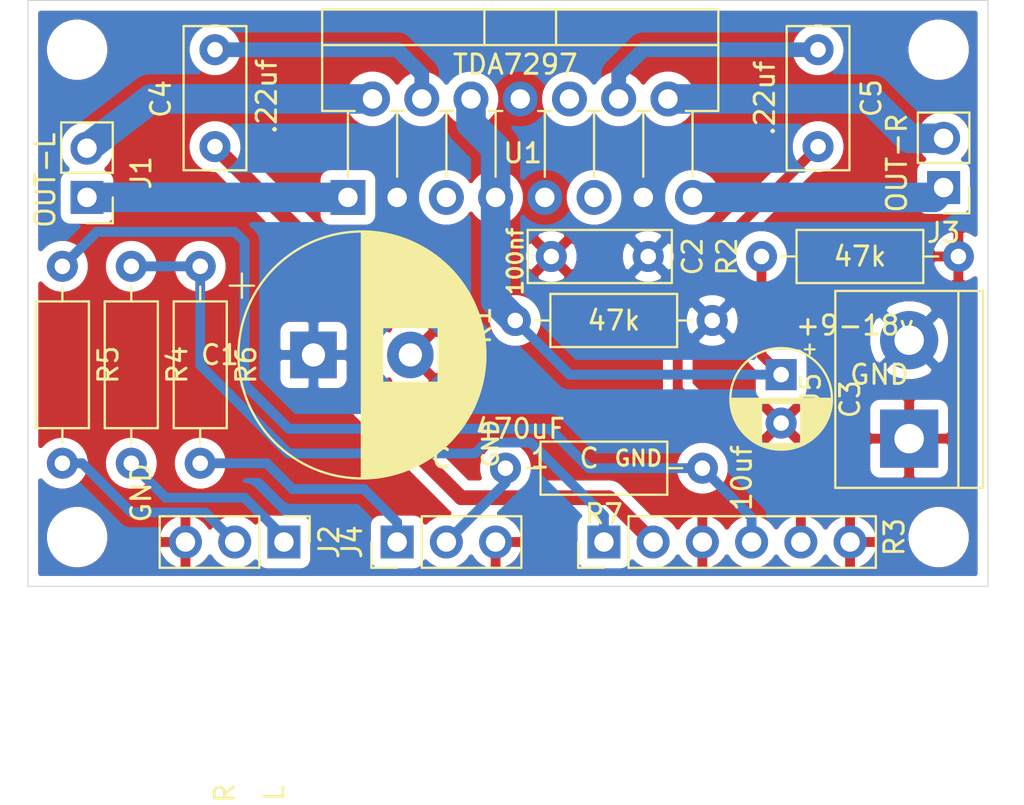
<source format=kicad_pcb>
(kicad_pcb (version 20171130) (host pcbnew "(5.1.8-0-10_14)")

  (general
    (thickness 1.6)
    (drawings 15)
    (tracks 69)
    (zones 0)
    (modules 22)
    (nets 18)
  )

  (page USLetter)
  (layers
    (0 F.Cu signal)
    (31 B.Cu signal)
    (32 B.Adhes user)
    (33 F.Adhes user)
    (34 B.Paste user)
    (35 F.Paste user)
    (36 B.SilkS user)
    (37 F.SilkS user)
    (38 B.Mask user)
    (39 F.Mask user)
    (40 Dwgs.User user)
    (41 Cmts.User user)
    (42 Eco1.User user)
    (43 Eco2.User user)
    (44 Edge.Cuts user)
    (45 Margin user)
    (46 B.CrtYd user)
    (47 F.CrtYd user)
    (48 B.Fab user)
    (49 F.Fab user)
  )

  (setup
    (last_trace_width 0.508)
    (user_trace_width 0.508)
    (user_trace_width 0.762)
    (user_trace_width 1.524)
    (trace_clearance 0.2)
    (zone_clearance 0.508)
    (zone_45_only no)
    (trace_min 0.2)
    (via_size 0.8)
    (via_drill 0.4)
    (via_min_size 0.4)
    (via_min_drill 0.3)
    (uvia_size 0.3)
    (uvia_drill 0.1)
    (uvias_allowed no)
    (uvia_min_size 0.2)
    (uvia_min_drill 0.1)
    (edge_width 0.05)
    (segment_width 0.2)
    (pcb_text_width 0.3)
    (pcb_text_size 1.5 1.5)
    (mod_edge_width 0.12)
    (mod_text_size 1 1)
    (mod_text_width 0.15)
    (pad_size 1.524 1.524)
    (pad_drill 0.762)
    (pad_to_mask_clearance 0)
    (aux_axis_origin 0 0)
    (visible_elements FFFFFF7F)
    (pcbplotparams
      (layerselection 0x010fc_ffffffff)
      (usegerberextensions false)
      (usegerberattributes true)
      (usegerberadvancedattributes true)
      (creategerberjobfile true)
      (excludeedgelayer true)
      (linewidth 0.100000)
      (plotframeref false)
      (viasonmask false)
      (mode 1)
      (useauxorigin false)
      (hpglpennumber 1)
      (hpglpenspeed 20)
      (hpglpendiameter 15.000000)
      (psnegative false)
      (psa4output false)
      (plotreference true)
      (plotvalue true)
      (plotinvisibletext false)
      (padsonsilk false)
      (subtractmaskfromsilk false)
      (outputformat 1)
      (mirror false)
      (drillshape 0)
      (scaleselection 1)
      (outputdirectory "gerbers/"))
  )

  (net 0 "")
  (net 1 GND)
  (net 2 VCC)
  (net 3 "Net-(C3-Pad1)")
  (net 4 "Net-(C4-Pad2)")
  (net 5 "Net-(C4-Pad1)")
  (net 6 "Net-(C5-Pad2)")
  (net 7 "Net-(C5-Pad1)")
  (net 8 "Net-(J1-Pad2)")
  (net 9 "Net-(J1-Pad1)")
  (net 10 "Net-(J3-Pad2)")
  (net 11 "Net-(J3-Pad1)")
  (net 12 "Net-(J2-Pad2)")
  (net 13 "Net-(J2-Pad1)")
  (net 14 "Net-(J4-Pad2)")
  (net 15 "Net-(J4-Pad1)")
  (net 16 "Net-(R3-Pad4)")
  (net 17 "Net-(R3-Pad1)")

  (net_class Default "This is the default net class."
    (clearance 0.2)
    (trace_width 0.25)
    (via_dia 0.8)
    (via_drill 0.4)
    (uvia_dia 0.3)
    (uvia_drill 0.1)
    (add_net GND)
    (add_net "Net-(C3-Pad1)")
    (add_net "Net-(C4-Pad1)")
    (add_net "Net-(C4-Pad2)")
    (add_net "Net-(C5-Pad1)")
    (add_net "Net-(C5-Pad2)")
    (add_net "Net-(J1-Pad1)")
    (add_net "Net-(J1-Pad2)")
    (add_net "Net-(J2-Pad1)")
    (add_net "Net-(J2-Pad2)")
    (add_net "Net-(J3-Pad1)")
    (add_net "Net-(J3-Pad2)")
    (add_net "Net-(J4-Pad1)")
    (add_net "Net-(J4-Pad2)")
    (add_net "Net-(R3-Pad1)")
    (add_net "Net-(R3-Pad4)")
    (add_net "Net-(U1-Pad10)")
    (add_net "Net-(U1-Pad11)")
    (add_net "Net-(U1-Pad5)")
    (add_net VCC)
  )

  (module TerminalBlock:TerminalBlock_bornier-2_P5.08mm (layer F.Cu) (tedit 59FF03AB) (tstamp 5FCC93C9)
    (at 106.426 58.166 90)
    (descr "simple 2-pin terminal block, pitch 5.08mm, revamped version of bornier2")
    (tags "terminal block bornier2")
    (path /5F85338D)
    (fp_text reference J5 (at 2.54 -5.08 90) (layer F.SilkS)
      (effects (font (size 1 1) (thickness 0.15)))
    )
    (fp_text value PWR (at 2.54 5.08 90) (layer F.Fab)
      (effects (font (size 1 1) (thickness 0.15)))
    )
    (fp_text user %R (at 2.54 0 90) (layer F.Fab)
      (effects (font (size 1 1) (thickness 0.15)))
    )
    (fp_line (start -2.41 2.55) (end 7.49 2.55) (layer F.Fab) (width 0.1))
    (fp_line (start -2.46 -3.75) (end -2.46 3.75) (layer F.Fab) (width 0.1))
    (fp_line (start -2.46 3.75) (end 7.54 3.75) (layer F.Fab) (width 0.1))
    (fp_line (start 7.54 3.75) (end 7.54 -3.75) (layer F.Fab) (width 0.1))
    (fp_line (start 7.54 -3.75) (end -2.46 -3.75) (layer F.Fab) (width 0.1))
    (fp_line (start 7.62 2.54) (end -2.54 2.54) (layer F.SilkS) (width 0.12))
    (fp_line (start 7.62 3.81) (end 7.62 -3.81) (layer F.SilkS) (width 0.12))
    (fp_line (start 7.62 -3.81) (end -2.54 -3.81) (layer F.SilkS) (width 0.12))
    (fp_line (start -2.54 -3.81) (end -2.54 3.81) (layer F.SilkS) (width 0.12))
    (fp_line (start -2.54 3.81) (end 7.62 3.81) (layer F.SilkS) (width 0.12))
    (fp_line (start -2.71 -4) (end 7.79 -4) (layer F.CrtYd) (width 0.05))
    (fp_line (start -2.71 -4) (end -2.71 4) (layer F.CrtYd) (width 0.05))
    (fp_line (start 7.79 4) (end 7.79 -4) (layer F.CrtYd) (width 0.05))
    (fp_line (start 7.79 4) (end -2.71 4) (layer F.CrtYd) (width 0.05))
    (pad 2 thru_hole circle (at 5.08 0 90) (size 3 3) (drill 1.52) (layers *.Cu *.Mask)
      (net 2 VCC))
    (pad 1 thru_hole rect (at 0 0 90) (size 3 3) (drill 1.52) (layers *.Cu *.Mask)
      (net 1 GND))
    (model ${KISYS3DMOD}/TerminalBlock.3dshapes/TerminalBlock_bornier-2_P5.08mm.wrl
      (offset (xyz 2.539999961853027 0 0))
      (scale (xyz 1 1 1))
      (rotate (xyz 0 0 0))
    )
  )

  (module Connector_PinHeader_2.54mm:PinHeader_1x03_P2.54mm_Vertical (layer F.Cu) (tedit 59FED5CC) (tstamp 5FC375BD)
    (at 74.168 63.5 270)
    (descr "Through hole straight pin header, 1x03, 2.54mm pitch, single row")
    (tags "Through hole pin header THT 1x03 2.54mm single row")
    (path /5F9626D1)
    (fp_text reference J2 (at 0 -2.33 90) (layer F.SilkS)
      (effects (font (size 1 1) (thickness 0.15)))
    )
    (fp_text value 1/4" (at 0 7.41 90) (layer F.Fab)
      (effects (font (size 1 1) (thickness 0.15)))
    )
    (fp_line (start -0.635 -1.27) (end 1.27 -1.27) (layer F.Fab) (width 0.1))
    (fp_line (start 1.27 -1.27) (end 1.27 6.35) (layer F.Fab) (width 0.1))
    (fp_line (start 1.27 6.35) (end -1.27 6.35) (layer F.Fab) (width 0.1))
    (fp_line (start -1.27 6.35) (end -1.27 -0.635) (layer F.Fab) (width 0.1))
    (fp_line (start -1.27 -0.635) (end -0.635 -1.27) (layer F.Fab) (width 0.1))
    (fp_line (start -1.33 6.41) (end 1.33 6.41) (layer F.SilkS) (width 0.12))
    (fp_line (start -1.33 1.27) (end -1.33 6.41) (layer F.SilkS) (width 0.12))
    (fp_line (start 1.33 1.27) (end 1.33 6.41) (layer F.SilkS) (width 0.12))
    (fp_line (start -1.33 1.27) (end 1.33 1.27) (layer F.SilkS) (width 0.12))
    (fp_line (start -1.33 0) (end -1.33 -1.33) (layer F.SilkS) (width 0.12))
    (fp_line (start -1.33 -1.33) (end 0 -1.33) (layer F.SilkS) (width 0.12))
    (fp_line (start -1.8 -1.8) (end -1.8 6.85) (layer F.CrtYd) (width 0.05))
    (fp_line (start -1.8 6.85) (end 1.8 6.85) (layer F.CrtYd) (width 0.05))
    (fp_line (start 1.8 6.85) (end 1.8 -1.8) (layer F.CrtYd) (width 0.05))
    (fp_line (start 1.8 -1.8) (end -1.8 -1.8) (layer F.CrtYd) (width 0.05))
    (fp_text user %R (at 0 2.54) (layer F.Fab)
      (effects (font (size 1 1) (thickness 0.15)))
    )
    (pad 3 thru_hole oval (at 0 5.08 270) (size 1.7 1.7) (drill 1) (layers *.Cu *.Mask)
      (net 1 GND))
    (pad 2 thru_hole oval (at 0 2.54 270) (size 1.7 1.7) (drill 1) (layers *.Cu *.Mask)
      (net 12 "Net-(J2-Pad2)"))
    (pad 1 thru_hole rect (at 0 0 270) (size 1.7 1.7) (drill 1) (layers *.Cu *.Mask)
      (net 13 "Net-(J2-Pad1)"))
    (model ${KISYS3DMOD}/Connector_PinHeader_2.54mm.3dshapes/PinHeader_1x03_P2.54mm_Vertical.wrl
      (at (xyz 0 0 0))
      (scale (xyz 1 1 1))
      (rotate (xyz 0 0 0))
    )
  )

  (module Resistor_THT:R_Axial_DIN0207_L6.3mm_D2.5mm_P10.16mm_Horizontal (layer F.Cu) (tedit 5AE5139B) (tstamp 5FC364BC)
    (at 95.758 59.69 180)
    (descr "Resistor, Axial_DIN0207 series, Axial, Horizontal, pin pitch=10.16mm, 0.25W = 1/4W, length*diameter=6.3*2.5mm^2, http://cdn-reichelt.de/documents/datenblatt/B400/1_4W%23YAG.pdf")
    (tags "Resistor Axial_DIN0207 series Axial Horizontal pin pitch 10.16mm 0.25W = 1/4W length 6.3mm diameter 2.5mm")
    (path /5FC45F11)
    (fp_text reference R7 (at 5.08 -2.37) (layer F.SilkS)
      (effects (font (size 1 1) (thickness 0.15)))
    )
    (fp_text value 1k (at 5.08 2.37) (layer F.Fab)
      (effects (font (size 1 1) (thickness 0.15)))
    )
    (fp_line (start 1.93 -1.25) (end 1.93 1.25) (layer F.Fab) (width 0.1))
    (fp_line (start 1.93 1.25) (end 8.23 1.25) (layer F.Fab) (width 0.1))
    (fp_line (start 8.23 1.25) (end 8.23 -1.25) (layer F.Fab) (width 0.1))
    (fp_line (start 8.23 -1.25) (end 1.93 -1.25) (layer F.Fab) (width 0.1))
    (fp_line (start 0 0) (end 1.93 0) (layer F.Fab) (width 0.1))
    (fp_line (start 10.16 0) (end 8.23 0) (layer F.Fab) (width 0.1))
    (fp_line (start 1.81 -1.37) (end 1.81 1.37) (layer F.SilkS) (width 0.12))
    (fp_line (start 1.81 1.37) (end 8.35 1.37) (layer F.SilkS) (width 0.12))
    (fp_line (start 8.35 1.37) (end 8.35 -1.37) (layer F.SilkS) (width 0.12))
    (fp_line (start 8.35 -1.37) (end 1.81 -1.37) (layer F.SilkS) (width 0.12))
    (fp_line (start 1.04 0) (end 1.81 0) (layer F.SilkS) (width 0.12))
    (fp_line (start 9.12 0) (end 8.35 0) (layer F.SilkS) (width 0.12))
    (fp_line (start -1.05 -1.5) (end -1.05 1.5) (layer F.CrtYd) (width 0.05))
    (fp_line (start -1.05 1.5) (end 11.21 1.5) (layer F.CrtYd) (width 0.05))
    (fp_line (start 11.21 1.5) (end 11.21 -1.5) (layer F.CrtYd) (width 0.05))
    (fp_line (start 11.21 -1.5) (end -1.05 -1.5) (layer F.CrtYd) (width 0.05))
    (fp_text user %R (at 5.08 0) (layer F.Fab)
      (effects (font (size 1 1) (thickness 0.15)))
    )
    (pad 2 thru_hole oval (at 10.16 0 180) (size 1.6 1.6) (drill 0.8) (layers *.Cu *.Mask)
      (net 14 "Net-(J4-Pad2)"))
    (pad 1 thru_hole circle (at 0 0 180) (size 1.6 1.6) (drill 0.8) (layers *.Cu *.Mask)
      (net 16 "Net-(R3-Pad4)"))
    (model ${KISYS3DMOD}/Resistor_THT.3dshapes/R_Axial_DIN0207_L6.3mm_D2.5mm_P10.16mm_Horizontal.wrl
      (at (xyz 0 0 0))
      (scale (xyz 1 1 1))
      (rotate (xyz 0 0 0))
    )
  )

  (module Resistor_THT:R_Axial_DIN0207_L6.3mm_D2.5mm_P10.16mm_Horizontal (layer F.Cu) (tedit 5AE5139B) (tstamp 5FC364A5)
    (at 69.85 49.276 270)
    (descr "Resistor, Axial_DIN0207 series, Axial, Horizontal, pin pitch=10.16mm, 0.25W = 1/4W, length*diameter=6.3*2.5mm^2, http://cdn-reichelt.de/documents/datenblatt/B400/1_4W%23YAG.pdf")
    (tags "Resistor Axial_DIN0207 series Axial Horizontal pin pitch 10.16mm 0.25W = 1/4W length 6.3mm diameter 2.5mm")
    (path /5FC45EE3)
    (fp_text reference R6 (at 5.08 -2.37 90) (layer F.SilkS)
      (effects (font (size 1 1) (thickness 0.15)))
    )
    (fp_text value 1k (at 5.08 2.37 90) (layer F.Fab)
      (effects (font (size 1 1) (thickness 0.15)))
    )
    (fp_line (start 1.93 -1.25) (end 1.93 1.25) (layer F.Fab) (width 0.1))
    (fp_line (start 1.93 1.25) (end 8.23 1.25) (layer F.Fab) (width 0.1))
    (fp_line (start 8.23 1.25) (end 8.23 -1.25) (layer F.Fab) (width 0.1))
    (fp_line (start 8.23 -1.25) (end 1.93 -1.25) (layer F.Fab) (width 0.1))
    (fp_line (start 0 0) (end 1.93 0) (layer F.Fab) (width 0.1))
    (fp_line (start 10.16 0) (end 8.23 0) (layer F.Fab) (width 0.1))
    (fp_line (start 1.81 -1.37) (end 1.81 1.37) (layer F.SilkS) (width 0.12))
    (fp_line (start 1.81 1.37) (end 8.35 1.37) (layer F.SilkS) (width 0.12))
    (fp_line (start 8.35 1.37) (end 8.35 -1.37) (layer F.SilkS) (width 0.12))
    (fp_line (start 8.35 -1.37) (end 1.81 -1.37) (layer F.SilkS) (width 0.12))
    (fp_line (start 1.04 0) (end 1.81 0) (layer F.SilkS) (width 0.12))
    (fp_line (start 9.12 0) (end 8.35 0) (layer F.SilkS) (width 0.12))
    (fp_line (start -1.05 -1.5) (end -1.05 1.5) (layer F.CrtYd) (width 0.05))
    (fp_line (start -1.05 1.5) (end 11.21 1.5) (layer F.CrtYd) (width 0.05))
    (fp_line (start 11.21 1.5) (end 11.21 -1.5) (layer F.CrtYd) (width 0.05))
    (fp_line (start 11.21 -1.5) (end -1.05 -1.5) (layer F.CrtYd) (width 0.05))
    (fp_text user %R (at 5.08 0 90) (layer F.Fab)
      (effects (font (size 1 1) (thickness 0.15)))
    )
    (pad 2 thru_hole oval (at 10.16 0 270) (size 1.6 1.6) (drill 0.8) (layers *.Cu *.Mask)
      (net 15 "Net-(J4-Pad1)"))
    (pad 1 thru_hole circle (at 0 0 270) (size 1.6 1.6) (drill 0.8) (layers *.Cu *.Mask)
      (net 17 "Net-(R3-Pad1)"))
    (model ${KISYS3DMOD}/Resistor_THT.3dshapes/R_Axial_DIN0207_L6.3mm_D2.5mm_P10.16mm_Horizontal.wrl
      (at (xyz 0 0 0))
      (scale (xyz 1 1 1))
      (rotate (xyz 0 0 0))
    )
  )

  (module Resistor_THT:R_Axial_DIN0207_L6.3mm_D2.5mm_P10.16mm_Horizontal (layer F.Cu) (tedit 5AE5139B) (tstamp 5FC3648E)
    (at 62.738 49.276 270)
    (descr "Resistor, Axial_DIN0207 series, Axial, Horizontal, pin pitch=10.16mm, 0.25W = 1/4W, length*diameter=6.3*2.5mm^2, http://cdn-reichelt.de/documents/datenblatt/B400/1_4W%23YAG.pdf")
    (tags "Resistor Axial_DIN0207 series Axial Horizontal pin pitch 10.16mm 0.25W = 1/4W length 6.3mm diameter 2.5mm")
    (path /5FC3759E)
    (fp_text reference R5 (at 5.08 -2.37 90) (layer F.SilkS)
      (effects (font (size 1 1) (thickness 0.15)))
    )
    (fp_text value 1k (at 5.08 2.37 90) (layer F.Fab)
      (effects (font (size 1 1) (thickness 0.15)))
    )
    (fp_line (start 1.93 -1.25) (end 1.93 1.25) (layer F.Fab) (width 0.1))
    (fp_line (start 1.93 1.25) (end 8.23 1.25) (layer F.Fab) (width 0.1))
    (fp_line (start 8.23 1.25) (end 8.23 -1.25) (layer F.Fab) (width 0.1))
    (fp_line (start 8.23 -1.25) (end 1.93 -1.25) (layer F.Fab) (width 0.1))
    (fp_line (start 0 0) (end 1.93 0) (layer F.Fab) (width 0.1))
    (fp_line (start 10.16 0) (end 8.23 0) (layer F.Fab) (width 0.1))
    (fp_line (start 1.81 -1.37) (end 1.81 1.37) (layer F.SilkS) (width 0.12))
    (fp_line (start 1.81 1.37) (end 8.35 1.37) (layer F.SilkS) (width 0.12))
    (fp_line (start 8.35 1.37) (end 8.35 -1.37) (layer F.SilkS) (width 0.12))
    (fp_line (start 8.35 -1.37) (end 1.81 -1.37) (layer F.SilkS) (width 0.12))
    (fp_line (start 1.04 0) (end 1.81 0) (layer F.SilkS) (width 0.12))
    (fp_line (start 9.12 0) (end 8.35 0) (layer F.SilkS) (width 0.12))
    (fp_line (start -1.05 -1.5) (end -1.05 1.5) (layer F.CrtYd) (width 0.05))
    (fp_line (start -1.05 1.5) (end 11.21 1.5) (layer F.CrtYd) (width 0.05))
    (fp_line (start 11.21 1.5) (end 11.21 -1.5) (layer F.CrtYd) (width 0.05))
    (fp_line (start 11.21 -1.5) (end -1.05 -1.5) (layer F.CrtYd) (width 0.05))
    (fp_text user %R (at 5.08 0 90) (layer F.Fab)
      (effects (font (size 1 1) (thickness 0.15)))
    )
    (pad 2 thru_hole oval (at 10.16 0 270) (size 1.6 1.6) (drill 0.8) (layers *.Cu *.Mask)
      (net 12 "Net-(J2-Pad2)"))
    (pad 1 thru_hole circle (at 0 0 270) (size 1.6 1.6) (drill 0.8) (layers *.Cu *.Mask)
      (net 16 "Net-(R3-Pad4)"))
    (model ${KISYS3DMOD}/Resistor_THT.3dshapes/R_Axial_DIN0207_L6.3mm_D2.5mm_P10.16mm_Horizontal.wrl
      (at (xyz 0 0 0))
      (scale (xyz 1 1 1))
      (rotate (xyz 0 0 0))
    )
  )

  (module Resistor_THT:R_Axial_DIN0207_L6.3mm_D2.5mm_P10.16mm_Horizontal (layer F.Cu) (tedit 5AE5139B) (tstamp 5FC36477)
    (at 66.294 49.276 270)
    (descr "Resistor, Axial_DIN0207 series, Axial, Horizontal, pin pitch=10.16mm, 0.25W = 1/4W, length*diameter=6.3*2.5mm^2, http://cdn-reichelt.de/documents/datenblatt/B400/1_4W%23YAG.pdf")
    (tags "Resistor Axial_DIN0207 series Axial Horizontal pin pitch 10.16mm 0.25W = 1/4W length 6.3mm diameter 2.5mm")
    (path /5FC355B0)
    (fp_text reference R4 (at 5.08 -2.37 90) (layer F.SilkS)
      (effects (font (size 1 1) (thickness 0.15)))
    )
    (fp_text value 1k (at 5.08 2.37 90) (layer F.Fab)
      (effects (font (size 1 1) (thickness 0.15)))
    )
    (fp_line (start 1.93 -1.25) (end 1.93 1.25) (layer F.Fab) (width 0.1))
    (fp_line (start 1.93 1.25) (end 8.23 1.25) (layer F.Fab) (width 0.1))
    (fp_line (start 8.23 1.25) (end 8.23 -1.25) (layer F.Fab) (width 0.1))
    (fp_line (start 8.23 -1.25) (end 1.93 -1.25) (layer F.Fab) (width 0.1))
    (fp_line (start 0 0) (end 1.93 0) (layer F.Fab) (width 0.1))
    (fp_line (start 10.16 0) (end 8.23 0) (layer F.Fab) (width 0.1))
    (fp_line (start 1.81 -1.37) (end 1.81 1.37) (layer F.SilkS) (width 0.12))
    (fp_line (start 1.81 1.37) (end 8.35 1.37) (layer F.SilkS) (width 0.12))
    (fp_line (start 8.35 1.37) (end 8.35 -1.37) (layer F.SilkS) (width 0.12))
    (fp_line (start 8.35 -1.37) (end 1.81 -1.37) (layer F.SilkS) (width 0.12))
    (fp_line (start 1.04 0) (end 1.81 0) (layer F.SilkS) (width 0.12))
    (fp_line (start 9.12 0) (end 8.35 0) (layer F.SilkS) (width 0.12))
    (fp_line (start -1.05 -1.5) (end -1.05 1.5) (layer F.CrtYd) (width 0.05))
    (fp_line (start -1.05 1.5) (end 11.21 1.5) (layer F.CrtYd) (width 0.05))
    (fp_line (start 11.21 1.5) (end 11.21 -1.5) (layer F.CrtYd) (width 0.05))
    (fp_line (start 11.21 -1.5) (end -1.05 -1.5) (layer F.CrtYd) (width 0.05))
    (fp_text user %R (at 5.08 0 90) (layer F.Fab)
      (effects (font (size 1 1) (thickness 0.15)))
    )
    (pad 2 thru_hole oval (at 10.16 0 270) (size 1.6 1.6) (drill 0.8) (layers *.Cu *.Mask)
      (net 13 "Net-(J2-Pad1)"))
    (pad 1 thru_hole circle (at 0 0 270) (size 1.6 1.6) (drill 0.8) (layers *.Cu *.Mask)
      (net 17 "Net-(R3-Pad1)"))
    (model ${KISYS3DMOD}/Resistor_THT.3dshapes/R_Axial_DIN0207_L6.3mm_D2.5mm_P10.16mm_Horizontal.wrl
      (at (xyz 0 0 0))
      (scale (xyz 1 1 1))
      (rotate (xyz 0 0 0))
    )
  )

  (module Connector_PinHeader_2.54mm:PinHeader_1x03_P2.54mm_Vertical (layer F.Cu) (tedit 59FED5CC) (tstamp 5FC363B2)
    (at 80.01 63.5 90)
    (descr "Through hole straight pin header, 1x03, 2.54mm pitch, single row")
    (tags "Through hole pin header THT 1x03 2.54mm single row")
    (path /5FC31814)
    (fp_text reference J4 (at 0 -2.33 90) (layer F.SilkS)
      (effects (font (size 1 1) (thickness 0.15)))
    )
    (fp_text value 1/8" (at 0 7.41 90) (layer F.Fab)
      (effects (font (size 1 1) (thickness 0.15)))
    )
    (fp_line (start -0.635 -1.27) (end 1.27 -1.27) (layer F.Fab) (width 0.1))
    (fp_line (start 1.27 -1.27) (end 1.27 6.35) (layer F.Fab) (width 0.1))
    (fp_line (start 1.27 6.35) (end -1.27 6.35) (layer F.Fab) (width 0.1))
    (fp_line (start -1.27 6.35) (end -1.27 -0.635) (layer F.Fab) (width 0.1))
    (fp_line (start -1.27 -0.635) (end -0.635 -1.27) (layer F.Fab) (width 0.1))
    (fp_line (start -1.33 6.41) (end 1.33 6.41) (layer F.SilkS) (width 0.12))
    (fp_line (start -1.33 1.27) (end -1.33 6.41) (layer F.SilkS) (width 0.12))
    (fp_line (start 1.33 1.27) (end 1.33 6.41) (layer F.SilkS) (width 0.12))
    (fp_line (start -1.33 1.27) (end 1.33 1.27) (layer F.SilkS) (width 0.12))
    (fp_line (start -1.33 0) (end -1.33 -1.33) (layer F.SilkS) (width 0.12))
    (fp_line (start -1.33 -1.33) (end 0 -1.33) (layer F.SilkS) (width 0.12))
    (fp_line (start -1.8 -1.8) (end -1.8 6.85) (layer F.CrtYd) (width 0.05))
    (fp_line (start -1.8 6.85) (end 1.8 6.85) (layer F.CrtYd) (width 0.05))
    (fp_line (start 1.8 6.85) (end 1.8 -1.8) (layer F.CrtYd) (width 0.05))
    (fp_line (start 1.8 -1.8) (end -1.8 -1.8) (layer F.CrtYd) (width 0.05))
    (fp_text user %R (at 0 2.54) (layer F.Fab)
      (effects (font (size 1 1) (thickness 0.15)))
    )
    (pad 3 thru_hole oval (at 0 5.08 90) (size 1.7 1.7) (drill 1) (layers *.Cu *.Mask)
      (net 1 GND))
    (pad 2 thru_hole oval (at 0 2.54 90) (size 1.7 1.7) (drill 1) (layers *.Cu *.Mask)
      (net 14 "Net-(J4-Pad2)"))
    (pad 1 thru_hole rect (at 0 0 90) (size 1.7 1.7) (drill 1) (layers *.Cu *.Mask)
      (net 15 "Net-(J4-Pad1)"))
    (model ${KISYS3DMOD}/Connector_PinHeader_2.54mm.3dshapes/PinHeader_1x03_P2.54mm_Vertical.wrl
      (at (xyz 0 0 0))
      (scale (xyz 1 1 1))
      (rotate (xyz 0 0 0))
    )
  )

  (module Connector_PinHeader_2.54mm:PinHeader_1x06_P2.54mm_Vertical (layer F.Cu) (tedit 59FED5CC) (tstamp 5F8D378A)
    (at 90.678 63.5 90)
    (descr "Through hole straight pin header, 1x06, 2.54mm pitch, single row")
    (tags "Through hole pin header THT 1x06 2.54mm single row")
    (path /5F8D8A34)
    (fp_text reference R3 (at 0.254 14.986 90) (layer F.SilkS)
      (effects (font (size 1 1) (thickness 0.15)))
    )
    (fp_text value 50k (at 0 15.03 90) (layer F.Fab) hide
      (effects (font (size 1 1) (thickness 0.15)))
    )
    (fp_line (start -0.635 -1.27) (end 1.27 -1.27) (layer F.Fab) (width 0.1))
    (fp_line (start 1.27 -1.27) (end 1.27 13.97) (layer F.Fab) (width 0.1))
    (fp_line (start 1.27 13.97) (end -1.27 13.97) (layer F.Fab) (width 0.1))
    (fp_line (start -1.27 13.97) (end -1.27 -0.635) (layer F.Fab) (width 0.1))
    (fp_line (start -1.27 -0.635) (end -0.635 -1.27) (layer F.Fab) (width 0.1))
    (fp_line (start -1.33 14.03) (end 1.33 14.03) (layer F.SilkS) (width 0.12))
    (fp_line (start -1.33 1.27) (end -1.33 14.03) (layer F.SilkS) (width 0.12))
    (fp_line (start 1.33 1.27) (end 1.33 14.03) (layer F.SilkS) (width 0.12))
    (fp_line (start -1.33 1.27) (end 1.33 1.27) (layer F.SilkS) (width 0.12))
    (fp_line (start -1.33 0) (end -1.33 -1.33) (layer F.SilkS) (width 0.12))
    (fp_line (start -1.33 -1.33) (end 0 -1.33) (layer F.SilkS) (width 0.12))
    (fp_line (start -1.8 -1.8) (end -1.8 14.5) (layer F.CrtYd) (width 0.05))
    (fp_line (start -1.8 14.5) (end 1.8 14.5) (layer F.CrtYd) (width 0.05))
    (fp_line (start 1.8 14.5) (end 1.8 -1.8) (layer F.CrtYd) (width 0.05))
    (fp_line (start 1.8 -1.8) (end -1.8 -1.8) (layer F.CrtYd) (width 0.05))
    (pad 6 thru_hole oval (at 0 12.7 90) (size 1.7 1.7) (drill 1) (layers *.Cu *.Mask)
      (net 1 GND))
    (pad 5 thru_hole oval (at 0 10.16 90) (size 1.7 1.7) (drill 1) (layers *.Cu *.Mask)
      (net 6 "Net-(C5-Pad2)"))
    (pad 4 thru_hole oval (at 0 7.62 90) (size 1.7 1.7) (drill 1) (layers *.Cu *.Mask)
      (net 16 "Net-(R3-Pad4)"))
    (pad 3 thru_hole oval (at 0 5.08 90) (size 1.7 1.7) (drill 1) (layers *.Cu *.Mask)
      (net 1 GND))
    (pad 2 thru_hole oval (at 0 2.54 90) (size 1.7 1.7) (drill 1) (layers *.Cu *.Mask)
      (net 4 "Net-(C4-Pad2)"))
    (pad 1 thru_hole rect (at 0 0 90) (size 1.7 1.7) (drill 1) (layers *.Cu *.Mask)
      (net 17 "Net-(R3-Pad1)"))
    (model ${KISYS3DMOD}/Connector_PinHeader_2.54mm.3dshapes/PinHeader_1x06_P2.54mm_Vertical.wrl
      (at (xyz 0 0 0))
      (scale (xyz 1 1 1))
      (rotate (xyz 0 0 0))
    )
  )

  (module Resistor_THT:R_Axial_DIN0207_L6.3mm_D2.5mm_P10.16mm_Horizontal (layer F.Cu) (tedit 5AE5139B) (tstamp 5F7F0EE9)
    (at 98.806 48.768)
    (descr "Resistor, Axial_DIN0207 series, Axial, Horizontal, pin pitch=10.16mm, 0.25W = 1/4W, length*diameter=6.3*2.5mm^2, http://cdn-reichelt.de/documents/datenblatt/B400/1_4W%23YAG.pdf")
    (tags "Resistor Axial_DIN0207 series Axial Horizontal pin pitch 10.16mm 0.25W = 1/4W length 6.3mm diameter 2.5mm")
    (path /5F7FA024)
    (fp_text reference R2 (at -1.778 0 90) (layer F.SilkS)
      (effects (font (size 1 1) (thickness 0.15)))
    )
    (fp_text value 47k (at 5.08 0) (layer F.SilkS)
      (effects (font (size 1 1) (thickness 0.15)))
    )
    (fp_line (start 11.21 -1.5) (end -1.05 -1.5) (layer F.CrtYd) (width 0.05))
    (fp_line (start 11.21 1.5) (end 11.21 -1.5) (layer F.CrtYd) (width 0.05))
    (fp_line (start -1.05 1.5) (end 11.21 1.5) (layer F.CrtYd) (width 0.05))
    (fp_line (start -1.05 -1.5) (end -1.05 1.5) (layer F.CrtYd) (width 0.05))
    (fp_line (start 9.12 0) (end 8.35 0) (layer F.SilkS) (width 0.12))
    (fp_line (start 1.04 0) (end 1.81 0) (layer F.SilkS) (width 0.12))
    (fp_line (start 8.35 -1.37) (end 1.81 -1.37) (layer F.SilkS) (width 0.12))
    (fp_line (start 8.35 1.37) (end 8.35 -1.37) (layer F.SilkS) (width 0.12))
    (fp_line (start 1.81 1.37) (end 8.35 1.37) (layer F.SilkS) (width 0.12))
    (fp_line (start 1.81 -1.37) (end 1.81 1.37) (layer F.SilkS) (width 0.12))
    (fp_line (start 10.16 0) (end 8.23 0) (layer F.Fab) (width 0.1))
    (fp_line (start 0 0) (end 1.93 0) (layer F.Fab) (width 0.1))
    (fp_line (start 8.23 -1.25) (end 1.93 -1.25) (layer F.Fab) (width 0.1))
    (fp_line (start 8.23 1.25) (end 8.23 -1.25) (layer F.Fab) (width 0.1))
    (fp_line (start 1.93 1.25) (end 8.23 1.25) (layer F.Fab) (width 0.1))
    (fp_line (start 1.93 -1.25) (end 1.93 1.25) (layer F.Fab) (width 0.1))
    (pad 2 thru_hole oval (at 10.16 0) (size 1.6 1.6) (drill 0.8) (layers *.Cu *.Mask)
      (net 1 GND))
    (pad 1 thru_hole circle (at 0 0) (size 1.6 1.6) (drill 0.8) (layers *.Cu *.Mask)
      (net 3 "Net-(C3-Pad1)"))
    (model ${KISYS3DMOD}/Resistor_THT.3dshapes/R_Axial_DIN0207_L6.3mm_D2.5mm_P10.16mm_Horizontal.wrl
      (at (xyz 0 0 0))
      (scale (xyz 1 1 1))
      (rotate (xyz 0 0 0))
    )
  )

  (module Resistor_THT:R_Axial_DIN0207_L6.3mm_D2.5mm_P10.16mm_Horizontal (layer F.Cu) (tedit 5AE5139B) (tstamp 5F7F0ED2)
    (at 96.266 52.07 180)
    (descr "Resistor, Axial_DIN0207 series, Axial, Horizontal, pin pitch=10.16mm, 0.25W = 1/4W, length*diameter=6.3*2.5mm^2, http://cdn-reichelt.de/documents/datenblatt/B400/1_4W%23YAG.pdf")
    (tags "Resistor Axial_DIN0207 series Axial Horizontal pin pitch 10.16mm 0.25W = 1/4W length 6.3mm diameter 2.5mm")
    (path /5F7FCA61)
    (fp_text reference R1 (at 11.938 -0.254 90) (layer F.SilkS)
      (effects (font (size 1 1) (thickness 0.15)))
    )
    (fp_text value 47k (at 5.08 0) (layer F.SilkS)
      (effects (font (size 1 1) (thickness 0.15)))
    )
    (fp_line (start 11.21 -1.5) (end -1.05 -1.5) (layer F.CrtYd) (width 0.05))
    (fp_line (start 11.21 1.5) (end 11.21 -1.5) (layer F.CrtYd) (width 0.05))
    (fp_line (start -1.05 1.5) (end 11.21 1.5) (layer F.CrtYd) (width 0.05))
    (fp_line (start -1.05 -1.5) (end -1.05 1.5) (layer F.CrtYd) (width 0.05))
    (fp_line (start 9.12 0) (end 8.35 0) (layer F.SilkS) (width 0.12))
    (fp_line (start 1.04 0) (end 1.81 0) (layer F.SilkS) (width 0.12))
    (fp_line (start 8.35 -1.37) (end 1.81 -1.37) (layer F.SilkS) (width 0.12))
    (fp_line (start 8.35 1.37) (end 8.35 -1.37) (layer F.SilkS) (width 0.12))
    (fp_line (start 1.81 1.37) (end 8.35 1.37) (layer F.SilkS) (width 0.12))
    (fp_line (start 1.81 -1.37) (end 1.81 1.37) (layer F.SilkS) (width 0.12))
    (fp_line (start 10.16 0) (end 8.23 0) (layer F.Fab) (width 0.1))
    (fp_line (start 0 0) (end 1.93 0) (layer F.Fab) (width 0.1))
    (fp_line (start 8.23 -1.25) (end 1.93 -1.25) (layer F.Fab) (width 0.1))
    (fp_line (start 8.23 1.25) (end 8.23 -1.25) (layer F.Fab) (width 0.1))
    (fp_line (start 1.93 1.25) (end 8.23 1.25) (layer F.Fab) (width 0.1))
    (fp_line (start 1.93 -1.25) (end 1.93 1.25) (layer F.Fab) (width 0.1))
    (pad 2 thru_hole oval (at 10.16 0 180) (size 1.6 1.6) (drill 0.8) (layers *.Cu *.Mask)
      (net 3 "Net-(C3-Pad1)"))
    (pad 1 thru_hole circle (at 0 0 180) (size 1.6 1.6) (drill 0.8) (layers *.Cu *.Mask)
      (net 2 VCC))
    (model ${KISYS3DMOD}/Resistor_THT.3dshapes/R_Axial_DIN0207_L6.3mm_D2.5mm_P10.16mm_Horizontal.wrl
      (at (xyz 0 0 0))
      (scale (xyz 1 1 1))
      (rotate (xyz 0 0 0))
    )
  )

  (module MountingHole:MountingHole_2.1mm (layer F.Cu) (tedit 5B924765) (tstamp 5F7F3B29)
    (at 107.95 63.246)
    (descr "Mounting Hole 2.1mm, no annular")
    (tags "mounting hole 2.1mm no annular")
    (path /5F85A9FA)
    (attr virtual)
    (fp_text reference H4 (at 0 -3.2) (layer F.SilkS) hide
      (effects (font (size 1 1) (thickness 0.15)))
    )
    (fp_text value MountingHole (at 0 3.2) (layer F.Fab) hide
      (effects (font (size 1 1) (thickness 0.15)))
    )
    (fp_circle (center 0 0) (end 2.35 0) (layer F.CrtYd) (width 0.05))
    (fp_circle (center 0 0) (end 2.1 0) (layer Cmts.User) (width 0.15))
    (fp_text user %R (at 0.3 0) (layer F.Fab)
      (effects (font (size 1 1) (thickness 0.15)))
    )
    (pad "" np_thru_hole circle (at 0 0) (size 2.1 2.1) (drill 2.1) (layers *.Cu *.Mask))
  )

  (module MountingHole:MountingHole_2.1mm (layer F.Cu) (tedit 5B924765) (tstamp 5F7F3B21)
    (at 107.95 38.1)
    (descr "Mounting Hole 2.1mm, no annular")
    (tags "mounting hole 2.1mm no annular")
    (path /5F85A664)
    (attr virtual)
    (fp_text reference H3 (at 0 -3.2) (layer F.SilkS) hide
      (effects (font (size 1 1) (thickness 0.15)))
    )
    (fp_text value MountingHole (at 0 3.2) (layer F.Fab) hide
      (effects (font (size 1 1) (thickness 0.15)))
    )
    (fp_circle (center 0 0) (end 2.35 0) (layer F.CrtYd) (width 0.05))
    (fp_circle (center 0 0) (end 2.1 0) (layer Cmts.User) (width 0.15))
    (fp_text user %R (at 0.3 0) (layer F.Fab)
      (effects (font (size 1 1) (thickness 0.15)))
    )
    (pad "" np_thru_hole circle (at 0 0) (size 2.1 2.1) (drill 2.1) (layers *.Cu *.Mask))
  )

  (module MountingHole:MountingHole_2.1mm (layer F.Cu) (tedit 5B924765) (tstamp 5F7F3B19)
    (at 63.5 63.246)
    (descr "Mounting Hole 2.1mm, no annular")
    (tags "mounting hole 2.1mm no annular")
    (path /5F85A39A)
    (attr virtual)
    (fp_text reference H2 (at 0 -3.2) (layer F.SilkS) hide
      (effects (font (size 1 1) (thickness 0.15)))
    )
    (fp_text value MountingHole (at 0 3.2) (layer F.Fab) hide
      (effects (font (size 1 1) (thickness 0.15)))
    )
    (fp_circle (center 0 0) (end 2.35 0) (layer F.CrtYd) (width 0.05))
    (fp_circle (center 0 0) (end 2.1 0) (layer Cmts.User) (width 0.15))
    (fp_text user %R (at 0.3 0) (layer F.Fab)
      (effects (font (size 1 1) (thickness 0.15)))
    )
    (pad "" np_thru_hole circle (at 0 0) (size 2.1 2.1) (drill 2.1) (layers *.Cu *.Mask))
  )

  (module MountingHole:MountingHole_2.1mm (layer F.Cu) (tedit 5B924765) (tstamp 5F7F3B11)
    (at 63.5 38.1)
    (descr "Mounting Hole 2.1mm, no annular")
    (tags "mounting hole 2.1mm no annular")
    (path /5F85A0C4)
    (attr virtual)
    (fp_text reference H1 (at 0 -3.2) (layer F.SilkS) hide
      (effects (font (size 1 1) (thickness 0.15)))
    )
    (fp_text value MountingHole (at 0 3.2) (layer F.Fab) hide
      (effects (font (size 1 1) (thickness 0.15)))
    )
    (fp_circle (center 0 0) (end 2.35 0) (layer F.CrtYd) (width 0.05))
    (fp_circle (center 0 0) (end 2.1 0) (layer Cmts.User) (width 0.15))
    (fp_text user %R (at 0.3 0) (layer F.Fab)
      (effects (font (size 1 1) (thickness 0.15)))
    )
    (pad "" np_thru_hole circle (at 0 0) (size 2.1 2.1) (drill 2.1) (layers *.Cu *.Mask))
  )

  (module Capacitor_THT:C_Rect_L7.2mm_W3.0mm_P5.00mm_FKS2_FKP2_MKS2_MKP2 (layer F.Cu) (tedit 5AE50EF0) (tstamp 5F7EFCDB)
    (at 101.727 38.1 270)
    (descr "C, Rect series, Radial, pin pitch=5.00mm, , length*width=7.2*3.0mm^2, Capacitor, http://www.wima.com/EN/WIMA_FKS_2.pdf")
    (tags "C Rect series Radial pin pitch 5.00mm  length 7.2mm width 3.0mm Capacitor")
    (path /5F7E9149)
    (fp_text reference C5 (at 2.5 -2.75 90) (layer F.SilkS)
      (effects (font (size 1 1) (thickness 0.15)))
    )
    (fp_text value .22uf (at 2.5 2.75 90) (layer F.SilkS)
      (effects (font (size 1 1) (thickness 0.15)))
    )
    (fp_line (start 6.35 -1.75) (end -1.35 -1.75) (layer F.CrtYd) (width 0.05))
    (fp_line (start 6.35 1.75) (end 6.35 -1.75) (layer F.CrtYd) (width 0.05))
    (fp_line (start -1.35 1.75) (end 6.35 1.75) (layer F.CrtYd) (width 0.05))
    (fp_line (start -1.35 -1.75) (end -1.35 1.75) (layer F.CrtYd) (width 0.05))
    (fp_line (start 6.22 -1.62) (end 6.22 1.62) (layer F.SilkS) (width 0.12))
    (fp_line (start -1.22 -1.62) (end -1.22 1.62) (layer F.SilkS) (width 0.12))
    (fp_line (start -1.22 1.62) (end 6.22 1.62) (layer F.SilkS) (width 0.12))
    (fp_line (start -1.22 -1.62) (end 6.22 -1.62) (layer F.SilkS) (width 0.12))
    (fp_line (start 6.1 -1.5) (end -1.1 -1.5) (layer F.Fab) (width 0.1))
    (fp_line (start 6.1 1.5) (end 6.1 -1.5) (layer F.Fab) (width 0.1))
    (fp_line (start -1.1 1.5) (end 6.1 1.5) (layer F.Fab) (width 0.1))
    (fp_line (start -1.1 -1.5) (end -1.1 1.5) (layer F.Fab) (width 0.1))
    (fp_text user %R (at 2.5 0 90) (layer F.Fab)
      (effects (font (size 1 1) (thickness 0.15)))
    )
    (pad 2 thru_hole circle (at 5 0 270) (size 1.6 1.6) (drill 0.8) (layers *.Cu *.Mask)
      (net 6 "Net-(C5-Pad2)"))
    (pad 1 thru_hole circle (at 0 0 270) (size 1.6 1.6) (drill 0.8) (layers *.Cu *.Mask)
      (net 7 "Net-(C5-Pad1)"))
    (model ${KISYS3DMOD}/Capacitor_THT.3dshapes/C_Rect_L7.2mm_W3.0mm_P5.00mm_FKS2_FKP2_MKS2_MKP2.wrl
      (at (xyz 0 0 0))
      (scale (xyz 1 1 1))
      (rotate (xyz 0 0 0))
    )
  )

  (module Capacitor_THT:C_Rect_L7.2mm_W3.0mm_P5.00mm_FKS2_FKP2_MKS2_MKP2 (layer F.Cu) (tedit 5AE50EF0) (tstamp 5F7EFCC8)
    (at 70.612 38.1 270)
    (descr "C, Rect series, Radial, pin pitch=5.00mm, , length*width=7.2*3.0mm^2, Capacitor, http://www.wima.com/EN/WIMA_FKS_2.pdf")
    (tags "C Rect series Radial pin pitch 5.00mm  length 7.2mm width 3.0mm Capacitor")
    (path /5F7E894F)
    (fp_text reference C4 (at 2.54 2.794 90) (layer F.SilkS)
      (effects (font (size 1 1) (thickness 0.15)))
    )
    (fp_text value .22uf (at 2.413 -2.667 90) (layer F.SilkS)
      (effects (font (size 1 1) (thickness 0.15)))
    )
    (fp_line (start 6.35 -1.75) (end -1.35 -1.75) (layer F.CrtYd) (width 0.05))
    (fp_line (start 6.35 1.75) (end 6.35 -1.75) (layer F.CrtYd) (width 0.05))
    (fp_line (start -1.35 1.75) (end 6.35 1.75) (layer F.CrtYd) (width 0.05))
    (fp_line (start -1.35 -1.75) (end -1.35 1.75) (layer F.CrtYd) (width 0.05))
    (fp_line (start 6.22 -1.62) (end 6.22 1.62) (layer F.SilkS) (width 0.12))
    (fp_line (start -1.22 -1.62) (end -1.22 1.62) (layer F.SilkS) (width 0.12))
    (fp_line (start -1.22 1.62) (end 6.22 1.62) (layer F.SilkS) (width 0.12))
    (fp_line (start -1.22 -1.62) (end 6.22 -1.62) (layer F.SilkS) (width 0.12))
    (fp_line (start 6.1 -1.5) (end -1.1 -1.5) (layer F.Fab) (width 0.1))
    (fp_line (start 6.1 1.5) (end 6.1 -1.5) (layer F.Fab) (width 0.1))
    (fp_line (start -1.1 1.5) (end 6.1 1.5) (layer F.Fab) (width 0.1))
    (fp_line (start -1.1 -1.5) (end -1.1 1.5) (layer F.Fab) (width 0.1))
    (fp_text user %R (at 2.5 0 90) (layer F.Fab) hide
      (effects (font (size 1 1) (thickness 0.15)))
    )
    (pad 2 thru_hole circle (at 5 0 270) (size 1.6 1.6) (drill 0.8) (layers *.Cu *.Mask)
      (net 4 "Net-(C4-Pad2)"))
    (pad 1 thru_hole circle (at 0 0 270) (size 1.6 1.6) (drill 0.8) (layers *.Cu *.Mask)
      (net 5 "Net-(C4-Pad1)"))
    (model ${KISYS3DMOD}/Capacitor_THT.3dshapes/C_Rect_L7.2mm_W3.0mm_P5.00mm_FKS2_FKP2_MKS2_MKP2.wrl
      (at (xyz 0 0 0))
      (scale (xyz 1 1 1))
      (rotate (xyz 0 0 0))
    )
  )

  (module Capacitor_THT:C_Rect_L7.2mm_W2.5mm_P5.00mm_FKS2_FKP2_MKS2_MKP2 (layer F.Cu) (tedit 5AE50EF0) (tstamp 5F7EFBAF)
    (at 92.964 48.768 180)
    (descr "C, Rect series, Radial, pin pitch=5.00mm, , length*width=7.2*2.5mm^2, Capacitor, http://www.wima.com/EN/WIMA_FKS_2.pdf")
    (tags "C Rect series Radial pin pitch 5.00mm  length 7.2mm width 2.5mm Capacitor")
    (path /5F7E95E4)
    (fp_text reference C2 (at -2.286 0 90) (layer F.SilkS)
      (effects (font (size 1 1) (thickness 0.15)))
    )
    (fp_text value 100nf (at 6.858 -0.254 90) (layer F.SilkS)
      (effects (font (size 0.8 0.8) (thickness 0.15)))
    )
    (fp_line (start 6.35 -1.5) (end -1.35 -1.5) (layer F.CrtYd) (width 0.05))
    (fp_line (start 6.35 1.5) (end 6.35 -1.5) (layer F.CrtYd) (width 0.05))
    (fp_line (start -1.35 1.5) (end 6.35 1.5) (layer F.CrtYd) (width 0.05))
    (fp_line (start -1.35 -1.5) (end -1.35 1.5) (layer F.CrtYd) (width 0.05))
    (fp_line (start 6.22 -1.37) (end 6.22 1.37) (layer F.SilkS) (width 0.12))
    (fp_line (start -1.22 -1.37) (end -1.22 1.37) (layer F.SilkS) (width 0.12))
    (fp_line (start -1.22 1.37) (end 6.22 1.37) (layer F.SilkS) (width 0.12))
    (fp_line (start -1.22 -1.37) (end 6.22 -1.37) (layer F.SilkS) (width 0.12))
    (fp_line (start 6.1 -1.25) (end -1.1 -1.25) (layer F.Fab) (width 0.1))
    (fp_line (start 6.1 1.25) (end 6.1 -1.25) (layer F.Fab) (width 0.1))
    (fp_line (start -1.1 1.25) (end 6.1 1.25) (layer F.Fab) (width 0.1))
    (fp_line (start -1.1 -1.25) (end -1.1 1.25) (layer F.Fab) (width 0.1))
    (fp_text user %R (at 2.5 0) (layer F.Fab) hide
      (effects (font (size 1 1) (thickness 0.15)))
    )
    (pad 2 thru_hole circle (at 5 0 180) (size 1.6 1.6) (drill 0.8) (layers *.Cu *.Mask)
      (net 1 GND))
    (pad 1 thru_hole circle (at 0 0 180) (size 1.6 1.6) (drill 0.8) (layers *.Cu *.Mask)
      (net 2 VCC))
    (model ${KISYS3DMOD}/Capacitor_THT.3dshapes/C_Rect_L7.2mm_W2.5mm_P5.00mm_FKS2_FKP2_MKS2_MKP2.wrl
      (at (xyz 0 0 0))
      (scale (xyz 1 1 1))
      (rotate (xyz 0 0 0))
    )
  )

  (module Capacitor_THT:CP_Radial_D12.5mm_P5.00mm (layer F.Cu) (tedit 5AE50EF1) (tstamp 5F7ECFCB)
    (at 75.692 53.848)
    (descr "CP, Radial series, Radial, pin pitch=5.00mm, , diameter=12.5mm, Electrolytic Capacitor")
    (tags "CP Radial series Radial pin pitch 5.00mm  diameter 12.5mm Electrolytic Capacitor")
    (path /5F7E82C1)
    (fp_text reference C1 (at -4.826 0) (layer F.SilkS)
      (effects (font (size 1 1) (thickness 0.15)))
    )
    (fp_text value 470uF (at 10.668 3.81) (layer F.SilkS)
      (effects (font (size 1 1) (thickness 0.15)))
    )
    (fp_line (start -3.692082 -4.2) (end -3.692082 -2.95) (layer F.SilkS) (width 0.12))
    (fp_line (start -4.317082 -3.575) (end -3.067082 -3.575) (layer F.SilkS) (width 0.12))
    (fp_line (start 8.861 -0.317) (end 8.861 0.317) (layer F.SilkS) (width 0.12))
    (fp_line (start 8.821 -0.757) (end 8.821 0.757) (layer F.SilkS) (width 0.12))
    (fp_line (start 8.781 -1.028) (end 8.781 1.028) (layer F.SilkS) (width 0.12))
    (fp_line (start 8.741 -1.241) (end 8.741 1.241) (layer F.SilkS) (width 0.12))
    (fp_line (start 8.701 -1.422) (end 8.701 1.422) (layer F.SilkS) (width 0.12))
    (fp_line (start 8.661 -1.583) (end 8.661 1.583) (layer F.SilkS) (width 0.12))
    (fp_line (start 8.621 -1.728) (end 8.621 1.728) (layer F.SilkS) (width 0.12))
    (fp_line (start 8.581 -1.861) (end 8.581 1.861) (layer F.SilkS) (width 0.12))
    (fp_line (start 8.541 -1.984) (end 8.541 1.984) (layer F.SilkS) (width 0.12))
    (fp_line (start 8.501 -2.1) (end 8.501 2.1) (layer F.SilkS) (width 0.12))
    (fp_line (start 8.461 -2.209) (end 8.461 2.209) (layer F.SilkS) (width 0.12))
    (fp_line (start 8.421 -2.312) (end 8.421 2.312) (layer F.SilkS) (width 0.12))
    (fp_line (start 8.381 -2.41) (end 8.381 2.41) (layer F.SilkS) (width 0.12))
    (fp_line (start 8.341 -2.504) (end 8.341 2.504) (layer F.SilkS) (width 0.12))
    (fp_line (start 8.301 -2.594) (end 8.301 2.594) (layer F.SilkS) (width 0.12))
    (fp_line (start 8.261 -2.681) (end 8.261 2.681) (layer F.SilkS) (width 0.12))
    (fp_line (start 8.221 -2.764) (end 8.221 2.764) (layer F.SilkS) (width 0.12))
    (fp_line (start 8.181 -2.844) (end 8.181 2.844) (layer F.SilkS) (width 0.12))
    (fp_line (start 8.141 -2.921) (end 8.141 2.921) (layer F.SilkS) (width 0.12))
    (fp_line (start 8.101 -2.996) (end 8.101 2.996) (layer F.SilkS) (width 0.12))
    (fp_line (start 8.061 -3.069) (end 8.061 3.069) (layer F.SilkS) (width 0.12))
    (fp_line (start 8.021 -3.14) (end 8.021 3.14) (layer F.SilkS) (width 0.12))
    (fp_line (start 7.981 -3.208) (end 7.981 3.208) (layer F.SilkS) (width 0.12))
    (fp_line (start 7.941 -3.275) (end 7.941 3.275) (layer F.SilkS) (width 0.12))
    (fp_line (start 7.901 -3.339) (end 7.901 3.339) (layer F.SilkS) (width 0.12))
    (fp_line (start 7.861 -3.402) (end 7.861 3.402) (layer F.SilkS) (width 0.12))
    (fp_line (start 7.821 -3.464) (end 7.821 3.464) (layer F.SilkS) (width 0.12))
    (fp_line (start 7.781 -3.524) (end 7.781 3.524) (layer F.SilkS) (width 0.12))
    (fp_line (start 7.741 -3.583) (end 7.741 3.583) (layer F.SilkS) (width 0.12))
    (fp_line (start 7.701 -3.64) (end 7.701 3.64) (layer F.SilkS) (width 0.12))
    (fp_line (start 7.661 -3.696) (end 7.661 3.696) (layer F.SilkS) (width 0.12))
    (fp_line (start 7.621 -3.75) (end 7.621 3.75) (layer F.SilkS) (width 0.12))
    (fp_line (start 7.581 -3.804) (end 7.581 3.804) (layer F.SilkS) (width 0.12))
    (fp_line (start 7.541 -3.856) (end 7.541 3.856) (layer F.SilkS) (width 0.12))
    (fp_line (start 7.501 -3.907) (end 7.501 3.907) (layer F.SilkS) (width 0.12))
    (fp_line (start 7.461 -3.957) (end 7.461 3.957) (layer F.SilkS) (width 0.12))
    (fp_line (start 7.421 -4.007) (end 7.421 4.007) (layer F.SilkS) (width 0.12))
    (fp_line (start 7.381 -4.055) (end 7.381 4.055) (layer F.SilkS) (width 0.12))
    (fp_line (start 7.341 -4.102) (end 7.341 4.102) (layer F.SilkS) (width 0.12))
    (fp_line (start 7.301 -4.148) (end 7.301 4.148) (layer F.SilkS) (width 0.12))
    (fp_line (start 7.261 -4.194) (end 7.261 4.194) (layer F.SilkS) (width 0.12))
    (fp_line (start 7.221 -4.238) (end 7.221 4.238) (layer F.SilkS) (width 0.12))
    (fp_line (start 7.181 -4.282) (end 7.181 4.282) (layer F.SilkS) (width 0.12))
    (fp_line (start 7.141 -4.325) (end 7.141 4.325) (layer F.SilkS) (width 0.12))
    (fp_line (start 7.101 -4.367) (end 7.101 4.367) (layer F.SilkS) (width 0.12))
    (fp_line (start 7.061 -4.408) (end 7.061 4.408) (layer F.SilkS) (width 0.12))
    (fp_line (start 7.021 -4.449) (end 7.021 4.449) (layer F.SilkS) (width 0.12))
    (fp_line (start 6.981 -4.489) (end 6.981 4.489) (layer F.SilkS) (width 0.12))
    (fp_line (start 6.941 -4.528) (end 6.941 4.528) (layer F.SilkS) (width 0.12))
    (fp_line (start 6.901 -4.567) (end 6.901 4.567) (layer F.SilkS) (width 0.12))
    (fp_line (start 6.861 -4.605) (end 6.861 4.605) (layer F.SilkS) (width 0.12))
    (fp_line (start 6.821 -4.642) (end 6.821 4.642) (layer F.SilkS) (width 0.12))
    (fp_line (start 6.781 -4.678) (end 6.781 4.678) (layer F.SilkS) (width 0.12))
    (fp_line (start 6.741 -4.714) (end 6.741 4.714) (layer F.SilkS) (width 0.12))
    (fp_line (start 6.701 -4.75) (end 6.701 4.75) (layer F.SilkS) (width 0.12))
    (fp_line (start 6.661 -4.785) (end 6.661 4.785) (layer F.SilkS) (width 0.12))
    (fp_line (start 6.621 -4.819) (end 6.621 4.819) (layer F.SilkS) (width 0.12))
    (fp_line (start 6.581 -4.852) (end 6.581 4.852) (layer F.SilkS) (width 0.12))
    (fp_line (start 6.541 -4.885) (end 6.541 4.885) (layer F.SilkS) (width 0.12))
    (fp_line (start 6.501 -4.918) (end 6.501 4.918) (layer F.SilkS) (width 0.12))
    (fp_line (start 6.461 -4.95) (end 6.461 4.95) (layer F.SilkS) (width 0.12))
    (fp_line (start 6.421 1.44) (end 6.421 4.982) (layer F.SilkS) (width 0.12))
    (fp_line (start 6.421 -4.982) (end 6.421 -1.44) (layer F.SilkS) (width 0.12))
    (fp_line (start 6.381 1.44) (end 6.381 5.012) (layer F.SilkS) (width 0.12))
    (fp_line (start 6.381 -5.012) (end 6.381 -1.44) (layer F.SilkS) (width 0.12))
    (fp_line (start 6.341 1.44) (end 6.341 5.043) (layer F.SilkS) (width 0.12))
    (fp_line (start 6.341 -5.043) (end 6.341 -1.44) (layer F.SilkS) (width 0.12))
    (fp_line (start 6.301 1.44) (end 6.301 5.073) (layer F.SilkS) (width 0.12))
    (fp_line (start 6.301 -5.073) (end 6.301 -1.44) (layer F.SilkS) (width 0.12))
    (fp_line (start 6.261 1.44) (end 6.261 5.102) (layer F.SilkS) (width 0.12))
    (fp_line (start 6.261 -5.102) (end 6.261 -1.44) (layer F.SilkS) (width 0.12))
    (fp_line (start 6.221 1.44) (end 6.221 5.131) (layer F.SilkS) (width 0.12))
    (fp_line (start 6.221 -5.131) (end 6.221 -1.44) (layer F.SilkS) (width 0.12))
    (fp_line (start 6.181 1.44) (end 6.181 5.16) (layer F.SilkS) (width 0.12))
    (fp_line (start 6.181 -5.16) (end 6.181 -1.44) (layer F.SilkS) (width 0.12))
    (fp_line (start 6.141 1.44) (end 6.141 5.188) (layer F.SilkS) (width 0.12))
    (fp_line (start 6.141 -5.188) (end 6.141 -1.44) (layer F.SilkS) (width 0.12))
    (fp_line (start 6.101 1.44) (end 6.101 5.216) (layer F.SilkS) (width 0.12))
    (fp_line (start 6.101 -5.216) (end 6.101 -1.44) (layer F.SilkS) (width 0.12))
    (fp_line (start 6.061 1.44) (end 6.061 5.243) (layer F.SilkS) (width 0.12))
    (fp_line (start 6.061 -5.243) (end 6.061 -1.44) (layer F.SilkS) (width 0.12))
    (fp_line (start 6.021 1.44) (end 6.021 5.27) (layer F.SilkS) (width 0.12))
    (fp_line (start 6.021 -5.27) (end 6.021 -1.44) (layer F.SilkS) (width 0.12))
    (fp_line (start 5.981 1.44) (end 5.981 5.296) (layer F.SilkS) (width 0.12))
    (fp_line (start 5.981 -5.296) (end 5.981 -1.44) (layer F.SilkS) (width 0.12))
    (fp_line (start 5.941 1.44) (end 5.941 5.322) (layer F.SilkS) (width 0.12))
    (fp_line (start 5.941 -5.322) (end 5.941 -1.44) (layer F.SilkS) (width 0.12))
    (fp_line (start 5.901 1.44) (end 5.901 5.347) (layer F.SilkS) (width 0.12))
    (fp_line (start 5.901 -5.347) (end 5.901 -1.44) (layer F.SilkS) (width 0.12))
    (fp_line (start 5.861 1.44) (end 5.861 5.372) (layer F.SilkS) (width 0.12))
    (fp_line (start 5.861 -5.372) (end 5.861 -1.44) (layer F.SilkS) (width 0.12))
    (fp_line (start 5.821 1.44) (end 5.821 5.397) (layer F.SilkS) (width 0.12))
    (fp_line (start 5.821 -5.397) (end 5.821 -1.44) (layer F.SilkS) (width 0.12))
    (fp_line (start 5.781 1.44) (end 5.781 5.421) (layer F.SilkS) (width 0.12))
    (fp_line (start 5.781 -5.421) (end 5.781 -1.44) (layer F.SilkS) (width 0.12))
    (fp_line (start 5.741 1.44) (end 5.741 5.445) (layer F.SilkS) (width 0.12))
    (fp_line (start 5.741 -5.445) (end 5.741 -1.44) (layer F.SilkS) (width 0.12))
    (fp_line (start 5.701 1.44) (end 5.701 5.468) (layer F.SilkS) (width 0.12))
    (fp_line (start 5.701 -5.468) (end 5.701 -1.44) (layer F.SilkS) (width 0.12))
    (fp_line (start 5.661 1.44) (end 5.661 5.491) (layer F.SilkS) (width 0.12))
    (fp_line (start 5.661 -5.491) (end 5.661 -1.44) (layer F.SilkS) (width 0.12))
    (fp_line (start 5.621 1.44) (end 5.621 5.514) (layer F.SilkS) (width 0.12))
    (fp_line (start 5.621 -5.514) (end 5.621 -1.44) (layer F.SilkS) (width 0.12))
    (fp_line (start 5.581 1.44) (end 5.581 5.536) (layer F.SilkS) (width 0.12))
    (fp_line (start 5.581 -5.536) (end 5.581 -1.44) (layer F.SilkS) (width 0.12))
    (fp_line (start 5.541 1.44) (end 5.541 5.558) (layer F.SilkS) (width 0.12))
    (fp_line (start 5.541 -5.558) (end 5.541 -1.44) (layer F.SilkS) (width 0.12))
    (fp_line (start 5.501 1.44) (end 5.501 5.58) (layer F.SilkS) (width 0.12))
    (fp_line (start 5.501 -5.58) (end 5.501 -1.44) (layer F.SilkS) (width 0.12))
    (fp_line (start 5.461 1.44) (end 5.461 5.601) (layer F.SilkS) (width 0.12))
    (fp_line (start 5.461 -5.601) (end 5.461 -1.44) (layer F.SilkS) (width 0.12))
    (fp_line (start 5.421 1.44) (end 5.421 5.622) (layer F.SilkS) (width 0.12))
    (fp_line (start 5.421 -5.622) (end 5.421 -1.44) (layer F.SilkS) (width 0.12))
    (fp_line (start 5.381 1.44) (end 5.381 5.642) (layer F.SilkS) (width 0.12))
    (fp_line (start 5.381 -5.642) (end 5.381 -1.44) (layer F.SilkS) (width 0.12))
    (fp_line (start 5.341 1.44) (end 5.341 5.662) (layer F.SilkS) (width 0.12))
    (fp_line (start 5.341 -5.662) (end 5.341 -1.44) (layer F.SilkS) (width 0.12))
    (fp_line (start 5.301 1.44) (end 5.301 5.682) (layer F.SilkS) (width 0.12))
    (fp_line (start 5.301 -5.682) (end 5.301 -1.44) (layer F.SilkS) (width 0.12))
    (fp_line (start 5.261 1.44) (end 5.261 5.702) (layer F.SilkS) (width 0.12))
    (fp_line (start 5.261 -5.702) (end 5.261 -1.44) (layer F.SilkS) (width 0.12))
    (fp_line (start 5.221 1.44) (end 5.221 5.721) (layer F.SilkS) (width 0.12))
    (fp_line (start 5.221 -5.721) (end 5.221 -1.44) (layer F.SilkS) (width 0.12))
    (fp_line (start 5.181 1.44) (end 5.181 5.739) (layer F.SilkS) (width 0.12))
    (fp_line (start 5.181 -5.739) (end 5.181 -1.44) (layer F.SilkS) (width 0.12))
    (fp_line (start 5.141 1.44) (end 5.141 5.758) (layer F.SilkS) (width 0.12))
    (fp_line (start 5.141 -5.758) (end 5.141 -1.44) (layer F.SilkS) (width 0.12))
    (fp_line (start 5.101 1.44) (end 5.101 5.776) (layer F.SilkS) (width 0.12))
    (fp_line (start 5.101 -5.776) (end 5.101 -1.44) (layer F.SilkS) (width 0.12))
    (fp_line (start 5.061 1.44) (end 5.061 5.793) (layer F.SilkS) (width 0.12))
    (fp_line (start 5.061 -5.793) (end 5.061 -1.44) (layer F.SilkS) (width 0.12))
    (fp_line (start 5.021 1.44) (end 5.021 5.811) (layer F.SilkS) (width 0.12))
    (fp_line (start 5.021 -5.811) (end 5.021 -1.44) (layer F.SilkS) (width 0.12))
    (fp_line (start 4.981 1.44) (end 4.981 5.828) (layer F.SilkS) (width 0.12))
    (fp_line (start 4.981 -5.828) (end 4.981 -1.44) (layer F.SilkS) (width 0.12))
    (fp_line (start 4.941 1.44) (end 4.941 5.845) (layer F.SilkS) (width 0.12))
    (fp_line (start 4.941 -5.845) (end 4.941 -1.44) (layer F.SilkS) (width 0.12))
    (fp_line (start 4.901 1.44) (end 4.901 5.861) (layer F.SilkS) (width 0.12))
    (fp_line (start 4.901 -5.861) (end 4.901 -1.44) (layer F.SilkS) (width 0.12))
    (fp_line (start 4.861 1.44) (end 4.861 5.877) (layer F.SilkS) (width 0.12))
    (fp_line (start 4.861 -5.877) (end 4.861 -1.44) (layer F.SilkS) (width 0.12))
    (fp_line (start 4.821 1.44) (end 4.821 5.893) (layer F.SilkS) (width 0.12))
    (fp_line (start 4.821 -5.893) (end 4.821 -1.44) (layer F.SilkS) (width 0.12))
    (fp_line (start 4.781 1.44) (end 4.781 5.908) (layer F.SilkS) (width 0.12))
    (fp_line (start 4.781 -5.908) (end 4.781 -1.44) (layer F.SilkS) (width 0.12))
    (fp_line (start 4.741 1.44) (end 4.741 5.924) (layer F.SilkS) (width 0.12))
    (fp_line (start 4.741 -5.924) (end 4.741 -1.44) (layer F.SilkS) (width 0.12))
    (fp_line (start 4.701 1.44) (end 4.701 5.939) (layer F.SilkS) (width 0.12))
    (fp_line (start 4.701 -5.939) (end 4.701 -1.44) (layer F.SilkS) (width 0.12))
    (fp_line (start 4.661 1.44) (end 4.661 5.953) (layer F.SilkS) (width 0.12))
    (fp_line (start 4.661 -5.953) (end 4.661 -1.44) (layer F.SilkS) (width 0.12))
    (fp_line (start 4.621 1.44) (end 4.621 5.967) (layer F.SilkS) (width 0.12))
    (fp_line (start 4.621 -5.967) (end 4.621 -1.44) (layer F.SilkS) (width 0.12))
    (fp_line (start 4.581 1.44) (end 4.581 5.981) (layer F.SilkS) (width 0.12))
    (fp_line (start 4.581 -5.981) (end 4.581 -1.44) (layer F.SilkS) (width 0.12))
    (fp_line (start 4.541 1.44) (end 4.541 5.995) (layer F.SilkS) (width 0.12))
    (fp_line (start 4.541 -5.995) (end 4.541 -1.44) (layer F.SilkS) (width 0.12))
    (fp_line (start 4.501 1.44) (end 4.501 6.008) (layer F.SilkS) (width 0.12))
    (fp_line (start 4.501 -6.008) (end 4.501 -1.44) (layer F.SilkS) (width 0.12))
    (fp_line (start 4.461 1.44) (end 4.461 6.021) (layer F.SilkS) (width 0.12))
    (fp_line (start 4.461 -6.021) (end 4.461 -1.44) (layer F.SilkS) (width 0.12))
    (fp_line (start 4.421 1.44) (end 4.421 6.034) (layer F.SilkS) (width 0.12))
    (fp_line (start 4.421 -6.034) (end 4.421 -1.44) (layer F.SilkS) (width 0.12))
    (fp_line (start 4.381 1.44) (end 4.381 6.047) (layer F.SilkS) (width 0.12))
    (fp_line (start 4.381 -6.047) (end 4.381 -1.44) (layer F.SilkS) (width 0.12))
    (fp_line (start 4.341 1.44) (end 4.341 6.059) (layer F.SilkS) (width 0.12))
    (fp_line (start 4.341 -6.059) (end 4.341 -1.44) (layer F.SilkS) (width 0.12))
    (fp_line (start 4.301 1.44) (end 4.301 6.071) (layer F.SilkS) (width 0.12))
    (fp_line (start 4.301 -6.071) (end 4.301 -1.44) (layer F.SilkS) (width 0.12))
    (fp_line (start 4.261 1.44) (end 4.261 6.083) (layer F.SilkS) (width 0.12))
    (fp_line (start 4.261 -6.083) (end 4.261 -1.44) (layer F.SilkS) (width 0.12))
    (fp_line (start 4.221 1.44) (end 4.221 6.094) (layer F.SilkS) (width 0.12))
    (fp_line (start 4.221 -6.094) (end 4.221 -1.44) (layer F.SilkS) (width 0.12))
    (fp_line (start 4.181 1.44) (end 4.181 6.105) (layer F.SilkS) (width 0.12))
    (fp_line (start 4.181 -6.105) (end 4.181 -1.44) (layer F.SilkS) (width 0.12))
    (fp_line (start 4.141 1.44) (end 4.141 6.116) (layer F.SilkS) (width 0.12))
    (fp_line (start 4.141 -6.116) (end 4.141 -1.44) (layer F.SilkS) (width 0.12))
    (fp_line (start 4.101 1.44) (end 4.101 6.126) (layer F.SilkS) (width 0.12))
    (fp_line (start 4.101 -6.126) (end 4.101 -1.44) (layer F.SilkS) (width 0.12))
    (fp_line (start 4.061 1.44) (end 4.061 6.137) (layer F.SilkS) (width 0.12))
    (fp_line (start 4.061 -6.137) (end 4.061 -1.44) (layer F.SilkS) (width 0.12))
    (fp_line (start 4.021 1.44) (end 4.021 6.146) (layer F.SilkS) (width 0.12))
    (fp_line (start 4.021 -6.146) (end 4.021 -1.44) (layer F.SilkS) (width 0.12))
    (fp_line (start 3.981 1.44) (end 3.981 6.156) (layer F.SilkS) (width 0.12))
    (fp_line (start 3.981 -6.156) (end 3.981 -1.44) (layer F.SilkS) (width 0.12))
    (fp_line (start 3.941 1.44) (end 3.941 6.166) (layer F.SilkS) (width 0.12))
    (fp_line (start 3.941 -6.166) (end 3.941 -1.44) (layer F.SilkS) (width 0.12))
    (fp_line (start 3.901 1.44) (end 3.901 6.175) (layer F.SilkS) (width 0.12))
    (fp_line (start 3.901 -6.175) (end 3.901 -1.44) (layer F.SilkS) (width 0.12))
    (fp_line (start 3.861 1.44) (end 3.861 6.184) (layer F.SilkS) (width 0.12))
    (fp_line (start 3.861 -6.184) (end 3.861 -1.44) (layer F.SilkS) (width 0.12))
    (fp_line (start 3.821 1.44) (end 3.821 6.192) (layer F.SilkS) (width 0.12))
    (fp_line (start 3.821 -6.192) (end 3.821 -1.44) (layer F.SilkS) (width 0.12))
    (fp_line (start 3.781 1.44) (end 3.781 6.201) (layer F.SilkS) (width 0.12))
    (fp_line (start 3.781 -6.201) (end 3.781 -1.44) (layer F.SilkS) (width 0.12))
    (fp_line (start 3.741 1.44) (end 3.741 6.209) (layer F.SilkS) (width 0.12))
    (fp_line (start 3.741 -6.209) (end 3.741 -1.44) (layer F.SilkS) (width 0.12))
    (fp_line (start 3.701 1.44) (end 3.701 6.216) (layer F.SilkS) (width 0.12))
    (fp_line (start 3.701 -6.216) (end 3.701 -1.44) (layer F.SilkS) (width 0.12))
    (fp_line (start 3.661 1.44) (end 3.661 6.224) (layer F.SilkS) (width 0.12))
    (fp_line (start 3.661 -6.224) (end 3.661 -1.44) (layer F.SilkS) (width 0.12))
    (fp_line (start 3.621 1.44) (end 3.621 6.231) (layer F.SilkS) (width 0.12))
    (fp_line (start 3.621 -6.231) (end 3.621 -1.44) (layer F.SilkS) (width 0.12))
    (fp_line (start 3.581 1.44) (end 3.581 6.238) (layer F.SilkS) (width 0.12))
    (fp_line (start 3.581 -6.238) (end 3.581 -1.44) (layer F.SilkS) (width 0.12))
    (fp_line (start 3.541 -6.245) (end 3.541 6.245) (layer F.SilkS) (width 0.12))
    (fp_line (start 3.501 -6.252) (end 3.501 6.252) (layer F.SilkS) (width 0.12))
    (fp_line (start 3.461 -6.258) (end 3.461 6.258) (layer F.SilkS) (width 0.12))
    (fp_line (start 3.421 -6.264) (end 3.421 6.264) (layer F.SilkS) (width 0.12))
    (fp_line (start 3.381 -6.269) (end 3.381 6.269) (layer F.SilkS) (width 0.12))
    (fp_line (start 3.341 -6.275) (end 3.341 6.275) (layer F.SilkS) (width 0.12))
    (fp_line (start 3.301 -6.28) (end 3.301 6.28) (layer F.SilkS) (width 0.12))
    (fp_line (start 3.261 -6.285) (end 3.261 6.285) (layer F.SilkS) (width 0.12))
    (fp_line (start 3.221 -6.29) (end 3.221 6.29) (layer F.SilkS) (width 0.12))
    (fp_line (start 3.18 -6.294) (end 3.18 6.294) (layer F.SilkS) (width 0.12))
    (fp_line (start 3.14 -6.298) (end 3.14 6.298) (layer F.SilkS) (width 0.12))
    (fp_line (start 3.1 -6.302) (end 3.1 6.302) (layer F.SilkS) (width 0.12))
    (fp_line (start 3.06 -6.306) (end 3.06 6.306) (layer F.SilkS) (width 0.12))
    (fp_line (start 3.02 -6.309) (end 3.02 6.309) (layer F.SilkS) (width 0.12))
    (fp_line (start 2.98 -6.312) (end 2.98 6.312) (layer F.SilkS) (width 0.12))
    (fp_line (start 2.94 -6.315) (end 2.94 6.315) (layer F.SilkS) (width 0.12))
    (fp_line (start 2.9 -6.318) (end 2.9 6.318) (layer F.SilkS) (width 0.12))
    (fp_line (start 2.86 -6.32) (end 2.86 6.32) (layer F.SilkS) (width 0.12))
    (fp_line (start 2.82 -6.322) (end 2.82 6.322) (layer F.SilkS) (width 0.12))
    (fp_line (start 2.78 -6.324) (end 2.78 6.324) (layer F.SilkS) (width 0.12))
    (fp_line (start 2.74 -6.326) (end 2.74 6.326) (layer F.SilkS) (width 0.12))
    (fp_line (start 2.7 -6.327) (end 2.7 6.327) (layer F.SilkS) (width 0.12))
    (fp_line (start 2.66 -6.328) (end 2.66 6.328) (layer F.SilkS) (width 0.12))
    (fp_line (start 2.62 -6.329) (end 2.62 6.329) (layer F.SilkS) (width 0.12))
    (fp_line (start 2.58 -6.33) (end 2.58 6.33) (layer F.SilkS) (width 0.12))
    (fp_line (start 2.54 -6.33) (end 2.54 6.33) (layer F.SilkS) (width 0.12))
    (fp_line (start 2.5 -6.33) (end 2.5 6.33) (layer F.SilkS) (width 0.12))
    (fp_line (start -2.241489 -3.3625) (end -2.241489 -2.1125) (layer F.Fab) (width 0.1))
    (fp_line (start -2.866489 -2.7375) (end -1.616489 -2.7375) (layer F.Fab) (width 0.1))
    (fp_circle (center 2.5 0) (end 9 0) (layer F.CrtYd) (width 0.05))
    (fp_circle (center 2.5 0) (end 8.87 0) (layer F.SilkS) (width 0.12))
    (fp_circle (center 2.5 0) (end 8.75 0) (layer F.Fab) (width 0.1))
    (fp_text user %R (at 2.5 0) (layer F.Fab)
      (effects (font (size 1 1) (thickness 0.15)))
    )
    (pad 2 thru_hole circle (at 5 0) (size 2.4 2.4) (drill 1.2) (layers *.Cu *.Mask)
      (net 1 GND))
    (pad 1 thru_hole rect (at 0 0) (size 2.4 2.4) (drill 1.2) (layers *.Cu *.Mask)
      (net 2 VCC))
    (model ${KISYS3DMOD}/Capacitor_THT.3dshapes/CP_Radial_D12.5mm_P5.00mm.wrl
      (at (xyz 0 0 0))
      (scale (xyz 1 1 1))
      (rotate (xyz 0 0 0))
    )
  )

  (module Package_TO_SOT_THT:TO-220-15_P2.54x2.54mm_StaggerOdd_Lead4.58mm_Vertical (layer F.Cu) (tedit 5AF05A31) (tstamp 5F7E713D)
    (at 77.47 45.72)
    (descr "TO-220-15, Vertical, RM 1.27mm, staggered type-1, see http://www.st.com/resource/en/datasheet/l298.pdf")
    (tags "TO-220-15 Vertical RM 1.27mm staggered type-1")
    (path /5F7E073A)
    (zone_connect 2)
    (fp_text reference U1 (at 9.017 -2.286) (layer F.SilkS)
      (effects (font (size 1 1) (thickness 0.15)))
    )
    (fp_text value TDA7297 (at 8.636 -6.858) (layer F.SilkS)
      (effects (font (size 1 1) (thickness 0.15)))
    )
    (fp_line (start -1.21 -9.58) (end -1.21 -4.58) (layer F.Fab) (width 0.1))
    (fp_line (start -1.21 -4.58) (end 18.99 -4.58) (layer F.Fab) (width 0.1))
    (fp_line (start 18.99 -4.58) (end 18.99 -9.58) (layer F.Fab) (width 0.1))
    (fp_line (start 18.99 -9.58) (end -1.21 -9.58) (layer F.Fab) (width 0.1))
    (fp_line (start -1.21 -7.98) (end 18.99 -7.98) (layer F.Fab) (width 0.1))
    (fp_line (start 7.04 -9.58) (end 7.04 -7.98) (layer F.Fab) (width 0.1))
    (fp_line (start 10.74 -9.58) (end 10.74 -7.98) (layer F.Fab) (width 0.1))
    (fp_line (start 0 -4.58) (end 0 0) (layer F.Fab) (width 0.1))
    (fp_line (start 2.54 -4.58) (end 2.54 0) (layer F.Fab) (width 0.1))
    (fp_line (start 5.08 -4.58) (end 5.08 0) (layer F.Fab) (width 0.1))
    (fp_line (start 7.62 -4.58) (end 7.62 0) (layer F.Fab) (width 0.1))
    (fp_line (start 10.16 -4.58) (end 10.16 0) (layer F.Fab) (width 0.1))
    (fp_line (start 12.7 -4.58) (end 12.7 0) (layer F.Fab) (width 0.1))
    (fp_line (start 15.24 -4.58) (end 15.24 0) (layer F.Fab) (width 0.1))
    (fp_line (start 17.78 -4.58) (end 17.78 0) (layer F.Fab) (width 0.1))
    (fp_line (start -1.33 -9.7) (end 19.11 -9.7) (layer F.SilkS) (width 0.12))
    (fp_line (start -1.33 -4.459) (end 0.346 -4.459) (layer F.SilkS) (width 0.12))
    (fp_line (start 2.195 -4.459) (end 2.886 -4.459) (layer F.SilkS) (width 0.12))
    (fp_line (start 4.735 -4.459) (end 5.426 -4.459) (layer F.SilkS) (width 0.12))
    (fp_line (start 7.275 -4.459) (end 7.966 -4.459) (layer F.SilkS) (width 0.12))
    (fp_line (start 9.815 -4.459) (end 10.506 -4.459) (layer F.SilkS) (width 0.12))
    (fp_line (start 12.355 -4.459) (end 13.046 -4.459) (layer F.SilkS) (width 0.12))
    (fp_line (start 14.895 -4.459) (end 15.586 -4.459) (layer F.SilkS) (width 0.12))
    (fp_line (start 17.435 -4.459) (end 19.11 -4.459) (layer F.SilkS) (width 0.12))
    (fp_line (start -1.33 -9.7) (end -1.33 -4.459) (layer F.SilkS) (width 0.12))
    (fp_line (start 19.11 -9.7) (end 19.11 -4.459) (layer F.SilkS) (width 0.12))
    (fp_line (start -1.33 -7.86) (end 19.11 -7.86) (layer F.SilkS) (width 0.12))
    (fp_line (start 7.041 -9.7) (end 7.041 -7.86) (layer F.SilkS) (width 0.12))
    (fp_line (start 10.74 -9.7) (end 10.74 -7.86) (layer F.SilkS) (width 0.12))
    (fp_line (start 0 -4.459) (end 0 -1.05) (layer F.SilkS) (width 0.12))
    (fp_line (start 2.54 -4.459) (end 2.54 -1.065) (layer F.SilkS) (width 0.12))
    (fp_line (start 5.08 -4.459) (end 5.08 -1.065) (layer F.SilkS) (width 0.12))
    (fp_line (start 7.62 -4.459) (end 7.62 -1.065) (layer F.SilkS) (width 0.12))
    (fp_line (start 10.16 -4.459) (end 10.16 -1.065) (layer F.SilkS) (width 0.12))
    (fp_line (start 12.7 -4.459) (end 12.7 -1.065) (layer F.SilkS) (width 0.12))
    (fp_line (start 15.24 -4.459) (end 15.24 -1.065) (layer F.SilkS) (width 0.12))
    (fp_line (start 17.78 -4.459) (end 17.78 -1.065) (layer F.SilkS) (width 0.12))
    (fp_line (start -1.46 -9.83) (end -1.46 1.16) (layer F.CrtYd) (width 0.05))
    (fp_line (start -1.46 1.16) (end 19.25 1.16) (layer F.CrtYd) (width 0.05))
    (fp_line (start 19.25 1.16) (end 19.25 -9.83) (layer F.CrtYd) (width 0.05))
    (fp_line (start 19.25 -9.83) (end -1.46 -9.83) (layer F.CrtYd) (width 0.05))
    (fp_text user %R (at 8.89 -10.7) (layer F.Fab) hide
      (effects (font (size 1 1) (thickness 0.15)))
    )
    (pad 15 thru_hole oval (at 17.78 0) (size 1.8 1.8) (drill 1) (layers *.Cu *.Mask)
      (net 11 "Net-(J3-Pad1)") (zone_connect 2))
    (pad 14 thru_hole oval (at 16.51 -5.08) (size 1.8 1.8) (drill 1) (layers *.Cu *.Mask)
      (net 10 "Net-(J3-Pad2)") (zone_connect 2))
    (pad 13 thru_hole oval (at 15.24 0) (size 1.8 1.8) (drill 1) (layers *.Cu *.Mask)
      (net 2 VCC) (zone_connect 2))
    (pad 12 thru_hole oval (at 13.97 -5.08) (size 1.8 1.8) (drill 1) (layers *.Cu *.Mask)
      (net 7 "Net-(C5-Pad1)") (zone_connect 2))
    (pad 11 thru_hole oval (at 12.7 0) (size 1.8 1.8) (drill 1) (layers *.Cu *.Mask)
      (zone_connect 2))
    (pad 10 thru_hole oval (at 11.43 -5.08) (size 1.8 1.8) (drill 1) (layers *.Cu *.Mask)
      (zone_connect 2))
    (pad 9 thru_hole oval (at 10.16 0) (size 1.8 1.8) (drill 1) (layers *.Cu *.Mask)
      (net 1 GND) (zone_connect 2))
    (pad 8 thru_hole oval (at 8.89 -5.08) (size 1.8 1.8) (drill 1) (layers *.Cu *.Mask)
      (net 1 GND) (zone_connect 2))
    (pad 7 thru_hole oval (at 7.62 0) (size 1.8 1.8) (drill 1) (layers *.Cu *.Mask)
      (net 3 "Net-(C3-Pad1)") (zone_connect 2))
    (pad 6 thru_hole oval (at 6.35 -5.08) (size 1.8 1.8) (drill 1) (layers *.Cu *.Mask)
      (net 3 "Net-(C3-Pad1)") (zone_connect 2))
    (pad 5 thru_hole oval (at 5.08 0) (size 1.8 1.8) (drill 1) (layers *.Cu *.Mask)
      (zone_connect 2))
    (pad 4 thru_hole oval (at 3.81 -5.08) (size 1.8 1.8) (drill 1) (layers *.Cu *.Mask)
      (net 5 "Net-(C4-Pad1)") (zone_connect 2))
    (pad 3 thru_hole oval (at 2.54 0) (size 1.8 1.8) (drill 1) (layers *.Cu *.Mask)
      (net 2 VCC) (zone_connect 2))
    (pad 2 thru_hole oval (at 1.27 -5.08) (size 1.8 1.8) (drill 1) (layers *.Cu *.Mask)
      (net 8 "Net-(J1-Pad2)") (zone_connect 2))
    (pad 1 thru_hole rect (at 0 0) (size 1.8 1.8) (drill 1) (layers *.Cu *.Mask)
      (net 9 "Net-(J1-Pad1)") (zone_connect 2))
    (model ${KISYS3DMOD}/Package_TO_SOT_THT.3dshapes/TO-220-15_P2.54x2.54mm_StaggerOdd_Lead4.58mm_Vertical.wrl
      (at (xyz 0 0 0))
      (scale (xyz 1 1 1))
      (rotate (xyz 0 0 0))
    )
  )

  (module Connector_PinHeader_2.54mm:PinHeader_1x02_P2.54mm_Vertical (layer F.Cu) (tedit 59FED5CC) (tstamp 5F7E70BC)
    (at 108.204 45.212 180)
    (descr "Through hole straight pin header, 1x02, 2.54mm pitch, single row")
    (tags "Through hole pin header THT 1x02 2.54mm single row")
    (path /5F7EB001)
    (fp_text reference J3 (at 0 -2.33) (layer F.SilkS)
      (effects (font (size 1 1) (thickness 0.15)))
    )
    (fp_text value OUT-R (at 2.413 1.27 90) (layer F.SilkS)
      (effects (font (size 1 1) (thickness 0.15)))
    )
    (fp_line (start -0.635 -1.27) (end 1.27 -1.27) (layer F.Fab) (width 0.1))
    (fp_line (start 1.27 -1.27) (end 1.27 3.81) (layer F.Fab) (width 0.1))
    (fp_line (start 1.27 3.81) (end -1.27 3.81) (layer F.Fab) (width 0.1))
    (fp_line (start -1.27 3.81) (end -1.27 -0.635) (layer F.Fab) (width 0.1))
    (fp_line (start -1.27 -0.635) (end -0.635 -1.27) (layer F.Fab) (width 0.1))
    (fp_line (start -1.33 3.87) (end 1.33 3.87) (layer F.SilkS) (width 0.12))
    (fp_line (start -1.33 1.27) (end -1.33 3.87) (layer F.SilkS) (width 0.12))
    (fp_line (start 1.33 1.27) (end 1.33 3.87) (layer F.SilkS) (width 0.12))
    (fp_line (start -1.33 1.27) (end 1.33 1.27) (layer F.SilkS) (width 0.12))
    (fp_line (start -1.33 0) (end -1.33 -1.33) (layer F.SilkS) (width 0.12))
    (fp_line (start -1.33 -1.33) (end 0 -1.33) (layer F.SilkS) (width 0.12))
    (fp_line (start -1.8 -1.8) (end -1.8 4.35) (layer F.CrtYd) (width 0.05))
    (fp_line (start -1.8 4.35) (end 1.8 4.35) (layer F.CrtYd) (width 0.05))
    (fp_line (start 1.8 4.35) (end 1.8 -1.8) (layer F.CrtYd) (width 0.05))
    (fp_line (start 1.8 -1.8) (end -1.8 -1.8) (layer F.CrtYd) (width 0.05))
    (fp_text user %R (at 0 1.27) (layer F.Fab)
      (effects (font (size 1 1) (thickness 0.15)))
    )
    (pad 2 thru_hole oval (at 0 2.54 180) (size 1.7 1.7) (drill 1) (layers *.Cu *.Mask)
      (net 10 "Net-(J3-Pad2)"))
    (pad 1 thru_hole rect (at 0 0 180) (size 1.7 1.7) (drill 1) (layers *.Cu *.Mask)
      (net 11 "Net-(J3-Pad1)"))
    (model ${KISYS3DMOD}/Connector_PinHeader_2.54mm.3dshapes/PinHeader_1x02_P2.54mm_Vertical.wrl
      (at (xyz 0 0 0))
      (scale (xyz 1 1 1))
      (rotate (xyz 0 0 0))
    )
  )

  (module Connector_PinHeader_2.54mm:PinHeader_1x02_P2.54mm_Vertical (layer F.Cu) (tedit 59FED5CC) (tstamp 5F7E7090)
    (at 64.008 45.72 180)
    (descr "Through hole straight pin header, 1x02, 2.54mm pitch, single row")
    (tags "Through hole pin header THT 1x02 2.54mm single row")
    (path /5F7EA544)
    (fp_text reference J1 (at -2.794 1.27 270) (layer F.SilkS)
      (effects (font (size 1 1) (thickness 0.15)))
    )
    (fp_text value OUT-L (at 2.159 0.889 90) (layer F.SilkS)
      (effects (font (size 1 1) (thickness 0.15)))
    )
    (fp_line (start -0.635 -1.27) (end 1.27 -1.27) (layer F.Fab) (width 0.1))
    (fp_line (start 1.27 -1.27) (end 1.27 3.81) (layer F.Fab) (width 0.1))
    (fp_line (start 1.27 3.81) (end -1.27 3.81) (layer F.Fab) (width 0.1))
    (fp_line (start -1.27 3.81) (end -1.27 -0.635) (layer F.Fab) (width 0.1))
    (fp_line (start -1.27 -0.635) (end -0.635 -1.27) (layer F.Fab) (width 0.1))
    (fp_line (start -1.33 3.87) (end 1.33 3.87) (layer F.SilkS) (width 0.12))
    (fp_line (start -1.33 1.27) (end -1.33 3.87) (layer F.SilkS) (width 0.12))
    (fp_line (start 1.33 1.27) (end 1.33 3.87) (layer F.SilkS) (width 0.12))
    (fp_line (start -1.33 1.27) (end 1.33 1.27) (layer F.SilkS) (width 0.12))
    (fp_line (start -1.33 0) (end -1.33 -1.33) (layer F.SilkS) (width 0.12))
    (fp_line (start -1.33 -1.33) (end 0 -1.33) (layer F.SilkS) (width 0.12))
    (fp_line (start -1.8 -1.8) (end -1.8 4.35) (layer F.CrtYd) (width 0.05))
    (fp_line (start -1.8 4.35) (end 1.8 4.35) (layer F.CrtYd) (width 0.05))
    (fp_line (start 1.8 4.35) (end 1.8 -1.8) (layer F.CrtYd) (width 0.05))
    (fp_line (start 1.8 -1.8) (end -1.8 -1.8) (layer F.CrtYd) (width 0.05))
    (fp_text user %R (at 0 0 90) (layer F.Fab)
      (effects (font (size 1 1) (thickness 0.15)))
    )
    (pad 2 thru_hole oval (at 0 2.54 180) (size 1.7 1.7) (drill 1) (layers *.Cu *.Mask)
      (net 8 "Net-(J1-Pad2)"))
    (pad 1 thru_hole rect (at 0 0 180) (size 1.7 1.7) (drill 1) (layers *.Cu *.Mask)
      (net 9 "Net-(J1-Pad1)"))
    (model ${KISYS3DMOD}/Connector_PinHeader_2.54mm.3dshapes/PinHeader_1x02_P2.54mm_Vertical.wrl
      (at (xyz 0 0 0))
      (scale (xyz 1 1 1))
      (rotate (xyz 0 0 0))
    )
  )

  (module Capacitor_THT:CP_Radial_D5.0mm_P2.50mm (layer F.Cu) (tedit 5AE50EF0) (tstamp 5F7E6F72)
    (at 99.822 54.864 270)
    (descr "CP, Radial series, Radial, pin pitch=2.50mm, , diameter=5mm, Electrolytic Capacitor")
    (tags "CP Radial series Radial pin pitch 2.50mm  diameter 5mm Electrolytic Capacitor")
    (path /5F7E7EEB)
    (fp_text reference C3 (at 1.27 -3.556 90) (layer F.SilkS)
      (effects (font (size 1 1) (thickness 0.15)))
    )
    (fp_text value 10uf (at 5.334 2.032 90) (layer F.SilkS)
      (effects (font (size 1 1) (thickness 0.15)))
    )
    (fp_circle (center 1.25 0) (end 3.75 0) (layer F.Fab) (width 0.1))
    (fp_circle (center 1.25 0) (end 3.87 0) (layer F.SilkS) (width 0.12))
    (fp_circle (center 1.25 0) (end 4 0) (layer F.CrtYd) (width 0.05))
    (fp_line (start -0.883605 -1.0875) (end -0.383605 -1.0875) (layer F.Fab) (width 0.1))
    (fp_line (start -0.633605 -1.3375) (end -0.633605 -0.8375) (layer F.Fab) (width 0.1))
    (fp_line (start 1.25 -2.58) (end 1.25 2.58) (layer F.SilkS) (width 0.12))
    (fp_line (start 1.29 -2.58) (end 1.29 2.58) (layer F.SilkS) (width 0.12))
    (fp_line (start 1.33 -2.579) (end 1.33 2.579) (layer F.SilkS) (width 0.12))
    (fp_line (start 1.37 -2.578) (end 1.37 2.578) (layer F.SilkS) (width 0.12))
    (fp_line (start 1.41 -2.576) (end 1.41 2.576) (layer F.SilkS) (width 0.12))
    (fp_line (start 1.45 -2.573) (end 1.45 2.573) (layer F.SilkS) (width 0.12))
    (fp_line (start 1.49 -2.569) (end 1.49 -1.04) (layer F.SilkS) (width 0.12))
    (fp_line (start 1.49 1.04) (end 1.49 2.569) (layer F.SilkS) (width 0.12))
    (fp_line (start 1.53 -2.565) (end 1.53 -1.04) (layer F.SilkS) (width 0.12))
    (fp_line (start 1.53 1.04) (end 1.53 2.565) (layer F.SilkS) (width 0.12))
    (fp_line (start 1.57 -2.561) (end 1.57 -1.04) (layer F.SilkS) (width 0.12))
    (fp_line (start 1.57 1.04) (end 1.57 2.561) (layer F.SilkS) (width 0.12))
    (fp_line (start 1.61 -2.556) (end 1.61 -1.04) (layer F.SilkS) (width 0.12))
    (fp_line (start 1.61 1.04) (end 1.61 2.556) (layer F.SilkS) (width 0.12))
    (fp_line (start 1.65 -2.55) (end 1.65 -1.04) (layer F.SilkS) (width 0.12))
    (fp_line (start 1.65 1.04) (end 1.65 2.55) (layer F.SilkS) (width 0.12))
    (fp_line (start 1.69 -2.543) (end 1.69 -1.04) (layer F.SilkS) (width 0.12))
    (fp_line (start 1.69 1.04) (end 1.69 2.543) (layer F.SilkS) (width 0.12))
    (fp_line (start 1.73 -2.536) (end 1.73 -1.04) (layer F.SilkS) (width 0.12))
    (fp_line (start 1.73 1.04) (end 1.73 2.536) (layer F.SilkS) (width 0.12))
    (fp_line (start 1.77 -2.528) (end 1.77 -1.04) (layer F.SilkS) (width 0.12))
    (fp_line (start 1.77 1.04) (end 1.77 2.528) (layer F.SilkS) (width 0.12))
    (fp_line (start 1.81 -2.52) (end 1.81 -1.04) (layer F.SilkS) (width 0.12))
    (fp_line (start 1.81 1.04) (end 1.81 2.52) (layer F.SilkS) (width 0.12))
    (fp_line (start 1.85 -2.511) (end 1.85 -1.04) (layer F.SilkS) (width 0.12))
    (fp_line (start 1.85 1.04) (end 1.85 2.511) (layer F.SilkS) (width 0.12))
    (fp_line (start 1.89 -2.501) (end 1.89 -1.04) (layer F.SilkS) (width 0.12))
    (fp_line (start 1.89 1.04) (end 1.89 2.501) (layer F.SilkS) (width 0.12))
    (fp_line (start 1.93 -2.491) (end 1.93 -1.04) (layer F.SilkS) (width 0.12))
    (fp_line (start 1.93 1.04) (end 1.93 2.491) (layer F.SilkS) (width 0.12))
    (fp_line (start 1.971 -2.48) (end 1.971 -1.04) (layer F.SilkS) (width 0.12))
    (fp_line (start 1.971 1.04) (end 1.971 2.48) (layer F.SilkS) (width 0.12))
    (fp_line (start 2.011 -2.468) (end 2.011 -1.04) (layer F.SilkS) (width 0.12))
    (fp_line (start 2.011 1.04) (end 2.011 2.468) (layer F.SilkS) (width 0.12))
    (fp_line (start 2.051 -2.455) (end 2.051 -1.04) (layer F.SilkS) (width 0.12))
    (fp_line (start 2.051 1.04) (end 2.051 2.455) (layer F.SilkS) (width 0.12))
    (fp_line (start 2.091 -2.442) (end 2.091 -1.04) (layer F.SilkS) (width 0.12))
    (fp_line (start 2.091 1.04) (end 2.091 2.442) (layer F.SilkS) (width 0.12))
    (fp_line (start 2.131 -2.428) (end 2.131 -1.04) (layer F.SilkS) (width 0.12))
    (fp_line (start 2.131 1.04) (end 2.131 2.428) (layer F.SilkS) (width 0.12))
    (fp_line (start 2.171 -2.414) (end 2.171 -1.04) (layer F.SilkS) (width 0.12))
    (fp_line (start 2.171 1.04) (end 2.171 2.414) (layer F.SilkS) (width 0.12))
    (fp_line (start 2.211 -2.398) (end 2.211 -1.04) (layer F.SilkS) (width 0.12))
    (fp_line (start 2.211 1.04) (end 2.211 2.398) (layer F.SilkS) (width 0.12))
    (fp_line (start 2.251 -2.382) (end 2.251 -1.04) (layer F.SilkS) (width 0.12))
    (fp_line (start 2.251 1.04) (end 2.251 2.382) (layer F.SilkS) (width 0.12))
    (fp_line (start 2.291 -2.365) (end 2.291 -1.04) (layer F.SilkS) (width 0.12))
    (fp_line (start 2.291 1.04) (end 2.291 2.365) (layer F.SilkS) (width 0.12))
    (fp_line (start 2.331 -2.348) (end 2.331 -1.04) (layer F.SilkS) (width 0.12))
    (fp_line (start 2.331 1.04) (end 2.331 2.348) (layer F.SilkS) (width 0.12))
    (fp_line (start 2.371 -2.329) (end 2.371 -1.04) (layer F.SilkS) (width 0.12))
    (fp_line (start 2.371 1.04) (end 2.371 2.329) (layer F.SilkS) (width 0.12))
    (fp_line (start 2.411 -2.31) (end 2.411 -1.04) (layer F.SilkS) (width 0.12))
    (fp_line (start 2.411 1.04) (end 2.411 2.31) (layer F.SilkS) (width 0.12))
    (fp_line (start 2.451 -2.29) (end 2.451 -1.04) (layer F.SilkS) (width 0.12))
    (fp_line (start 2.451 1.04) (end 2.451 2.29) (layer F.SilkS) (width 0.12))
    (fp_line (start 2.491 -2.268) (end 2.491 -1.04) (layer F.SilkS) (width 0.12))
    (fp_line (start 2.491 1.04) (end 2.491 2.268) (layer F.SilkS) (width 0.12))
    (fp_line (start 2.531 -2.247) (end 2.531 -1.04) (layer F.SilkS) (width 0.12))
    (fp_line (start 2.531 1.04) (end 2.531 2.247) (layer F.SilkS) (width 0.12))
    (fp_line (start 2.571 -2.224) (end 2.571 -1.04) (layer F.SilkS) (width 0.12))
    (fp_line (start 2.571 1.04) (end 2.571 2.224) (layer F.SilkS) (width 0.12))
    (fp_line (start 2.611 -2.2) (end 2.611 -1.04) (layer F.SilkS) (width 0.12))
    (fp_line (start 2.611 1.04) (end 2.611 2.2) (layer F.SilkS) (width 0.12))
    (fp_line (start 2.651 -2.175) (end 2.651 -1.04) (layer F.SilkS) (width 0.12))
    (fp_line (start 2.651 1.04) (end 2.651 2.175) (layer F.SilkS) (width 0.12))
    (fp_line (start 2.691 -2.149) (end 2.691 -1.04) (layer F.SilkS) (width 0.12))
    (fp_line (start 2.691 1.04) (end 2.691 2.149) (layer F.SilkS) (width 0.12))
    (fp_line (start 2.731 -2.122) (end 2.731 -1.04) (layer F.SilkS) (width 0.12))
    (fp_line (start 2.731 1.04) (end 2.731 2.122) (layer F.SilkS) (width 0.12))
    (fp_line (start 2.771 -2.095) (end 2.771 -1.04) (layer F.SilkS) (width 0.12))
    (fp_line (start 2.771 1.04) (end 2.771 2.095) (layer F.SilkS) (width 0.12))
    (fp_line (start 2.811 -2.065) (end 2.811 -1.04) (layer F.SilkS) (width 0.12))
    (fp_line (start 2.811 1.04) (end 2.811 2.065) (layer F.SilkS) (width 0.12))
    (fp_line (start 2.851 -2.035) (end 2.851 -1.04) (layer F.SilkS) (width 0.12))
    (fp_line (start 2.851 1.04) (end 2.851 2.035) (layer F.SilkS) (width 0.12))
    (fp_line (start 2.891 -2.004) (end 2.891 -1.04) (layer F.SilkS) (width 0.12))
    (fp_line (start 2.891 1.04) (end 2.891 2.004) (layer F.SilkS) (width 0.12))
    (fp_line (start 2.931 -1.971) (end 2.931 -1.04) (layer F.SilkS) (width 0.12))
    (fp_line (start 2.931 1.04) (end 2.931 1.971) (layer F.SilkS) (width 0.12))
    (fp_line (start 2.971 -1.937) (end 2.971 -1.04) (layer F.SilkS) (width 0.12))
    (fp_line (start 2.971 1.04) (end 2.971 1.937) (layer F.SilkS) (width 0.12))
    (fp_line (start 3.011 -1.901) (end 3.011 -1.04) (layer F.SilkS) (width 0.12))
    (fp_line (start 3.011 1.04) (end 3.011 1.901) (layer F.SilkS) (width 0.12))
    (fp_line (start 3.051 -1.864) (end 3.051 -1.04) (layer F.SilkS) (width 0.12))
    (fp_line (start 3.051 1.04) (end 3.051 1.864) (layer F.SilkS) (width 0.12))
    (fp_line (start 3.091 -1.826) (end 3.091 -1.04) (layer F.SilkS) (width 0.12))
    (fp_line (start 3.091 1.04) (end 3.091 1.826) (layer F.SilkS) (width 0.12))
    (fp_line (start 3.131 -1.785) (end 3.131 -1.04) (layer F.SilkS) (width 0.12))
    (fp_line (start 3.131 1.04) (end 3.131 1.785) (layer F.SilkS) (width 0.12))
    (fp_line (start 3.171 -1.743) (end 3.171 -1.04) (layer F.SilkS) (width 0.12))
    (fp_line (start 3.171 1.04) (end 3.171 1.743) (layer F.SilkS) (width 0.12))
    (fp_line (start 3.211 -1.699) (end 3.211 -1.04) (layer F.SilkS) (width 0.12))
    (fp_line (start 3.211 1.04) (end 3.211 1.699) (layer F.SilkS) (width 0.12))
    (fp_line (start 3.251 -1.653) (end 3.251 -1.04) (layer F.SilkS) (width 0.12))
    (fp_line (start 3.251 1.04) (end 3.251 1.653) (layer F.SilkS) (width 0.12))
    (fp_line (start 3.291 -1.605) (end 3.291 -1.04) (layer F.SilkS) (width 0.12))
    (fp_line (start 3.291 1.04) (end 3.291 1.605) (layer F.SilkS) (width 0.12))
    (fp_line (start 3.331 -1.554) (end 3.331 -1.04) (layer F.SilkS) (width 0.12))
    (fp_line (start 3.331 1.04) (end 3.331 1.554) (layer F.SilkS) (width 0.12))
    (fp_line (start 3.371 -1.5) (end 3.371 -1.04) (layer F.SilkS) (width 0.12))
    (fp_line (start 3.371 1.04) (end 3.371 1.5) (layer F.SilkS) (width 0.12))
    (fp_line (start 3.411 -1.443) (end 3.411 -1.04) (layer F.SilkS) (width 0.12))
    (fp_line (start 3.411 1.04) (end 3.411 1.443) (layer F.SilkS) (width 0.12))
    (fp_line (start 3.451 -1.383) (end 3.451 -1.04) (layer F.SilkS) (width 0.12))
    (fp_line (start 3.451 1.04) (end 3.451 1.383) (layer F.SilkS) (width 0.12))
    (fp_line (start 3.491 -1.319) (end 3.491 -1.04) (layer F.SilkS) (width 0.12))
    (fp_line (start 3.491 1.04) (end 3.491 1.319) (layer F.SilkS) (width 0.12))
    (fp_line (start 3.531 -1.251) (end 3.531 -1.04) (layer F.SilkS) (width 0.12))
    (fp_line (start 3.531 1.04) (end 3.531 1.251) (layer F.SilkS) (width 0.12))
    (fp_line (start 3.571 -1.178) (end 3.571 1.178) (layer F.SilkS) (width 0.12))
    (fp_line (start 3.611 -1.098) (end 3.611 1.098) (layer F.SilkS) (width 0.12))
    (fp_line (start 3.651 -1.011) (end 3.651 1.011) (layer F.SilkS) (width 0.12))
    (fp_line (start 3.691 -0.915) (end 3.691 0.915) (layer F.SilkS) (width 0.12))
    (fp_line (start 3.731 -0.805) (end 3.731 0.805) (layer F.SilkS) (width 0.12))
    (fp_line (start 3.771 -0.677) (end 3.771 0.677) (layer F.SilkS) (width 0.12))
    (fp_line (start 3.811 -0.518) (end 3.811 0.518) (layer F.SilkS) (width 0.12))
    (fp_line (start 3.851 -0.284) (end 3.851 0.284) (layer F.SilkS) (width 0.12))
    (fp_line (start -1.554775 -1.475) (end -1.054775 -1.475) (layer F.SilkS) (width 0.12))
    (fp_line (start -1.304775 -1.725) (end -1.304775 -1.225) (layer F.SilkS) (width 0.12))
    (fp_text user %R (at 1.25 0) (layer F.Fab)
      (effects (font (size 1 1) (thickness 0.15)))
    )
    (pad 2 thru_hole circle (at 2.5 0 270) (size 1.6 1.6) (drill 0.8) (layers *.Cu *.Mask)
      (net 1 GND))
    (pad 1 thru_hole rect (at 0 0 270) (size 1.6 1.6) (drill 0.8) (layers *.Cu *.Mask)
      (net 3 "Net-(C3-Pad1)"))
    (model ${KISYS3DMOD}/Capacitor_THT.3dshapes/CP_Radial_D5.0mm_P2.50mm.wrl
      (at (xyz 0 0 0))
      (scale (xyz 1 1 1))
      (rotate (xyz 0 0 0))
    )
  )

  (gr_text R (at 71.12 76.454 90) (layer F.SilkS) (tstamp 5F7F4444)
    (effects (font (size 1 1) (thickness 0.15)))
  )
  (gr_text "L\n" (at 73.66 76.454 90) (layer F.SilkS) (tstamp 5F966084)
    (effects (font (size 1 1) (thickness 0.15)))
  )
  (gr_text 1 (at 79.756 59.182) (layer F.SilkS) (tstamp 5F8D4C4F)
    (effects (font (size 1 1) (thickness 0.15)))
  )
  (gr_text 1 (at 87.376 59.182) (layer F.SilkS) (tstamp 5FC37FDF)
    (effects (font (size 1 1) (thickness 0.15)))
  )
  (gr_text C (at 89.916 59.182) (layer F.SilkS) (tstamp 5F8D4C40)
    (effects (font (size 1 1) (thickness 0.15)))
  )
  (gr_text C (at 82.296 59.182) (layer F.SilkS) (tstamp 5F8D4C3C)
    (effects (font (size 1 1) (thickness 0.15)))
  )
  (gr_text "GND\n" (at 92.456 59.182) (layer F.SilkS) (tstamp 5F8D4C38)
    (effects (font (size 0.8 0.8) (thickness 0.15)))
  )
  (gr_text "GND\n" (at 84.836 58.42 90) (layer F.SilkS) (tstamp 5F8D4AC4)
    (effects (font (size 0.8 0.8) (thickness 0.15)))
  )
  (gr_text "GND\n" (at 66.802 60.96 90) (layer F.SilkS) (tstamp 5F7F4446)
    (effects (font (size 1 1) (thickness 0.15)))
  )
  (gr_text "GND\n" (at 104.902 54.864) (layer F.SilkS)
    (effects (font (size 1 1) (thickness 0.15)))
  )
  (gr_text +9-18v (at 103.632 52.324) (layer F.SilkS)
    (effects (font (size 1 1) (thickness 0.15)))
  )
  (gr_line (start 60.96 65.786) (end 60.96 35.56) (layer Edge.Cuts) (width 0.05) (tstamp 5F7E75FE))
  (gr_line (start 110.49 65.786) (end 60.96 65.786) (layer Edge.Cuts) (width 0.05))
  (gr_line (start 110.49 35.56) (end 110.49 65.786) (layer Edge.Cuts) (width 0.05))
  (gr_line (start 60.96 35.56) (end 110.49 35.56) (layer Edge.Cuts) (width 0.05))

  (segment (start 85.09 43.182792) (end 85.09 45.72) (width 1.524) (layer B.Cu) (net 3))
  (segment (start 83.82 41.912792) (end 85.09 43.182792) (width 1.524) (layer B.Cu) (net 3))
  (segment (start 83.82 40.64) (end 83.82 41.912792) (width 1.524) (layer B.Cu) (net 3))
  (segment (start 85.09 51.054) (end 86.106 52.07) (width 1.524) (layer B.Cu) (net 3))
  (segment (start 85.09 45.72) (end 85.09 51.054) (width 1.524) (layer B.Cu) (net 3))
  (segment (start 86.106 52.07) (end 88.9 54.864) (width 0.508) (layer B.Cu) (net 3))
  (segment (start 88.9 54.864) (end 99.822 54.864) (width 0.508) (layer B.Cu) (net 3))
  (segment (start 98.806 53.848) (end 99.822 54.864) (width 0.508) (layer F.Cu) (net 3))
  (segment (start 98.806 48.768) (end 98.806 53.848) (width 0.508) (layer F.Cu) (net 3))
  (segment (start 90.932 61.214) (end 93.218 63.5) (width 0.762) (layer F.Cu) (net 4))
  (segment (start 78.486 56.388) (end 83.312 61.214) (width 0.762) (layer F.Cu) (net 4))
  (segment (start 83.312 61.214) (end 90.932 61.214) (width 0.762) (layer F.Cu) (net 4))
  (segment (start 78.486 50.974) (end 78.486 56.388) (width 0.762) (layer F.Cu) (net 4))
  (segment (start 70.612 43.1) (end 78.486 50.974) (width 0.762) (layer F.Cu) (net 4))
  (segment (start 81.28 39.37) (end 81.28 40.64) (width 0.762) (layer B.Cu) (net 5))
  (segment (start 80.01 38.1) (end 81.28 39.37) (width 0.762) (layer B.Cu) (net 5))
  (segment (start 70.612 38.1) (end 80.01 38.1) (width 0.762) (layer B.Cu) (net 5))
  (segment (start 100.838 63.5) (end 100.838 61.976) (width 0.508) (layer F.Cu) (net 6))
  (segment (start 100.838 61.976) (end 94.488 55.626) (width 0.508) (layer F.Cu) (net 6))
  (segment (start 94.488 50.339) (end 98.9565 45.8705) (width 0.508) (layer F.Cu) (net 6))
  (segment (start 94.488 55.626) (end 94.488 50.339) (width 0.508) (layer F.Cu) (net 6))
  (segment (start 98.9565 45.8705) (end 101.727 43.1) (width 0.508) (layer F.Cu) (net 6))
  (segment (start 92.71 38.1) (end 101.727 38.1) (width 0.762) (layer B.Cu) (net 7))
  (segment (start 91.44 39.37) (end 92.71 38.1) (width 0.762) (layer B.Cu) (net 7))
  (segment (start 91.44 40.64) (end 91.44 39.37) (width 0.762) (layer B.Cu) (net 7))
  (segment (start 77.47 40.64) (end 78.74 40.64) (width 1.524) (layer B.Cu) (net 8))
  (segment (start 67.31 40.64) (end 77.47 40.64) (width 1.524) (layer B.Cu) (net 8))
  (segment (start 64.008 43.18) (end 67.31 40.64) (width 1.524) (layer B.Cu) (net 8))
  (segment (start 77.47 45.72) (end 64.008 45.72) (width 1.524) (layer B.Cu) (net 9))
  (segment (start 106.426 42.672) (end 108.204 42.672) (width 1.524) (layer B.Cu) (net 10))
  (segment (start 104.394 40.64) (end 106.426 42.672) (width 1.524) (layer B.Cu) (net 10))
  (segment (start 93.98 40.64) (end 104.394 40.64) (width 1.524) (layer B.Cu) (net 10))
  (segment (start 107.696 45.72) (end 108.204 45.212) (width 1.524) (layer B.Cu) (net 11))
  (segment (start 95.25 45.72) (end 107.696 45.72) (width 1.524) (layer B.Cu) (net 11))
  (segment (start 71.628 63.5) (end 70.104 61.976) (width 0.508) (layer B.Cu) (net 12))
  (segment (start 70.104 61.976) (end 66.294 61.976) (width 0.508) (layer B.Cu) (net 12))
  (segment (start 63.754 59.436) (end 62.738 59.436) (width 0.508) (layer B.Cu) (net 12))
  (segment (start 66.294 61.976) (end 63.754 59.436) (width 0.508) (layer B.Cu) (net 12))
  (segment (start 74.168 63.5) (end 74.168 63.246) (width 0.508) (layer B.Cu) (net 13))
  (segment (start 74.168 63.246) (end 72.136 61.214) (width 0.508) (layer B.Cu) (net 13))
  (segment (start 68.072 61.214) (end 66.294 59.436) (width 0.508) (layer B.Cu) (net 13))
  (segment (start 72.136 61.214) (end 68.072 61.214) (width 0.508) (layer B.Cu) (net 13))
  (segment (start 85.598 60.452) (end 82.55 63.5) (width 0.508) (layer B.Cu) (net 14))
  (segment (start 85.598 59.69) (end 85.598 60.452) (width 0.508) (layer B.Cu) (net 14))
  (segment (start 69.85 59.436) (end 73.279 59.436) (width 0.508) (layer B.Cu) (net 15))
  (segment (start 80.01 63.5) (end 80.01 62.484) (width 0.508) (layer B.Cu) (net 15))
  (segment (start 80.01 62.484) (end 78.2955 60.7695) (width 0.508) (layer B.Cu) (net 15))
  (segment (start 78.2955 60.7695) (end 74.6125 60.7695) (width 0.508) (layer B.Cu) (net 15))
  (segment (start 73.279 59.436) (end 74.6125 60.7695) (width 0.508) (layer B.Cu) (net 15))
  (segment (start 98.298 62.23) (end 95.758 59.69) (width 0.508) (layer B.Cu) (net 16))
  (segment (start 98.298 63.5) (end 98.298 62.23) (width 0.508) (layer B.Cu) (net 16))
  (segment (start 95.758 59.69) (end 89.916 59.69) (width 0.508) (layer B.Cu) (net 16))
  (segment (start 87.884 57.658) (end 83.82 57.658) (width 0.508) (layer B.Cu) (net 16))
  (segment (start 89.916 59.69) (end 87.884 57.658) (width 0.508) (layer B.Cu) (net 16))
  (segment (start 84.303761 57.658) (end 83.82 57.658) (width 0.508) (layer B.Cu) (net 16))
  (segment (start 64.516 47.498) (end 62.738 49.276) (width 0.508) (layer B.Cu) (net 16))
  (segment (start 72.136 48.006) (end 71.628 47.498) (width 0.508) (layer B.Cu) (net 16))
  (segment (start 72.136 55.372) (end 72.136 48.006) (width 0.508) (layer B.Cu) (net 16))
  (segment (start 71.628 47.498) (end 64.516 47.498) (width 0.508) (layer B.Cu) (net 16))
  (segment (start 74.422 57.658) (end 72.136 55.372) (width 0.508) (layer B.Cu) (net 16))
  (segment (start 83.82 57.658) (end 74.422 57.658) (width 0.508) (layer B.Cu) (net 16))
  (segment (start 69.85 49.276) (end 66.294 49.276) (width 0.508) (layer B.Cu) (net 17))
  (segment (start 69.85 49.276) (end 69.85 54.370722) (width 0.508) (layer B.Cu) (net 17))
  (segment (start 69.85 54.370722) (end 74.407278 58.928) (width 0.508) (layer B.Cu) (net 17))
  (segment (start 84.597028 58.366011) (end 86.902011 58.366011) (width 0.508) (layer B.Cu) (net 17))
  (segment (start 74.407278 58.928) (end 84.035039 58.928) (width 0.508) (layer B.Cu) (net 17))
  (segment (start 84.035039 58.928) (end 84.597028 58.366011) (width 0.508) (layer B.Cu) (net 17))
  (segment (start 86.902011 58.366011) (end 90.678 62.142) (width 0.508) (layer B.Cu) (net 17))
  (segment (start 90.678 62.142) (end 90.678 63.5) (width 0.508) (layer B.Cu) (net 17))

  (zone (net 1) (net_name GND) (layer F.Cu) (tstamp 5F7F46E3) (hatch edge 0.508)
    (connect_pads (clearance 0.508))
    (min_thickness 0.254)
    (fill yes (arc_segments 32) (thermal_gap 0.508) (thermal_bridge_width 0.508))
    (polygon
      (pts
        (xy 110.49 65.786) (xy 60.96 65.786) (xy 60.96 35.56) (xy 110.49 35.56)
      )
    )
    (filled_polygon
      (pts
        (xy 109.83 47.623658) (xy 109.821131 47.615615) (xy 109.579881 47.47093) (xy 109.31504 47.376091) (xy 109.093 47.497376)
        (xy 109.093 48.641) (xy 109.113 48.641) (xy 109.113 48.895) (xy 109.093 48.895) (xy 109.093 50.038624)
        (xy 109.31504 50.159909) (xy 109.579881 50.06507) (xy 109.821131 49.920385) (xy 109.83 49.912342) (xy 109.830001 65.126)
        (xy 61.62 65.126) (xy 61.62 63.080042) (xy 61.815 63.080042) (xy 61.815 63.411958) (xy 61.879754 63.737496)
        (xy 62.006772 64.044147) (xy 62.191175 64.320125) (xy 62.425875 64.554825) (xy 62.701853 64.739228) (xy 63.008504 64.866246)
        (xy 63.334042 64.931) (xy 63.665958 64.931) (xy 63.991496 64.866246) (xy 64.298147 64.739228) (xy 64.574125 64.554825)
        (xy 64.808825 64.320125) (xy 64.993228 64.044147) (xy 65.070791 63.856891) (xy 67.646519 63.856891) (xy 67.743843 64.131252)
        (xy 67.892822 64.381355) (xy 68.087731 64.597588) (xy 68.32108 64.771641) (xy 68.583901 64.896825) (xy 68.73111 64.941476)
        (xy 68.961 64.820155) (xy 68.961 63.627) (xy 67.767186 63.627) (xy 67.646519 63.856891) (xy 65.070791 63.856891)
        (xy 65.120246 63.737496) (xy 65.185 63.411958) (xy 65.185 63.143109) (xy 67.646519 63.143109) (xy 67.767186 63.373)
        (xy 68.961 63.373) (xy 68.961 62.179845) (xy 69.215 62.179845) (xy 69.215 63.373) (xy 69.235 63.373)
        (xy 69.235 63.627) (xy 69.215 63.627) (xy 69.215 64.820155) (xy 69.44489 64.941476) (xy 69.592099 64.896825)
        (xy 69.85492 64.771641) (xy 70.088269 64.597588) (xy 70.283178 64.381355) (xy 70.352805 64.264466) (xy 70.474525 64.446632)
        (xy 70.681368 64.653475) (xy 70.924589 64.81599) (xy 71.194842 64.927932) (xy 71.48174 64.985) (xy 71.77426 64.985)
        (xy 72.061158 64.927932) (xy 72.331411 64.81599) (xy 72.574632 64.653475) (xy 72.706487 64.52162) (xy 72.728498 64.59418)
        (xy 72.787463 64.704494) (xy 72.866815 64.801185) (xy 72.963506 64.880537) (xy 73.07382 64.939502) (xy 73.193518 64.975812)
        (xy 73.318 64.988072) (xy 75.018 64.988072) (xy 75.142482 64.975812) (xy 75.26218 64.939502) (xy 75.372494 64.880537)
        (xy 75.469185 64.801185) (xy 75.548537 64.704494) (xy 75.607502 64.59418) (xy 75.643812 64.474482) (xy 75.656072 64.35)
        (xy 75.656072 62.65) (xy 75.643812 62.525518) (xy 75.607502 62.40582) (xy 75.548537 62.295506) (xy 75.469185 62.198815)
        (xy 75.372494 62.119463) (xy 75.26218 62.060498) (xy 75.142482 62.024188) (xy 75.018 62.011928) (xy 73.318 62.011928)
        (xy 73.193518 62.024188) (xy 73.07382 62.060498) (xy 72.963506 62.119463) (xy 72.866815 62.198815) (xy 72.787463 62.295506)
        (xy 72.728498 62.40582) (xy 72.706487 62.47838) (xy 72.574632 62.346525) (xy 72.331411 62.18401) (xy 72.061158 62.072068)
        (xy 71.77426 62.015) (xy 71.48174 62.015) (xy 71.194842 62.072068) (xy 70.924589 62.18401) (xy 70.681368 62.346525)
        (xy 70.474525 62.553368) (xy 70.352805 62.735534) (xy 70.283178 62.618645) (xy 70.088269 62.402412) (xy 69.85492 62.228359)
        (xy 69.592099 62.103175) (xy 69.44489 62.058524) (xy 69.215 62.179845) (xy 68.961 62.179845) (xy 68.73111 62.058524)
        (xy 68.583901 62.103175) (xy 68.32108 62.228359) (xy 68.087731 62.402412) (xy 67.892822 62.618645) (xy 67.743843 62.868748)
        (xy 67.646519 63.143109) (xy 65.185 63.143109) (xy 65.185 63.080042) (xy 65.120246 62.754504) (xy 64.993228 62.447853)
        (xy 64.808825 62.171875) (xy 64.574125 61.937175) (xy 64.298147 61.752772) (xy 63.991496 61.625754) (xy 63.665958 61.561)
        (xy 63.334042 61.561) (xy 63.008504 61.625754) (xy 62.701853 61.752772) (xy 62.425875 61.937175) (xy 62.191175 62.171875)
        (xy 62.006772 62.447853) (xy 61.879754 62.754504) (xy 61.815 63.080042) (xy 61.62 63.080042) (xy 61.62 60.345726)
        (xy 61.623363 60.350759) (xy 61.823241 60.550637) (xy 62.058273 60.70768) (xy 62.319426 60.815853) (xy 62.596665 60.871)
        (xy 62.879335 60.871) (xy 63.156574 60.815853) (xy 63.417727 60.70768) (xy 63.652759 60.550637) (xy 63.852637 60.350759)
        (xy 64.00968 60.115727) (xy 64.117853 59.854574) (xy 64.173 59.577335) (xy 64.173 59.294665) (xy 64.859 59.294665)
        (xy 64.859 59.577335) (xy 64.914147 59.854574) (xy 65.02232 60.115727) (xy 65.179363 60.350759) (xy 65.379241 60.550637)
        (xy 65.614273 60.70768) (xy 65.875426 60.815853) (xy 66.152665 60.871) (xy 66.435335 60.871) (xy 66.712574 60.815853)
        (xy 66.973727 60.70768) (xy 67.208759 60.550637) (xy 67.408637 60.350759) (xy 67.56568 60.115727) (xy 67.673853 59.854574)
        (xy 67.729 59.577335) (xy 67.729 59.294665) (xy 68.415 59.294665) (xy 68.415 59.577335) (xy 68.470147 59.854574)
        (xy 68.57832 60.115727) (xy 68.735363 60.350759) (xy 68.935241 60.550637) (xy 69.170273 60.70768) (xy 69.431426 60.815853)
        (xy 69.708665 60.871) (xy 69.991335 60.871) (xy 70.268574 60.815853) (xy 70.529727 60.70768) (xy 70.764759 60.550637)
        (xy 70.964637 60.350759) (xy 71.12168 60.115727) (xy 71.229853 59.854574) (xy 71.285 59.577335) (xy 71.285 59.294665)
        (xy 71.229853 59.017426) (xy 71.12168 58.756273) (xy 70.964637 58.521241) (xy 70.764759 58.321363) (xy 70.529727 58.16432)
        (xy 70.268574 58.056147) (xy 69.991335 58.001) (xy 69.708665 58.001) (xy 69.431426 58.056147) (xy 69.170273 58.16432)
        (xy 68.935241 58.321363) (xy 68.735363 58.521241) (xy 68.57832 58.756273) (xy 68.470147 59.017426) (xy 68.415 59.294665)
        (xy 67.729 59.294665) (xy 67.673853 59.017426) (xy 67.56568 58.756273) (xy 67.408637 58.521241) (xy 67.208759 58.321363)
        (xy 66.973727 58.16432) (xy 66.712574 58.056147) (xy 66.435335 58.001) (xy 66.152665 58.001) (xy 65.875426 58.056147)
        (xy 65.614273 58.16432) (xy 65.379241 58.321363) (xy 65.179363 58.521241) (xy 65.02232 58.756273) (xy 64.914147 59.017426)
        (xy 64.859 59.294665) (xy 64.173 59.294665) (xy 64.117853 59.017426) (xy 64.00968 58.756273) (xy 63.852637 58.521241)
        (xy 63.652759 58.321363) (xy 63.417727 58.16432) (xy 63.156574 58.056147) (xy 62.879335 58.001) (xy 62.596665 58.001)
        (xy 62.319426 58.056147) (xy 62.058273 58.16432) (xy 61.823241 58.321363) (xy 61.623363 58.521241) (xy 61.62 58.526274)
        (xy 61.62 50.185726) (xy 61.623363 50.190759) (xy 61.823241 50.390637) (xy 62.058273 50.54768) (xy 62.319426 50.655853)
        (xy 62.596665 50.711) (xy 62.879335 50.711) (xy 63.156574 50.655853) (xy 63.417727 50.54768) (xy 63.652759 50.390637)
        (xy 63.852637 50.190759) (xy 64.00968 49.955727) (xy 64.117853 49.694574) (xy 64.173 49.417335) (xy 64.173 49.134665)
        (xy 64.859 49.134665) (xy 64.859 49.417335) (xy 64.914147 49.694574) (xy 65.02232 49.955727) (xy 65.179363 50.190759)
        (xy 65.379241 50.390637) (xy 65.614273 50.54768) (xy 65.875426 50.655853) (xy 66.152665 50.711) (xy 66.435335 50.711)
        (xy 66.712574 50.655853) (xy 66.973727 50.54768) (xy 67.208759 50.390637) (xy 67.408637 50.190759) (xy 67.56568 49.955727)
        (xy 67.673853 49.694574) (xy 67.729 49.417335) (xy 67.729 49.134665) (xy 68.415 49.134665) (xy 68.415 49.417335)
        (xy 68.470147 49.694574) (xy 68.57832 49.955727) (xy 68.735363 50.190759) (xy 68.935241 50.390637) (xy 69.170273 50.54768)
        (xy 69.431426 50.655853) (xy 69.708665 50.711) (xy 69.991335 50.711) (xy 70.268574 50.655853) (xy 70.529727 50.54768)
        (xy 70.764759 50.390637) (xy 70.964637 50.190759) (xy 71.12168 49.955727) (xy 71.229853 49.694574) (xy 71.285 49.417335)
        (xy 71.285 49.134665) (xy 71.229853 48.857426) (xy 71.12168 48.596273) (xy 70.964637 48.361241) (xy 70.764759 48.161363)
        (xy 70.529727 48.00432) (xy 70.268574 47.896147) (xy 69.991335 47.841) (xy 69.708665 47.841) (xy 69.431426 47.896147)
        (xy 69.170273 48.00432) (xy 68.935241 48.161363) (xy 68.735363 48.361241) (xy 68.57832 48.596273) (xy 68.470147 48.857426)
        (xy 68.415 49.134665) (xy 67.729 49.134665) (xy 67.673853 48.857426) (xy 67.56568 48.596273) (xy 67.408637 48.361241)
        (xy 67.208759 48.161363) (xy 66.973727 48.00432) (xy 66.712574 47.896147) (xy 66.435335 47.841) (xy 66.152665 47.841)
        (xy 65.875426 47.896147) (xy 65.614273 48.00432) (xy 65.379241 48.161363) (xy 65.179363 48.361241) (xy 65.02232 48.596273)
        (xy 64.914147 48.857426) (xy 64.859 49.134665) (xy 64.173 49.134665) (xy 64.117853 48.857426) (xy 64.00968 48.596273)
        (xy 63.852637 48.361241) (xy 63.652759 48.161363) (xy 63.417727 48.00432) (xy 63.156574 47.896147) (xy 62.879335 47.841)
        (xy 62.596665 47.841) (xy 62.319426 47.896147) (xy 62.058273 48.00432) (xy 61.823241 48.161363) (xy 61.623363 48.361241)
        (xy 61.62 48.366274) (xy 61.62 44.87) (xy 62.519928 44.87) (xy 62.519928 46.57) (xy 62.532188 46.694482)
        (xy 62.568498 46.81418) (xy 62.627463 46.924494) (xy 62.706815 47.021185) (xy 62.803506 47.100537) (xy 62.91382 47.159502)
        (xy 63.033518 47.195812) (xy 63.158 47.208072) (xy 64.858 47.208072) (xy 64.982482 47.195812) (xy 65.10218 47.159502)
        (xy 65.212494 47.100537) (xy 65.309185 47.021185) (xy 65.388537 46.924494) (xy 65.447502 46.81418) (xy 65.483812 46.694482)
        (xy 65.496072 46.57) (xy 65.496072 44.87) (xy 65.483812 44.745518) (xy 65.447502 44.62582) (xy 65.388537 44.515506)
        (xy 65.309185 44.418815) (xy 65.212494 44.339463) (xy 65.10218 44.280498) (xy 65.02962 44.258487) (xy 65.161475 44.126632)
        (xy 65.32399 43.883411) (xy 65.435932 43.613158) (xy 65.493 43.32626) (xy 65.493 43.03374) (xy 65.478067 42.958665)
        (xy 69.177 42.958665) (xy 69.177 43.241335) (xy 69.232147 43.518574) (xy 69.34032 43.779727) (xy 69.497363 44.014759)
        (xy 69.697241 44.214637) (xy 69.932273 44.37168) (xy 70.193426 44.479853) (xy 70.470665 44.535) (xy 70.61016 44.535)
        (xy 77.47 51.394841) (xy 77.47 52.382302) (xy 77.422537 52.293506) (xy 77.343185 52.196815) (xy 77.246494 52.117463)
        (xy 77.13618 52.058498) (xy 77.016482 52.022188) (xy 76.892 52.009928) (xy 74.492 52.009928) (xy 74.367518 52.022188)
        (xy 74.24782 52.058498) (xy 74.137506 52.117463) (xy 74.040815 52.196815) (xy 73.961463 52.293506) (xy 73.902498 52.40382)
        (xy 73.866188 52.523518) (xy 73.853928 52.648) (xy 73.853928 55.048) (xy 73.866188 55.172482) (xy 73.902498 55.29218)
        (xy 73.961463 55.402494) (xy 74.040815 55.499185) (xy 74.137506 55.578537) (xy 74.24782 55.637502) (xy 74.367518 55.673812)
        (xy 74.492 55.686072) (xy 76.892 55.686072) (xy 77.016482 55.673812) (xy 77.13618 55.637502) (xy 77.246494 55.578537)
        (xy 77.343185 55.499185) (xy 77.422537 55.402494) (xy 77.470001 55.313697) (xy 77.470001 56.338088) (xy 77.465085 56.388)
        (xy 77.484702 56.58717) (xy 77.542799 56.778687) (xy 77.637141 56.95519) (xy 77.764105 57.109896) (xy 77.802868 57.141708)
        (xy 82.558292 61.897133) (xy 82.590104 61.935896) (xy 82.686492 62.015) (xy 82.40374 62.015) (xy 82.116842 62.072068)
        (xy 81.846589 62.18401) (xy 81.603368 62.346525) (xy 81.471513 62.47838) (xy 81.449502 62.40582) (xy 81.390537 62.295506)
        (xy 81.311185 62.198815) (xy 81.214494 62.119463) (xy 81.10418 62.060498) (xy 80.984482 62.024188) (xy 80.86 62.011928)
        (xy 79.16 62.011928) (xy 79.035518 62.024188) (xy 78.91582 62.060498) (xy 78.805506 62.119463) (xy 78.708815 62.198815)
        (xy 78.629463 62.295506) (xy 78.570498 62.40582) (xy 78.534188 62.525518) (xy 78.521928 62.65) (xy 78.521928 64.35)
        (xy 78.534188 64.474482) (xy 78.570498 64.59418) (xy 78.629463 64.704494) (xy 78.708815 64.801185) (xy 78.805506 64.880537)
        (xy 78.91582 64.939502) (xy 79.035518 64.975812) (xy 79.16 64.988072) (xy 80.86 64.988072) (xy 80.984482 64.975812)
        (xy 81.10418 64.939502) (xy 81.214494 64.880537) (xy 81.311185 64.801185) (xy 81.390537 64.704494) (xy 81.449502 64.59418)
        (xy 81.471513 64.52162) (xy 81.603368 64.653475) (xy 81.846589 64.81599) (xy 82.116842 64.927932) (xy 82.40374 64.985)
        (xy 82.69626 64.985) (xy 82.983158 64.927932) (xy 83.253411 64.81599) (xy 83.496632 64.653475) (xy 83.703475 64.446632)
        (xy 83.825195 64.264466) (xy 83.894822 64.381355) (xy 84.089731 64.597588) (xy 84.32308 64.771641) (xy 84.585901 64.896825)
        (xy 84.73311 64.941476) (xy 84.963 64.820155) (xy 84.963 63.627) (xy 85.217 63.627) (xy 85.217 64.820155)
        (xy 85.44689 64.941476) (xy 85.594099 64.896825) (xy 85.85692 64.771641) (xy 86.090269 64.597588) (xy 86.285178 64.381355)
        (xy 86.434157 64.131252) (xy 86.531481 63.856891) (xy 86.410814 63.627) (xy 85.217 63.627) (xy 84.963 63.627)
        (xy 84.943 63.627) (xy 84.943 63.373) (xy 84.963 63.373) (xy 84.963 63.353) (xy 85.217 63.353)
        (xy 85.217 63.373) (xy 86.410814 63.373) (xy 86.531481 63.143109) (xy 86.434157 62.868748) (xy 86.285178 62.618645)
        (xy 86.090269 62.402412) (xy 85.85912 62.23) (xy 89.351222 62.23) (xy 89.297463 62.295506) (xy 89.238498 62.40582)
        (xy 89.202188 62.525518) (xy 89.189928 62.65) (xy 89.189928 64.35) (xy 89.202188 64.474482) (xy 89.238498 64.59418)
        (xy 89.297463 64.704494) (xy 89.376815 64.801185) (xy 89.473506 64.880537) (xy 89.58382 64.939502) (xy 89.703518 64.975812)
        (xy 89.828 64.988072) (xy 91.528 64.988072) (xy 91.652482 64.975812) (xy 91.77218 64.939502) (xy 91.882494 64.880537)
        (xy 91.979185 64.801185) (xy 92.058537 64.704494) (xy 92.117502 64.59418) (xy 92.139513 64.52162) (xy 92.271368 64.653475)
        (xy 92.514589 64.81599) (xy 92.784842 64.927932) (xy 93.07174 64.985) (xy 93.36426 64.985) (xy 93.651158 64.927932)
        (xy 93.921411 64.81599) (xy 94.164632 64.653475) (xy 94.371475 64.446632) (xy 94.493195 64.264466) (xy 94.562822 64.381355)
        (xy 94.757731 64.597588) (xy 94.99108 64.771641) (xy 95.253901 64.896825) (xy 95.40111 64.941476) (xy 95.631 64.820155)
        (xy 95.631 63.627) (xy 95.611 63.627) (xy 95.611 63.373) (xy 95.631 63.373) (xy 95.631 62.179845)
        (xy 95.40111 62.058524) (xy 95.253901 62.103175) (xy 94.99108 62.228359) (xy 94.757731 62.402412) (xy 94.562822 62.618645)
        (xy 94.493195 62.735534) (xy 94.371475 62.553368) (xy 94.164632 62.346525) (xy 93.921411 62.18401) (xy 93.651158 62.072068)
        (xy 93.36426 62.015) (xy 93.169841 62.015) (xy 91.685712 60.530872) (xy 91.653896 60.492104) (xy 91.49919 60.36514)
        (xy 91.322687 60.270798) (xy 91.131171 60.212702) (xy 90.981902 60.198) (xy 90.932 60.193085) (xy 90.882098 60.198)
        (xy 86.940812 60.198) (xy 86.977853 60.108574) (xy 87.033 59.831335) (xy 87.033 59.548665) (xy 86.977853 59.271426)
        (xy 86.86968 59.010273) (xy 86.712637 58.775241) (xy 86.512759 58.575363) (xy 86.277727 58.41832) (xy 86.016574 58.310147)
        (xy 85.739335 58.255) (xy 85.456665 58.255) (xy 85.179426 58.310147) (xy 84.918273 58.41832) (xy 84.683241 58.575363)
        (xy 84.483363 58.775241) (xy 84.32632 59.010273) (xy 84.218147 59.271426) (xy 84.163 59.548665) (xy 84.163 59.831335)
        (xy 84.218147 60.108574) (xy 84.255188 60.198) (xy 83.732841 60.198) (xy 79.502 55.96716) (xy 79.502 55.217608)
        (xy 79.593627 55.125981) (xy 79.713514 55.410836) (xy 80.03721 55.571699) (xy 80.386069 55.666322) (xy 80.746684 55.691067)
        (xy 81.105198 55.644985) (xy 81.447833 55.529846) (xy 81.670486 55.410836) (xy 81.790374 55.12598) (xy 80.692 54.027605)
        (xy 80.677858 54.041748) (xy 80.498252 53.862142) (xy 80.512395 53.848) (xy 80.871605 53.848) (xy 81.96998 54.946374)
        (xy 82.254836 54.826486) (xy 82.415699 54.50279) (xy 82.510322 54.153931) (xy 82.535067 53.793316) (xy 82.488985 53.434802)
        (xy 82.373846 53.092167) (xy 82.254836 52.869514) (xy 81.96998 52.749626) (xy 80.871605 53.848) (xy 80.512395 53.848)
        (xy 80.498252 53.833858) (xy 80.677858 53.654252) (xy 80.692 53.668395) (xy 81.790374 52.57002) (xy 81.670486 52.285164)
        (xy 81.34679 52.124301) (xy 80.997931 52.029678) (xy 80.637316 52.004933) (xy 80.278802 52.051015) (xy 79.936167 52.166154)
        (xy 79.713514 52.285164) (xy 79.593627 52.570019) (xy 79.502 52.478392) (xy 79.502 51.928665) (xy 84.671 51.928665)
        (xy 84.671 52.211335) (xy 84.726147 52.488574) (xy 84.83432 52.749727) (xy 84.991363 52.984759) (xy 85.191241 53.184637)
        (xy 85.426273 53.34168) (xy 85.687426 53.449853) (xy 85.964665 53.505) (xy 86.247335 53.505) (xy 86.524574 53.449853)
        (xy 86.785727 53.34168) (xy 87.020759 53.184637) (xy 87.220637 52.984759) (xy 87.37768 52.749727) (xy 87.485853 52.488574)
        (xy 87.541 52.211335) (xy 87.541 51.928665) (xy 87.485853 51.651426) (xy 87.37768 51.390273) (xy 87.220637 51.155241)
        (xy 87.020759 50.955363) (xy 86.785727 50.79832) (xy 86.524574 50.690147) (xy 86.247335 50.635) (xy 85.964665 50.635)
        (xy 85.687426 50.690147) (xy 85.426273 50.79832) (xy 85.191241 50.955363) (xy 84.991363 51.155241) (xy 84.83432 51.390273)
        (xy 84.726147 51.651426) (xy 84.671 51.928665) (xy 79.502 51.928665) (xy 79.502 51.023902) (xy 79.506915 50.974)
        (xy 79.487298 50.774829) (xy 79.429202 50.583313) (xy 79.33486 50.40681) (xy 79.239706 50.290865) (xy 79.207896 50.252104)
        (xy 79.169133 50.220292) (xy 78.709543 49.760702) (xy 87.150903 49.760702) (xy 87.222486 50.004671) (xy 87.477996 50.125571)
        (xy 87.752184 50.1943) (xy 88.034512 50.208217) (xy 88.31413 50.166787) (xy 88.580292 50.071603) (xy 88.705514 50.004671)
        (xy 88.777097 49.760702) (xy 87.964 48.947605) (xy 87.150903 49.760702) (xy 78.709543 49.760702) (xy 77.787353 48.838512)
        (xy 86.523783 48.838512) (xy 86.565213 49.11813) (xy 86.660397 49.384292) (xy 86.727329 49.509514) (xy 86.971298 49.581097)
        (xy 87.784395 48.768) (xy 88.143605 48.768) (xy 88.956702 49.581097) (xy 89.200671 49.509514) (xy 89.321571 49.254004)
        (xy 89.3903 48.979816) (xy 89.404217 48.697488) (xy 89.393724 48.626665) (xy 91.529 48.626665) (xy 91.529 48.909335)
        (xy 91.584147 49.186574) (xy 91.69232 49.447727) (xy 91.849363 49.682759) (xy 92.049241 49.882637) (xy 92.284273 50.03968)
        (xy 92.545426 50.147853) (xy 92.822665 50.203) (xy 93.105335 50.203) (xy 93.382574 50.147853) (xy 93.643727 50.03968)
        (xy 93.651339 50.034594) (xy 93.611864 50.164726) (xy 93.5947 50.339) (xy 93.599001 50.38267) (xy 93.599 55.58234)
        (xy 93.5947 55.626) (xy 93.599 55.66966) (xy 93.599 55.669666) (xy 93.611864 55.800273) (xy 93.662697 55.96785)
        (xy 93.745247 56.12229) (xy 93.856341 56.257659) (xy 93.890264 56.285499) (xy 95.859765 58.255) (xy 95.616665 58.255)
        (xy 95.339426 58.310147) (xy 95.078273 58.41832) (xy 94.843241 58.575363) (xy 94.643363 58.775241) (xy 94.48632 59.010273)
        (xy 94.378147 59.271426) (xy 94.323 59.548665) (xy 94.323 59.831335) (xy 94.378147 60.108574) (xy 94.48632 60.369727)
        (xy 94.643363 60.604759) (xy 94.843241 60.804637) (xy 95.078273 60.96168) (xy 95.339426 61.069853) (xy 95.616665 61.125)
        (xy 95.899335 61.125) (xy 96.176574 61.069853) (xy 96.437727 60.96168) (xy 96.672759 60.804637) (xy 96.872637 60.604759)
        (xy 97.02968 60.369727) (xy 97.137853 60.108574) (xy 97.193 59.831335) (xy 97.193 59.588236) (xy 99.927288 62.322524)
        (xy 99.891368 62.346525) (xy 99.684525 62.553368) (xy 99.568 62.72776) (xy 99.451475 62.553368) (xy 99.244632 62.346525)
        (xy 99.001411 62.18401) (xy 98.731158 62.072068) (xy 98.44426 62.015) (xy 98.15174 62.015) (xy 97.864842 62.072068)
        (xy 97.594589 62.18401) (xy 97.351368 62.346525) (xy 97.144525 62.553368) (xy 97.022805 62.735534) (xy 96.953178 62.618645)
        (xy 96.758269 62.402412) (xy 96.52492 62.228359) (xy 96.262099 62.103175) (xy 96.11489 62.058524) (xy 95.885 62.179845)
        (xy 95.885 63.373) (xy 95.905 63.373) (xy 95.905 63.627) (xy 95.885 63.627) (xy 95.885 64.820155)
        (xy 96.11489 64.941476) (xy 96.262099 64.896825) (xy 96.52492 64.771641) (xy 96.758269 64.597588) (xy 96.953178 64.381355)
        (xy 97.022805 64.264466) (xy 97.144525 64.446632) (xy 97.351368 64.653475) (xy 97.594589 64.81599) (xy 97.864842 64.927932)
        (xy 98.15174 64.985) (xy 98.44426 64.985) (xy 98.731158 64.927932) (xy 99.001411 64.81599) (xy 99.244632 64.653475)
        (xy 99.451475 64.446632) (xy 99.568 64.27224) (xy 99.684525 64.446632) (xy 99.891368 64.653475) (xy 100.134589 64.81599)
        (xy 100.404842 64.927932) (xy 100.69174 64.985) (xy 100.98426 64.985) (xy 101.271158 64.927932) (xy 101.541411 64.81599)
        (xy 101.784632 64.653475) (xy 101.991475 64.446632) (xy 102.113195 64.264466) (xy 102.182822 64.381355) (xy 102.377731 64.597588)
        (xy 102.61108 64.771641) (xy 102.873901 64.896825) (xy 103.02111 64.941476) (xy 103.251 64.820155) (xy 103.251 63.627)
        (xy 103.505 63.627) (xy 103.505 64.820155) (xy 103.73489 64.941476) (xy 103.882099 64.896825) (xy 104.14492 64.771641)
        (xy 104.378269 64.597588) (xy 104.573178 64.381355) (xy 104.722157 64.131252) (xy 104.819481 63.856891) (xy 104.698814 63.627)
        (xy 103.505 63.627) (xy 103.251 63.627) (xy 103.231 63.627) (xy 103.231 63.373) (xy 103.251 63.373)
        (xy 103.251 62.179845) (xy 103.505 62.179845) (xy 103.505 63.373) (xy 104.698814 63.373) (xy 104.819481 63.143109)
        (xy 104.79711 63.080042) (xy 106.265 63.080042) (xy 106.265 63.411958) (xy 106.329754 63.737496) (xy 106.456772 64.044147)
        (xy 106.641175 64.320125) (xy 106.875875 64.554825) (xy 107.151853 64.739228) (xy 107.458504 64.866246) (xy 107.784042 64.931)
        (xy 108.115958 64.931) (xy 108.441496 64.866246) (xy 108.748147 64.739228) (xy 109.024125 64.554825) (xy 109.258825 64.320125)
        (xy 109.443228 64.044147) (xy 109.570246 63.737496) (xy 109.635 63.411958) (xy 109.635 63.080042) (xy 109.570246 62.754504)
        (xy 109.443228 62.447853) (xy 109.258825 62.171875) (xy 109.024125 61.937175) (xy 108.748147 61.752772) (xy 108.441496 61.625754)
        (xy 108.115958 61.561) (xy 107.784042 61.561) (xy 107.458504 61.625754) (xy 107.151853 61.752772) (xy 106.875875 61.937175)
        (xy 106.641175 62.171875) (xy 106.456772 62.447853) (xy 106.329754 62.754504) (xy 106.265 63.080042) (xy 104.79711 63.080042)
        (xy 104.722157 62.868748) (xy 104.573178 62.618645) (xy 104.378269 62.402412) (xy 104.14492 62.228359) (xy 103.882099 62.103175)
        (xy 103.73489 62.058524) (xy 103.505 62.179845) (xy 103.251 62.179845) (xy 103.02111 62.058524) (xy 102.873901 62.103175)
        (xy 102.61108 62.228359) (xy 102.377731 62.402412) (xy 102.182822 62.618645) (xy 102.113195 62.735534) (xy 101.991475 62.553368)
        (xy 101.784632 62.346525) (xy 101.727 62.308017) (xy 101.727 62.019659) (xy 101.7313 61.975999) (xy 101.727 61.932339)
        (xy 101.727 61.932333) (xy 101.714136 61.801726) (xy 101.714136 61.801724) (xy 101.663302 61.634147) (xy 101.647555 61.604687)
        (xy 101.580753 61.479709) (xy 101.469659 61.344341) (xy 101.435742 61.316506) (xy 99.785236 59.666) (xy 104.287928 59.666)
        (xy 104.300188 59.790482) (xy 104.336498 59.91018) (xy 104.395463 60.020494) (xy 104.474815 60.117185) (xy 104.571506 60.196537)
        (xy 104.68182 60.255502) (xy 104.801518 60.291812) (xy 104.926 60.304072) (xy 106.14025 60.301) (xy 106.299 60.14225)
        (xy 106.299 58.293) (xy 106.553 58.293) (xy 106.553 60.14225) (xy 106.71175 60.301) (xy 107.926 60.304072)
        (xy 108.050482 60.291812) (xy 108.17018 60.255502) (xy 108.280494 60.196537) (xy 108.377185 60.117185) (xy 108.456537 60.020494)
        (xy 108.515502 59.91018) (xy 108.551812 59.790482) (xy 108.564072 59.666) (xy 108.561 58.45175) (xy 108.40225 58.293)
        (xy 106.553 58.293) (xy 106.299 58.293) (xy 104.44975 58.293) (xy 104.291 58.45175) (xy 104.287928 59.666)
        (xy 99.785236 59.666) (xy 98.475938 58.356702) (xy 99.008903 58.356702) (xy 99.080486 58.600671) (xy 99.335996 58.721571)
        (xy 99.610184 58.7903) (xy 99.892512 58.804217) (xy 100.17213 58.762787) (xy 100.438292 58.667603) (xy 100.563514 58.600671)
        (xy 100.635097 58.356702) (xy 99.822 57.543605) (xy 99.008903 58.356702) (xy 98.475938 58.356702) (xy 97.553748 57.434512)
        (xy 98.381783 57.434512) (xy 98.423213 57.71413) (xy 98.518397 57.980292) (xy 98.585329 58.105514) (xy 98.829298 58.177097)
        (xy 99.642395 57.364) (xy 100.001605 57.364) (xy 100.814702 58.177097) (xy 101.058671 58.105514) (xy 101.179571 57.850004)
        (xy 101.2483 57.575816) (xy 101.262217 57.293488) (xy 101.220787 57.01387) (xy 101.125603 56.747708) (xy 101.08193 56.666)
        (xy 104.287928 56.666) (xy 104.291 57.88025) (xy 104.44975 58.039) (xy 106.299 58.039) (xy 106.299 56.18975)
        (xy 106.553 56.18975) (xy 106.553 58.039) (xy 108.40225 58.039) (xy 108.561 57.88025) (xy 108.564072 56.666)
        (xy 108.551812 56.541518) (xy 108.515502 56.42182) (xy 108.456537 56.311506) (xy 108.377185 56.214815) (xy 108.280494 56.135463)
        (xy 108.17018 56.076498) (xy 108.050482 56.040188) (xy 107.926 56.027928) (xy 106.71175 56.031) (xy 106.553 56.18975)
        (xy 106.299 56.18975) (xy 106.14025 56.031) (xy 104.926 56.027928) (xy 104.801518 56.040188) (xy 104.68182 56.076498)
        (xy 104.571506 56.135463) (xy 104.474815 56.214815) (xy 104.395463 56.311506) (xy 104.336498 56.42182) (xy 104.300188 56.541518)
        (xy 104.287928 56.666) (xy 101.08193 56.666) (xy 101.058671 56.622486) (xy 100.814702 56.550903) (xy 100.001605 57.364)
        (xy 99.642395 57.364) (xy 98.829298 56.550903) (xy 98.585329 56.622486) (xy 98.464429 56.877996) (xy 98.3957 57.152184)
        (xy 98.381783 57.434512) (xy 97.553748 57.434512) (xy 95.377 55.257765) (xy 95.377 53.201849) (xy 95.586273 53.34168)
        (xy 95.847426 53.449853) (xy 96.124665 53.505) (xy 96.407335 53.505) (xy 96.684574 53.449853) (xy 96.945727 53.34168)
        (xy 97.180759 53.184637) (xy 97.380637 52.984759) (xy 97.53768 52.749727) (xy 97.645853 52.488574) (xy 97.701 52.211335)
        (xy 97.701 51.928665) (xy 97.645853 51.651426) (xy 97.53768 51.390273) (xy 97.380637 51.155241) (xy 97.180759 50.955363)
        (xy 96.945727 50.79832) (xy 96.684574 50.690147) (xy 96.407335 50.635) (xy 96.124665 50.635) (xy 95.847426 50.690147)
        (xy 95.586273 50.79832) (xy 95.377 50.938151) (xy 95.377 50.707235) (xy 97.371 48.713235) (xy 97.371 48.909335)
        (xy 97.426147 49.186574) (xy 97.53432 49.447727) (xy 97.691363 49.682759) (xy 97.891241 49.882637) (xy 97.917 49.899849)
        (xy 97.917001 53.80433) (xy 97.9127 53.848) (xy 97.929864 54.022274) (xy 97.980698 54.189852) (xy 98.018834 54.261198)
        (xy 98.063248 54.344291) (xy 98.174342 54.479659) (xy 98.208259 54.507494) (xy 98.383928 54.683163) (xy 98.383928 55.664)
        (xy 98.396188 55.788482) (xy 98.432498 55.90818) (xy 98.491463 56.018494) (xy 98.570815 56.115185) (xy 98.667506 56.194537)
        (xy 98.77782 56.253502) (xy 98.897518 56.289812) (xy 99.022 56.302072) (xy 99.029215 56.302072) (xy 99.008903 56.371298)
        (xy 99.822 57.184395) (xy 100.635097 56.371298) (xy 100.614785 56.302072) (xy 100.622 56.302072) (xy 100.746482 56.289812)
        (xy 100.86618 56.253502) (xy 100.976494 56.194537) (xy 101.073185 56.115185) (xy 101.152537 56.018494) (xy 101.211502 55.90818)
        (xy 101.247812 55.788482) (xy 101.260072 55.664) (xy 101.260072 54.064) (xy 101.247812 53.939518) (xy 101.211502 53.81982)
        (xy 101.152537 53.709506) (xy 101.073185 53.612815) (xy 100.976494 53.533463) (xy 100.86618 53.474498) (xy 100.746482 53.438188)
        (xy 100.622 53.425928) (xy 99.695 53.425928) (xy 99.695 52.875721) (xy 104.291 52.875721) (xy 104.291 53.296279)
        (xy 104.373047 53.708756) (xy 104.533988 54.097302) (xy 104.767637 54.446983) (xy 105.065017 54.744363) (xy 105.414698 54.978012)
        (xy 105.803244 55.138953) (xy 106.215721 55.221) (xy 106.636279 55.221) (xy 107.048756 55.138953) (xy 107.437302 54.978012)
        (xy 107.786983 54.744363) (xy 108.084363 54.446983) (xy 108.318012 54.097302) (xy 108.478953 53.708756) (xy 108.561 53.296279)
        (xy 108.561 52.875721) (xy 108.478953 52.463244) (xy 108.318012 52.074698) (xy 108.084363 51.725017) (xy 107.786983 51.427637)
        (xy 107.437302 51.193988) (xy 107.048756 51.033047) (xy 106.636279 50.951) (xy 106.215721 50.951) (xy 105.803244 51.033047)
        (xy 105.414698 51.193988) (xy 105.065017 51.427637) (xy 104.767637 51.725017) (xy 104.533988 52.074698) (xy 104.373047 52.463244)
        (xy 104.291 52.875721) (xy 99.695 52.875721) (xy 99.695 49.899849) (xy 99.720759 49.882637) (xy 99.920637 49.682759)
        (xy 100.07768 49.447727) (xy 100.185853 49.186574) (xy 100.199684 49.117039) (xy 107.574096 49.117039) (xy 107.614754 49.251087)
        (xy 107.734963 49.50542) (xy 107.902481 49.731414) (xy 108.110869 49.920385) (xy 108.352119 50.06507) (xy 108.61696 50.159909)
        (xy 108.839 50.038624) (xy 108.839 48.895) (xy 107.696085 48.895) (xy 107.574096 49.117039) (xy 100.199684 49.117039)
        (xy 100.241 48.909335) (xy 100.241 48.626665) (xy 100.199685 48.418961) (xy 107.574096 48.418961) (xy 107.696085 48.641)
        (xy 108.839 48.641) (xy 108.839 47.497376) (xy 108.61696 47.376091) (xy 108.352119 47.47093) (xy 108.110869 47.615615)
        (xy 107.902481 47.804586) (xy 107.734963 48.03058) (xy 107.614754 48.284913) (xy 107.574096 48.418961) (xy 100.199685 48.418961)
        (xy 100.185853 48.349426) (xy 100.07768 48.088273) (xy 99.920637 47.853241) (xy 99.720759 47.653363) (xy 99.485727 47.49632)
        (xy 99.224574 47.388147) (xy 98.947335 47.333) (xy 98.751235 47.333) (xy 99.615994 46.468241) (xy 101.55528 44.528956)
        (xy 101.585665 44.535) (xy 101.868335 44.535) (xy 102.145574 44.479853) (xy 102.406727 44.37168) (xy 102.421214 44.362)
        (xy 106.715928 44.362) (xy 106.715928 46.062) (xy 106.728188 46.186482) (xy 106.764498 46.30618) (xy 106.823463 46.416494)
        (xy 106.902815 46.513185) (xy 106.999506 46.592537) (xy 107.10982 46.651502) (xy 107.229518 46.687812) (xy 107.354 46.700072)
        (xy 109.054 46.700072) (xy 109.178482 46.687812) (xy 109.29818 46.651502) (xy 109.408494 46.592537) (xy 109.505185 46.513185)
        (xy 109.584537 46.416494) (xy 109.643502 46.30618) (xy 109.679812 46.186482) (xy 109.692072 46.062) (xy 109.692072 44.362)
        (xy 109.679812 44.237518) (xy 109.643502 44.11782) (xy 109.584537 44.007506) (xy 109.505185 43.910815) (xy 109.408494 43.831463)
        (xy 109.29818 43.772498) (xy 109.22562 43.750487) (xy 109.357475 43.618632) (xy 109.51999 43.375411) (xy 109.631932 43.105158)
        (xy 109.689 42.81826) (xy 109.689 42.52574) (xy 109.631932 42.238842) (xy 109.51999 41.968589) (xy 109.357475 41.725368)
        (xy 109.150632 41.518525) (xy 108.907411 41.35601) (xy 108.637158 41.244068) (xy 108.35026 41.187) (xy 108.05774 41.187)
        (xy 107.770842 41.244068) (xy 107.500589 41.35601) (xy 107.257368 41.518525) (xy 107.050525 41.725368) (xy 106.88801 41.968589)
        (xy 106.776068 42.238842) (xy 106.719 42.52574) (xy 106.719 42.81826) (xy 106.776068 43.105158) (xy 106.88801 43.375411)
        (xy 107.050525 43.618632) (xy 107.18238 43.750487) (xy 107.10982 43.772498) (xy 106.999506 43.831463) (xy 106.902815 43.910815)
        (xy 106.823463 44.007506) (xy 106.764498 44.11782) (xy 106.728188 44.237518) (xy 106.715928 44.362) (xy 102.421214 44.362)
        (xy 102.641759 44.214637) (xy 102.841637 44.014759) (xy 102.99868 43.779727) (xy 103.106853 43.518574) (xy 103.162 43.241335)
        (xy 103.162 42.958665) (xy 103.106853 42.681426) (xy 102.99868 42.420273) (xy 102.841637 42.185241) (xy 102.641759 41.985363)
        (xy 102.406727 41.82832) (xy 102.145574 41.720147) (xy 101.868335 41.665) (xy 101.585665 41.665) (xy 101.308426 41.720147)
        (xy 101.047273 41.82832) (xy 100.812241 41.985363) (xy 100.612363 42.185241) (xy 100.45532 42.420273) (xy 100.347147 42.681426)
        (xy 100.292 42.958665) (xy 100.292 43.241335) (xy 100.298044 43.27172) (xy 98.358759 45.211006) (xy 94.316037 49.253728)
        (xy 94.343853 49.186574) (xy 94.399 48.909335) (xy 94.399 48.626665) (xy 94.343853 48.349426) (xy 94.23568 48.088273)
        (xy 94.078637 47.853241) (xy 93.878759 47.653363) (xy 93.643727 47.49632) (xy 93.382574 47.388147) (xy 93.105335 47.333)
        (xy 92.822665 47.333) (xy 92.545426 47.388147) (xy 92.284273 47.49632) (xy 92.049241 47.653363) (xy 91.849363 47.853241)
        (xy 91.69232 48.088273) (xy 91.584147 48.349426) (xy 91.529 48.626665) (xy 89.393724 48.626665) (xy 89.362787 48.41787)
        (xy 89.267603 48.151708) (xy 89.200671 48.026486) (xy 88.956702 47.954903) (xy 88.143605 48.768) (xy 87.784395 48.768)
        (xy 86.971298 47.954903) (xy 86.727329 48.026486) (xy 86.606429 48.281996) (xy 86.5377 48.556184) (xy 86.523783 48.838512)
        (xy 77.787353 48.838512) (xy 76.724139 47.775298) (xy 87.150903 47.775298) (xy 87.964 48.588395) (xy 88.777097 47.775298)
        (xy 88.705514 47.531329) (xy 88.450004 47.410429) (xy 88.175816 47.3417) (xy 87.893488 47.327783) (xy 87.61387 47.369213)
        (xy 87.347708 47.464397) (xy 87.222486 47.531329) (xy 87.150903 47.775298) (xy 76.724139 47.775298) (xy 73.768841 44.82)
        (xy 75.931928 44.82) (xy 75.931928 46.62) (xy 75.944188 46.744482) (xy 75.980498 46.86418) (xy 76.039463 46.974494)
        (xy 76.118815 47.071185) (xy 76.215506 47.150537) (xy 76.32582 47.209502) (xy 76.445518 47.245812) (xy 76.57 47.258072)
        (xy 78.37 47.258072) (xy 78.494482 47.245812) (xy 78.61418 47.209502) (xy 78.724494 47.150537) (xy 78.821185 47.071185)
        (xy 78.900537 46.974494) (xy 78.959502 46.86418) (xy 78.965056 46.845873) (xy 79.031495 46.912312) (xy 79.282905 47.080299)
        (xy 79.562257 47.196011) (xy 79.858816 47.255) (xy 80.161184 47.255) (xy 80.457743 47.196011) (xy 80.737095 47.080299)
        (xy 80.988505 46.912312) (xy 81.202312 46.698505) (xy 81.28 46.582237) (xy 81.357688 46.698505) (xy 81.571495 46.912312)
        (xy 81.822905 47.080299) (xy 82.102257 47.196011) (xy 82.398816 47.255) (xy 82.701184 47.255) (xy 82.997743 47.196011)
        (xy 83.277095 47.080299) (xy 83.528505 46.912312) (xy 83.742312 46.698505) (xy 83.82 46.582237) (xy 83.897688 46.698505)
        (xy 84.111495 46.912312) (xy 84.362905 47.080299) (xy 84.642257 47.196011) (xy 84.938816 47.255) (xy 85.241184 47.255)
        (xy 85.537743 47.196011) (xy 85.817095 47.080299) (xy 86.068505 46.912312) (xy 86.282312 46.698505) (xy 86.450299 46.447095)
        (xy 86.566011 46.167743) (xy 86.625 45.871184) (xy 86.625 45.568816) (xy 88.635 45.568816) (xy 88.635 45.871184)
        (xy 88.693989 46.167743) (xy 88.809701 46.447095) (xy 88.977688 46.698505) (xy 89.191495 46.912312) (xy 89.442905 47.080299)
        (xy 89.722257 47.196011) (xy 90.018816 47.255) (xy 90.321184 47.255) (xy 90.617743 47.196011) (xy 90.897095 47.080299)
        (xy 91.148505 46.912312) (xy 91.362312 46.698505) (xy 91.44 46.582237) (xy 91.517688 46.698505) (xy 91.731495 46.912312)
        (xy 91.982905 47.080299) (xy 92.262257 47.196011) (xy 92.558816 47.255) (xy 92.861184 47.255) (xy 93.157743 47.196011)
        (xy 93.437095 47.080299) (xy 93.688505 46.912312) (xy 93.902312 46.698505) (xy 93.98 46.582237) (xy 94.057688 46.698505)
        (xy 94.271495 46.912312) (xy 94.522905 47.080299) (xy 94.802257 47.196011) (xy 95.098816 47.255) (xy 95.401184 47.255)
        (xy 95.697743 47.196011) (xy 95.977095 47.080299) (xy 96.228505 46.912312) (xy 96.442312 46.698505) (xy 96.610299 46.447095)
        (xy 96.726011 46.167743) (xy 96.785 45.871184) (xy 96.785 45.568816) (xy 96.726011 45.272257) (xy 96.610299 44.992905)
        (xy 96.442312 44.741495) (xy 96.228505 44.527688) (xy 95.977095 44.359701) (xy 95.697743 44.243989) (xy 95.401184 44.185)
        (xy 95.098816 44.185) (xy 94.802257 44.243989) (xy 94.522905 44.359701) (xy 94.271495 44.527688) (xy 94.057688 44.741495)
        (xy 93.98 44.857763) (xy 93.902312 44.741495) (xy 93.688505 44.527688) (xy 93.437095 44.359701) (xy 93.157743 44.243989)
        (xy 92.861184 44.185) (xy 92.558816 44.185) (xy 92.262257 44.243989) (xy 91.982905 44.359701) (xy 91.731495 44.527688)
        (xy 91.517688 44.741495) (xy 91.44 44.857763) (xy 91.362312 44.741495) (xy 91.148505 44.527688) (xy 90.897095 44.359701)
        (xy 90.617743 44.243989) (xy 90.321184 44.185) (xy 90.018816 44.185) (xy 89.722257 44.243989) (xy 89.442905 44.359701)
        (xy 89.191495 44.527688) (xy 88.977688 44.741495) (xy 88.809701 44.992905) (xy 88.693989 45.272257) (xy 88.635 45.568816)
        (xy 86.625 45.568816) (xy 86.566011 45.272257) (xy 86.450299 44.992905) (xy 86.282312 44.741495) (xy 86.068505 44.527688)
        (xy 85.817095 44.359701) (xy 85.537743 44.243989) (xy 85.241184 44.185) (xy 84.938816 44.185) (xy 84.642257 44.243989)
        (xy 84.362905 44.359701) (xy 84.111495 44.527688) (xy 83.897688 44.741495) (xy 83.82 44.857763) (xy 83.742312 44.741495)
        (xy 83.528505 44.527688) (xy 83.277095 44.359701) (xy 82.997743 44.243989) (xy 82.701184 44.185) (xy 82.398816 44.185)
        (xy 82.102257 44.243989) (xy 81.822905 44.359701) (xy 81.571495 44.527688) (xy 81.357688 44.741495) (xy 81.28 44.857763)
        (xy 81.202312 44.741495) (xy 80.988505 44.527688) (xy 80.737095 44.359701) (xy 80.457743 44.243989) (xy 80.161184 44.185)
        (xy 79.858816 44.185) (xy 79.562257 44.243989) (xy 79.282905 44.359701) (xy 79.031495 44.527688) (xy 78.965056 44.594127)
        (xy 78.959502 44.57582) (xy 78.900537 44.465506) (xy 78.821185 44.368815) (xy 78.724494 44.289463) (xy 78.61418 44.230498)
        (xy 78.494482 44.194188) (xy 78.37 44.181928) (xy 76.57 44.181928) (xy 76.445518 44.194188) (xy 76.32582 44.230498)
        (xy 76.215506 44.289463) (xy 76.118815 44.368815) (xy 76.039463 44.465506) (xy 75.980498 44.57582) (xy 75.944188 44.695518)
        (xy 75.931928 44.82) (xy 73.768841 44.82) (xy 72.047 43.09816) (xy 72.047 42.958665) (xy 71.991853 42.681426)
        (xy 71.88368 42.420273) (xy 71.726637 42.185241) (xy 71.526759 41.985363) (xy 71.291727 41.82832) (xy 71.030574 41.720147)
        (xy 70.753335 41.665) (xy 70.470665 41.665) (xy 70.193426 41.720147) (xy 69.932273 41.82832) (xy 69.697241 41.985363)
        (xy 69.497363 42.185241) (xy 69.34032 42.420273) (xy 69.232147 42.681426) (xy 69.177 42.958665) (xy 65.478067 42.958665)
        (xy 65.435932 42.746842) (xy 65.32399 42.476589) (xy 65.161475 42.233368) (xy 64.954632 42.026525) (xy 64.711411 41.86401)
        (xy 64.441158 41.752068) (xy 64.15426 41.695) (xy 63.86174 41.695) (xy 63.574842 41.752068) (xy 63.304589 41.86401)
        (xy 63.061368 42.026525) (xy 62.854525 42.233368) (xy 62.69201 42.476589) (xy 62.580068 42.746842) (xy 62.523 43.03374)
        (xy 62.523 43.32626) (xy 62.580068 43.613158) (xy 62.69201 43.883411) (xy 62.854525 44.126632) (xy 62.98638 44.258487)
        (xy 62.91382 44.280498) (xy 62.803506 44.339463) (xy 62.706815 44.418815) (xy 62.627463 44.515506) (xy 62.568498 44.62582)
        (xy 62.532188 44.745518) (xy 62.519928 44.87) (xy 61.62 44.87) (xy 61.62 40.488816) (xy 77.205 40.488816)
        (xy 77.205 40.791184) (xy 77.263989 41.087743) (xy 77.379701 41.367095) (xy 77.547688 41.618505) (xy 77.761495 41.832312)
        (xy 78.012905 42.000299) (xy 78.292257 42.116011) (xy 78.588816 42.175) (xy 78.891184 42.175) (xy 79.187743 42.116011)
        (xy 79.467095 42.000299) (xy 79.718505 41.832312) (xy 79.932312 41.618505) (xy 80.01 41.502237) (xy 80.087688 41.618505)
        (xy 80.301495 41.832312) (xy 80.552905 42.000299) (xy 80.832257 42.116011) (xy 81.128816 42.175) (xy 81.431184 42.175)
        (xy 81.727743 42.116011) (xy 82.007095 42.000299) (xy 82.258505 41.832312) (xy 82.472312 41.618505) (xy 82.55 41.502237)
        (xy 82.627688 41.618505) (xy 82.841495 41.832312) (xy 83.092905 42.000299) (xy 83.372257 42.116011) (xy 83.668816 42.175)
        (xy 83.971184 42.175) (xy 84.267743 42.116011) (xy 84.547095 42.000299) (xy 84.798505 41.832312) (xy 85.012312 41.618505)
        (xy 85.180299 41.367095) (xy 85.296011 41.087743) (xy 85.355 40.791184) (xy 85.355 40.488816) (xy 87.365 40.488816)
        (xy 87.365 40.791184) (xy 87.423989 41.087743) (xy 87.539701 41.367095) (xy 87.707688 41.618505) (xy 87.921495 41.832312)
        (xy 88.172905 42.000299) (xy 88.452257 42.116011) (xy 88.748816 42.175) (xy 89.051184 42.175) (xy 89.347743 42.116011)
        (xy 89.627095 42.000299) (xy 89.878505 41.832312) (xy 90.092312 41.618505) (xy 90.17 41.502237) (xy 90.247688 41.618505)
        (xy 90.461495 41.832312) (xy 90.712905 42.000299) (xy 90.992257 42.116011) (xy 91.288816 42.175) (xy 91.591184 42.175)
        (xy 91.887743 42.116011) (xy 92.167095 42.000299) (xy 92.418505 41.832312) (xy 92.632312 41.618505) (xy 92.71 41.502237)
        (xy 92.787688 41.618505) (xy 93.001495 41.832312) (xy 93.252905 42.000299) (xy 93.532257 42.116011) (xy 93.828816 42.175)
        (xy 94.131184 42.175) (xy 94.427743 42.116011) (xy 94.707095 42.000299) (xy 94.958505 41.832312) (xy 95.172312 41.618505)
        (xy 95.340299 41.367095) (xy 95.456011 41.087743) (xy 95.515 40.791184) (xy 95.515 40.488816) (xy 95.456011 40.192257)
        (xy 95.340299 39.912905) (xy 95.172312 39.661495) (xy 94.958505 39.447688) (xy 94.707095 39.279701) (xy 94.427743 39.163989)
        (xy 94.131184 39.105) (xy 93.828816 39.105) (xy 93.532257 39.163989) (xy 93.252905 39.279701) (xy 93.001495 39.447688)
        (xy 92.787688 39.661495) (xy 92.71 39.777763) (xy 92.632312 39.661495) (xy 92.418505 39.447688) (xy 92.167095 39.279701)
        (xy 91.887743 39.163989) (xy 91.591184 39.105) (xy 91.288816 39.105) (xy 90.992257 39.163989) (xy 90.712905 39.279701)
        (xy 90.461495 39.447688) (xy 90.247688 39.661495) (xy 90.17 39.777763) (xy 90.092312 39.661495) (xy 89.878505 39.447688)
        (xy 89.627095 39.279701) (xy 89.347743 39.163989) (xy 89.051184 39.105) (xy 88.748816 39.105) (xy 88.452257 39.163989)
        (xy 88.172905 39.279701) (xy 87.921495 39.447688) (xy 87.707688 39.661495) (xy 87.539701 39.912905) (xy 87.423989 40.192257)
        (xy 87.365 40.488816) (xy 85.355 40.488816) (xy 85.296011 40.192257) (xy 85.180299 39.912905) (xy 85.012312 39.661495)
        (xy 84.798505 39.447688) (xy 84.547095 39.279701) (xy 84.267743 39.163989) (xy 83.971184 39.105) (xy 83.668816 39.105)
        (xy 83.372257 39.163989) (xy 83.092905 39.279701) (xy 82.841495 39.447688) (xy 82.627688 39.661495) (xy 82.55 39.777763)
        (xy 82.472312 39.661495) (xy 82.258505 39.447688) (xy 82.007095 39.279701) (xy 81.727743 39.163989) (xy 81.431184 39.105)
        (xy 81.128816 39.105) (xy 80.832257 39.163989) (xy 80.552905 39.279701) (xy 80.301495 39.447688) (xy 80.087688 39.661495)
        (xy 80.01 39.777763) (xy 79.932312 39.661495) (xy 79.718505 39.447688) (xy 79.467095 39.279701) (xy 79.187743 39.163989)
        (xy 78.891184 39.105) (xy 78.588816 39.105) (xy 78.292257 39.163989) (xy 78.012905 39.279701) (xy 77.761495 39.447688)
        (xy 77.547688 39.661495) (xy 77.379701 39.912905) (xy 77.263989 40.192257) (xy 77.205 40.488816) (xy 61.62 40.488816)
        (xy 61.62 37.934042) (xy 61.815 37.934042) (xy 61.815 38.265958) (xy 61.879754 38.591496) (xy 62.006772 38.898147)
        (xy 62.191175 39.174125) (xy 62.425875 39.408825) (xy 62.701853 39.593228) (xy 63.008504 39.720246) (xy 63.334042 39.785)
        (xy 63.665958 39.785) (xy 63.991496 39.720246) (xy 64.298147 39.593228) (xy 64.574125 39.408825) (xy 64.808825 39.174125)
        (xy 64.993228 38.898147) (xy 65.120246 38.591496) (xy 65.185 38.265958) (xy 65.185 37.958665) (xy 69.177 37.958665)
        (xy 69.177 38.241335) (xy 69.232147 38.518574) (xy 69.34032 38.779727) (xy 69.497363 39.014759) (xy 69.697241 39.214637)
        (xy 69.932273 39.37168) (xy 70.193426 39.479853) (xy 70.470665 39.535) (xy 70.753335 39.535) (xy 71.030574 39.479853)
        (xy 71.291727 39.37168) (xy 71.526759 39.214637) (xy 71.726637 39.014759) (xy 71.88368 38.779727) (xy 71.991853 38.518574)
        (xy 72.047 38.241335) (xy 72.047 37.958665) (xy 100.292 37.958665) (xy 100.292 38.241335) (xy 100.347147 38.518574)
        (xy 100.45532 38.779727) (xy 100.612363 39.014759) (xy 100.812241 39.214637) (xy 101.047273 39.37168) (xy 101.308426 39.479853)
        (xy 101.585665 39.535) (xy 101.868335 39.535) (xy 102.145574 39.479853) (xy 102.406727 39.37168) (xy 102.641759 39.214637)
        (xy 102.841637 39.014759) (xy 102.99868 38.779727) (xy 103.106853 38.518574) (xy 103.162 38.241335) (xy 103.162 37.958665)
        (xy 103.157103 37.934042) (xy 106.265 37.934042) (xy 106.265 38.265958) (xy 106.329754 38.591496) (xy 106.456772 38.898147)
        (xy 106.641175 39.174125) (xy 106.875875 39.408825) (xy 107.151853 39.593228) (xy 107.458504 39.720246) (xy 107.784042 39.785)
        (xy 108.115958 39.785) (xy 108.441496 39.720246) (xy 108.748147 39.593228) (xy 109.024125 39.408825) (xy 109.258825 39.174125)
        (xy 109.443228 38.898147) (xy 109.570246 38.591496) (xy 109.635 38.265958) (xy 109.635 37.934042) (xy 109.570246 37.608504)
        (xy 109.443228 37.301853) (xy 109.258825 37.025875) (xy 109.024125 36.791175) (xy 108.748147 36.606772) (xy 108.441496 36.479754)
        (xy 108.115958 36.415) (xy 107.784042 36.415) (xy 107.458504 36.479754) (xy 107.151853 36.606772) (xy 106.875875 36.791175)
        (xy 106.641175 37.025875) (xy 106.456772 37.301853) (xy 106.329754 37.608504) (xy 106.265 37.934042) (xy 103.157103 37.934042)
        (xy 103.106853 37.681426) (xy 102.99868 37.420273) (xy 102.841637 37.185241) (xy 102.641759 36.985363) (xy 102.406727 36.82832)
        (xy 102.145574 36.720147) (xy 101.868335 36.665) (xy 101.585665 36.665) (xy 101.308426 36.720147) (xy 101.047273 36.82832)
        (xy 100.812241 36.985363) (xy 100.612363 37.185241) (xy 100.45532 37.420273) (xy 100.347147 37.681426) (xy 100.292 37.958665)
        (xy 72.047 37.958665) (xy 71.991853 37.681426) (xy 71.88368 37.420273) (xy 71.726637 37.185241) (xy 71.526759 36.985363)
        (xy 71.291727 36.82832) (xy 71.030574 36.720147) (xy 70.753335 36.665) (xy 70.470665 36.665) (xy 70.193426 36.720147)
        (xy 69.932273 36.82832) (xy 69.697241 36.985363) (xy 69.497363 37.185241) (xy 69.34032 37.420273) (xy 69.232147 37.681426)
        (xy 69.177 37.958665) (xy 65.185 37.958665) (xy 65.185 37.934042) (xy 65.120246 37.608504) (xy 64.993228 37.301853)
        (xy 64.808825 37.025875) (xy 64.574125 36.791175) (xy 64.298147 36.606772) (xy 63.991496 36.479754) (xy 63.665958 36.415)
        (xy 63.334042 36.415) (xy 63.008504 36.479754) (xy 62.701853 36.606772) (xy 62.425875 36.791175) (xy 62.191175 37.025875)
        (xy 62.006772 37.301853) (xy 61.879754 37.608504) (xy 61.815 37.934042) (xy 61.62 37.934042) (xy 61.62 36.22)
        (xy 109.83 36.22)
      )
    )
  )
  (zone (net 2) (net_name VCC) (layer B.Cu) (tstamp 5F7F46E0) (hatch edge 0.508)
    (connect_pads (clearance 0.508))
    (min_thickness 0.254)
    (fill yes (arc_segments 32) (thermal_gap 0.508) (thermal_bridge_width 0.508))
    (polygon
      (pts
        (xy 110.49 65.786) (xy 60.96 65.786) (xy 60.96 35.56) (xy 110.49 35.56)
      )
    )
    (filled_polygon
      (pts
        (xy 109.83 47.619447) (xy 109.645727 47.49632) (xy 109.384574 47.388147) (xy 109.107335 47.333) (xy 108.824665 47.333)
        (xy 108.547426 47.388147) (xy 108.286273 47.49632) (xy 108.051241 47.653363) (xy 107.851363 47.853241) (xy 107.69432 48.088273)
        (xy 107.586147 48.349426) (xy 107.531 48.626665) (xy 107.531 48.909335) (xy 107.586147 49.186574) (xy 107.69432 49.447727)
        (xy 107.851363 49.682759) (xy 108.051241 49.882637) (xy 108.286273 50.03968) (xy 108.547426 50.147853) (xy 108.824665 50.203)
        (xy 109.107335 50.203) (xy 109.384574 50.147853) (xy 109.645727 50.03968) (xy 109.83 49.916553) (xy 109.830001 65.126)
        (xy 61.62 65.126) (xy 61.62 63.080042) (xy 61.815 63.080042) (xy 61.815 63.411958) (xy 61.879754 63.737496)
        (xy 62.006772 64.044147) (xy 62.191175 64.320125) (xy 62.425875 64.554825) (xy 62.701853 64.739228) (xy 63.008504 64.866246)
        (xy 63.334042 64.931) (xy 63.665958 64.931) (xy 63.991496 64.866246) (xy 64.298147 64.739228) (xy 64.574125 64.554825)
        (xy 64.808825 64.320125) (xy 64.993228 64.044147) (xy 65.120246 63.737496) (xy 65.185 63.411958) (xy 65.185 63.080042)
        (xy 65.120246 62.754504) (xy 64.993228 62.447853) (xy 64.808825 62.171875) (xy 64.574125 61.937175) (xy 64.298147 61.752772)
        (xy 63.991496 61.625754) (xy 63.665958 61.561) (xy 63.334042 61.561) (xy 63.008504 61.625754) (xy 62.701853 61.752772)
        (xy 62.425875 61.937175) (xy 62.191175 62.171875) (xy 62.006772 62.447853) (xy 61.879754 62.754504) (xy 61.815 63.080042)
        (xy 61.62 63.080042) (xy 61.62 60.345726) (xy 61.623363 60.350759) (xy 61.823241 60.550637) (xy 62.058273 60.70768)
        (xy 62.319426 60.815853) (xy 62.596665 60.871) (xy 62.879335 60.871) (xy 63.156574 60.815853) (xy 63.417727 60.70768)
        (xy 63.627967 60.567202) (xy 65.634504 62.57374) (xy 65.662341 62.607659) (xy 65.797709 62.718753) (xy 65.952149 62.801303)
        (xy 66.018058 62.821296) (xy 66.119724 62.852136) (xy 66.152924 62.855406) (xy 66.250333 62.865) (xy 66.250339 62.865)
        (xy 66.293999 62.8693) (xy 66.337659 62.865) (xy 67.743673 62.865) (xy 67.660068 63.066842) (xy 67.603 63.35374)
        (xy 67.603 63.64626) (xy 67.660068 63.933158) (xy 67.77201 64.203411) (xy 67.934525 64.446632) (xy 68.141368 64.653475)
        (xy 68.384589 64.81599) (xy 68.654842 64.927932) (xy 68.94174 64.985) (xy 69.23426 64.985) (xy 69.521158 64.927932)
        (xy 69.791411 64.81599) (xy 70.034632 64.653475) (xy 70.241475 64.446632) (xy 70.358 64.27224) (xy 70.474525 64.446632)
        (xy 70.681368 64.653475) (xy 70.924589 64.81599) (xy 71.194842 64.927932) (xy 71.48174 64.985) (xy 71.77426 64.985)
        (xy 72.061158 64.927932) (xy 72.331411 64.81599) (xy 72.574632 64.653475) (xy 72.706487 64.52162) (xy 72.728498 64.59418)
        (xy 72.787463 64.704494) (xy 72.866815 64.801185) (xy 72.963506 64.880537) (xy 73.07382 64.939502) (xy 73.193518 64.975812)
        (xy 73.318 64.988072) (xy 75.018 64.988072) (xy 75.142482 64.975812) (xy 75.26218 64.939502) (xy 75.372494 64.880537)
        (xy 75.469185 64.801185) (xy 75.548537 64.704494) (xy 75.607502 64.59418) (xy 75.643812 64.474482) (xy 75.656072 64.35)
        (xy 75.656072 62.65) (xy 75.643812 62.525518) (xy 75.607502 62.40582) (xy 75.548537 62.295506) (xy 75.469185 62.198815)
        (xy 75.372494 62.119463) (xy 75.26218 62.060498) (xy 75.142482 62.024188) (xy 75.018 62.011928) (xy 74.191164 62.011928)
        (xy 72.795499 60.616264) (xy 72.767659 60.582341) (xy 72.632291 60.471247) (xy 72.477851 60.388697) (xy 72.310274 60.337864)
        (xy 72.179667 60.325) (xy 72.910765 60.325) (xy 73.953004 61.36724) (xy 73.980841 61.401159) (xy 74.116209 61.512253)
        (xy 74.270649 61.594803) (xy 74.365258 61.623502) (xy 74.438225 61.645636) (xy 74.454825 61.647271) (xy 74.568833 61.6585)
        (xy 74.56884 61.6585) (xy 74.6125 61.6628) (xy 74.65616 61.6585) (xy 77.927265 61.6585) (xy 78.606754 62.33799)
        (xy 78.570498 62.40582) (xy 78.534188 62.525518) (xy 78.521928 62.65) (xy 78.521928 64.35) (xy 78.534188 64.474482)
        (xy 78.570498 64.59418) (xy 78.629463 64.704494) (xy 78.708815 64.801185) (xy 78.805506 64.880537) (xy 78.91582 64.939502)
        (xy 79.035518 64.975812) (xy 79.16 64.988072) (xy 80.86 64.988072) (xy 80.984482 64.975812) (xy 81.10418 64.939502)
        (xy 81.214494 64.880537) (xy 81.311185 64.801185) (xy 81.390537 64.704494) (xy 81.449502 64.59418) (xy 81.471513 64.52162)
        (xy 81.603368 64.653475) (xy 81.846589 64.81599) (xy 82.116842 64.927932) (xy 82.40374 64.985) (xy 82.69626 64.985)
        (xy 82.983158 64.927932) (xy 83.253411 64.81599) (xy 83.496632 64.653475) (xy 83.703475 64.446632) (xy 83.82 64.27224)
        (xy 83.936525 64.446632) (xy 84.143368 64.653475) (xy 84.386589 64.81599) (xy 84.656842 64.927932) (xy 84.94374 64.985)
        (xy 85.23626 64.985) (xy 85.523158 64.927932) (xy 85.793411 64.81599) (xy 86.036632 64.653475) (xy 86.243475 64.446632)
        (xy 86.40599 64.203411) (xy 86.517932 63.933158) (xy 86.575 63.64626) (xy 86.575 63.35374) (xy 86.517932 63.066842)
        (xy 86.40599 62.796589) (xy 86.243475 62.553368) (xy 86.036632 62.346525) (xy 85.793411 62.18401) (xy 85.523158 62.072068)
        (xy 85.282949 62.024287) (xy 86.195742 61.111494) (xy 86.229659 61.083659) (xy 86.340753 60.948291) (xy 86.364636 60.90361)
        (xy 86.512759 60.804637) (xy 86.712637 60.604759) (xy 86.86968 60.369727) (xy 86.977853 60.108574) (xy 87.033 59.831335)
        (xy 87.033 59.754235) (xy 89.432159 62.153395) (xy 89.376815 62.198815) (xy 89.297463 62.295506) (xy 89.238498 62.40582)
        (xy 89.202188 62.525518) (xy 89.189928 62.65) (xy 89.189928 64.35) (xy 89.202188 64.474482) (xy 89.238498 64.59418)
        (xy 89.297463 64.704494) (xy 89.376815 64.801185) (xy 89.473506 64.880537) (xy 89.58382 64.939502) (xy 89.703518 64.975812)
        (xy 89.828 64.988072) (xy 91.528 64.988072) (xy 91.652482 64.975812) (xy 91.77218 64.939502) (xy 91.882494 64.880537)
        (xy 91.979185 64.801185) (xy 92.058537 64.704494) (xy 92.117502 64.59418) (xy 92.139513 64.52162) (xy 92.271368 64.653475)
        (xy 92.514589 64.81599) (xy 92.784842 64.927932) (xy 93.07174 64.985) (xy 93.36426 64.985) (xy 93.651158 64.927932)
        (xy 93.921411 64.81599) (xy 94.164632 64.653475) (xy 94.371475 64.446632) (xy 94.488 64.27224) (xy 94.604525 64.446632)
        (xy 94.811368 64.653475) (xy 95.054589 64.81599) (xy 95.324842 64.927932) (xy 95.61174 64.985) (xy 95.90426 64.985)
        (xy 96.191158 64.927932) (xy 96.461411 64.81599) (xy 96.704632 64.653475) (xy 96.911475 64.446632) (xy 97.028 64.27224)
        (xy 97.144525 64.446632) (xy 97.351368 64.653475) (xy 97.594589 64.81599) (xy 97.864842 64.927932) (xy 98.15174 64.985)
        (xy 98.44426 64.985) (xy 98.731158 64.927932) (xy 99.001411 64.81599) (xy 99.244632 64.653475) (xy 99.451475 64.446632)
        (xy 99.568 64.27224) (xy 99.684525 64.446632) (xy 99.891368 64.653475) (xy 100.134589 64.81599) (xy 100.404842 64.927932)
        (xy 100.69174 64.985) (xy 100.98426 64.985) (xy 101.271158 64.927932) (xy 101.541411 64.81599) (xy 101.784632 64.653475)
        (xy 101.991475 64.446632) (xy 102.108 64.27224) (xy 102.224525 64.446632) (xy 102.431368 64.653475) (xy 102.674589 64.81599)
        (xy 102.944842 64.927932) (xy 103.23174 64.985) (xy 103.52426 64.985) (xy 103.811158 64.927932) (xy 104.081411 64.81599)
        (xy 104.324632 64.653475) (xy 104.531475 64.446632) (xy 104.69399 64.203411) (xy 104.805932 63.933158) (xy 104.863 63.64626)
        (xy 104.863 63.35374) (xy 104.808558 63.080042) (xy 106.265 63.080042) (xy 106.265 63.411958) (xy 106.329754 63.737496)
        (xy 106.456772 64.044147) (xy 106.641175 64.320125) (xy 106.875875 64.554825) (xy 107.151853 64.739228) (xy 107.458504 64.866246)
        (xy 107.784042 64.931) (xy 108.115958 64.931) (xy 108.441496 64.866246) (xy 108.748147 64.739228) (xy 109.024125 64.554825)
        (xy 109.258825 64.320125) (xy 109.443228 64.044147) (xy 109.570246 63.737496) (xy 109.635 63.411958) (xy 109.635 63.080042)
        (xy 109.570246 62.754504) (xy 109.443228 62.447853) (xy 109.258825 62.171875) (xy 109.024125 61.937175) (xy 108.748147 61.752772)
        (xy 108.441496 61.625754) (xy 108.115958 61.561) (xy 107.784042 61.561) (xy 107.458504 61.625754) (xy 107.151853 61.752772)
        (xy 106.875875 61.937175) (xy 106.641175 62.171875) (xy 106.456772 62.447853) (xy 106.329754 62.754504) (xy 106.265 63.080042)
        (xy 104.808558 63.080042) (xy 104.805932 63.066842) (xy 104.69399 62.796589) (xy 104.531475 62.553368) (xy 104.324632 62.346525)
        (xy 104.081411 62.18401) (xy 103.811158 62.072068) (xy 103.52426 62.015) (xy 103.23174 62.015) (xy 102.944842 62.072068)
        (xy 102.674589 62.18401) (xy 102.431368 62.346525) (xy 102.224525 62.553368) (xy 102.108 62.72776) (xy 101.991475 62.553368)
        (xy 101.784632 62.346525) (xy 101.541411 62.18401) (xy 101.271158 62.072068) (xy 100.98426 62.015) (xy 100.69174 62.015)
        (xy 100.404842 62.072068) (xy 100.134589 62.18401) (xy 99.891368 62.346525) (xy 99.684525 62.553368) (xy 99.568 62.72776)
        (xy 99.451475 62.553368) (xy 99.244632 62.346525) (xy 99.187 62.308017) (xy 99.187 62.273659) (xy 99.1913 62.229999)
        (xy 99.187 62.186339) (xy 99.187 62.186333) (xy 99.174136 62.055726) (xy 99.174136 62.055724) (xy 99.123302 61.888147)
        (xy 99.104163 61.852341) (xy 99.040753 61.733709) (xy 98.929659 61.598341) (xy 98.895742 61.570506) (xy 97.186956 59.861721)
        (xy 97.193 59.831335) (xy 97.193 59.548665) (xy 97.137853 59.271426) (xy 97.02968 59.010273) (xy 96.872637 58.775241)
        (xy 96.672759 58.575363) (xy 96.437727 58.41832) (xy 96.176574 58.310147) (xy 95.899335 58.255) (xy 95.616665 58.255)
        (xy 95.339426 58.310147) (xy 95.078273 58.41832) (xy 94.843241 58.575363) (xy 94.643363 58.775241) (xy 94.626151 58.801)
        (xy 90.284236 58.801) (xy 88.543499 57.060264) (xy 88.515659 57.026341) (xy 88.380291 56.915247) (xy 88.225851 56.832697)
        (xy 88.058274 56.781864) (xy 87.927667 56.769) (xy 87.92766 56.769) (xy 87.884 56.7647) (xy 87.84034 56.769)
        (xy 74.790236 56.769) (xy 73.069236 55.048) (xy 73.853928 55.048) (xy 73.866188 55.172482) (xy 73.902498 55.29218)
        (xy 73.961463 55.402494) (xy 74.040815 55.499185) (xy 74.137506 55.578537) (xy 74.24782 55.637502) (xy 74.367518 55.673812)
        (xy 74.492 55.686072) (xy 75.40625 55.683) (xy 75.565 55.52425) (xy 75.565 53.975) (xy 75.819 53.975)
        (xy 75.819 55.52425) (xy 75.97775 55.683) (xy 76.892 55.686072) (xy 77.016482 55.673812) (xy 77.13618 55.637502)
        (xy 77.246494 55.578537) (xy 77.343185 55.499185) (xy 77.422537 55.402494) (xy 77.481502 55.29218) (xy 77.517812 55.172482)
        (xy 77.530072 55.048) (xy 77.527 54.13375) (xy 77.36825 53.975) (xy 75.819 53.975) (xy 75.565 53.975)
        (xy 74.01575 53.975) (xy 73.857 54.13375) (xy 73.853928 55.048) (xy 73.069236 55.048) (xy 73.025 55.003765)
        (xy 73.025 52.648) (xy 73.853928 52.648) (xy 73.857 53.56225) (xy 74.01575 53.721) (xy 75.565 53.721)
        (xy 75.565 52.17175) (xy 75.819 52.17175) (xy 75.819 53.721) (xy 77.36825 53.721) (xy 77.421982 53.667268)
        (xy 78.857 53.667268) (xy 78.857 54.028732) (xy 78.927518 54.38325) (xy 79.065844 54.717199) (xy 79.266662 55.017744)
        (xy 79.522256 55.273338) (xy 79.822801 55.474156) (xy 80.15675 55.612482) (xy 80.511268 55.683) (xy 80.872732 55.683)
        (xy 81.22725 55.612482) (xy 81.561199 55.474156) (xy 81.861744 55.273338) (xy 82.117338 55.017744) (xy 82.318156 54.717199)
        (xy 82.456482 54.38325) (xy 82.527 54.028732) (xy 82.527 53.667268) (xy 82.456482 53.31275) (xy 82.318156 52.978801)
        (xy 82.117338 52.678256) (xy 81.861744 52.422662) (xy 81.561199 52.221844) (xy 81.22725 52.083518) (xy 80.872732 52.013)
        (xy 80.511268 52.013) (xy 80.15675 52.083518) (xy 79.822801 52.221844) (xy 79.522256 52.422662) (xy 79.266662 52.678256)
        (xy 79.065844 52.978801) (xy 78.927518 53.31275) (xy 78.857 53.667268) (xy 77.421982 53.667268) (xy 77.527 53.56225)
        (xy 77.530072 52.648) (xy 77.517812 52.523518) (xy 77.481502 52.40382) (xy 77.422537 52.293506) (xy 77.343185 52.196815)
        (xy 77.246494 52.117463) (xy 77.13618 52.058498) (xy 77.016482 52.022188) (xy 76.892 52.009928) (xy 75.97775 52.013)
        (xy 75.819 52.17175) (xy 75.565 52.17175) (xy 75.40625 52.013) (xy 74.492 52.009928) (xy 74.367518 52.022188)
        (xy 74.24782 52.058498) (xy 74.137506 52.117463) (xy 74.040815 52.196815) (xy 73.961463 52.293506) (xy 73.902498 52.40382)
        (xy 73.866188 52.523518) (xy 73.853928 52.648) (xy 73.025 52.648) (xy 73.025 48.049659) (xy 73.0293 48.005999)
        (xy 73.025 47.962339) (xy 73.025 47.962333) (xy 73.014255 47.853241) (xy 73.012136 47.831724) (xy 72.963768 47.672275)
        (xy 72.961303 47.664149) (xy 72.878753 47.509709) (xy 72.767659 47.374341) (xy 72.733736 47.346501) (xy 72.504235 47.117)
        (xy 76.174641 47.117) (xy 76.215506 47.150537) (xy 76.32582 47.209502) (xy 76.445518 47.245812) (xy 76.57 47.258072)
        (xy 78.37 47.258072) (xy 78.494482 47.245812) (xy 78.61418 47.209502) (xy 78.724494 47.150537) (xy 78.821185 47.071185)
        (xy 78.900537 46.974494) (xy 78.959502 46.86418) (xy 78.995812 46.744482) (xy 79.008072 46.62) (xy 79.008072 44.82)
        (xy 78.995812 44.695518) (xy 78.959502 44.57582) (xy 78.900537 44.465506) (xy 78.821185 44.368815) (xy 78.724494 44.289463)
        (xy 78.61418 44.230498) (xy 78.494482 44.194188) (xy 78.37 44.181928) (xy 76.57 44.181928) (xy 76.445518 44.194188)
        (xy 76.32582 44.230498) (xy 76.215506 44.289463) (xy 76.174641 44.323) (xy 71.364582 44.323) (xy 71.526759 44.214637)
        (xy 71.726637 44.014759) (xy 71.88368 43.779727) (xy 71.991853 43.518574) (xy 72.047 43.241335) (xy 72.047 42.958665)
        (xy 71.991853 42.681426) (xy 71.88368 42.420273) (xy 71.726637 42.185241) (xy 71.578396 42.037) (xy 78.101509 42.037)
        (xy 78.292257 42.116011) (xy 78.588816 42.175) (xy 78.891184 42.175) (xy 79.187743 42.116011) (xy 79.467095 42.000299)
        (xy 79.718505 41.832312) (xy 79.932312 41.618505) (xy 80.01 41.502237) (xy 80.087688 41.618505) (xy 80.301495 41.832312)
        (xy 80.552905 42.000299) (xy 80.832257 42.116011) (xy 81.128816 42.175) (xy 81.431184 42.175) (xy 81.727743 42.116011)
        (xy 82.007095 42.000299) (xy 82.258505 41.832312) (xy 82.423 41.667817) (xy 82.423 41.844167) (xy 82.416241 41.912792)
        (xy 82.423 41.981417) (xy 82.443214 42.186652) (xy 82.523096 42.449987) (xy 82.652818 42.692679) (xy 82.827393 42.9054)
        (xy 82.880704 42.949151) (xy 83.693 43.761449) (xy 83.693001 44.692184) (xy 83.528505 44.527688) (xy 83.277095 44.359701)
        (xy 82.997743 44.243989) (xy 82.701184 44.185) (xy 82.398816 44.185) (xy 82.102257 44.243989) (xy 81.822905 44.359701)
        (xy 81.571495 44.527688) (xy 81.357688 44.741495) (xy 81.189701 44.992905) (xy 81.073989 45.272257) (xy 81.015 45.568816)
        (xy 81.015 45.871184) (xy 81.073989 46.167743) (xy 81.189701 46.447095) (xy 81.357688 46.698505) (xy 81.571495 46.912312)
        (xy 81.822905 47.080299) (xy 82.102257 47.196011) (xy 82.398816 47.255) (xy 82.701184 47.255) (xy 82.997743 47.196011)
        (xy 83.277095 47.080299) (xy 83.528505 46.912312) (xy 83.693 46.747817) (xy 83.693001 50.985365) (xy 83.686241 51.054)
        (xy 83.713214 51.327859) (xy 83.775384 51.532804) (xy 83.793097 51.591195) (xy 83.922818 51.833887) (xy 84.097393 52.046608)
        (xy 84.150704 52.090359) (xy 84.883149 52.822804) (xy 84.991363 52.984759) (xy 85.191241 53.184637) (xy 85.426273 53.34168)
        (xy 85.687426 53.449853) (xy 85.964665 53.505) (xy 86.247335 53.505) (xy 86.277721 53.498956) (xy 88.240506 55.461742)
        (xy 88.268341 55.495659) (xy 88.403709 55.606753) (xy 88.558149 55.689303) (xy 88.639078 55.713852) (xy 88.725725 55.740136)
        (xy 88.742325 55.741771) (xy 88.856333 55.753) (xy 88.85634 55.753) (xy 88.9 55.7573) (xy 88.94366 55.753)
        (xy 98.392693 55.753) (xy 98.396188 55.788482) (xy 98.432498 55.90818) (xy 98.491463 56.018494) (xy 98.570815 56.115185)
        (xy 98.667506 56.194537) (xy 98.77782 56.253502) (xy 98.873943 56.282661) (xy 98.707363 56.449241) (xy 98.55032 56.684273)
        (xy 98.442147 56.945426) (xy 98.387 57.222665) (xy 98.387 57.505335) (xy 98.442147 57.782574) (xy 98.55032 58.043727)
        (xy 98.707363 58.278759) (xy 98.907241 58.478637) (xy 99.142273 58.63568) (xy 99.403426 58.743853) (xy 99.680665 58.799)
        (xy 99.963335 58.799) (xy 100.240574 58.743853) (xy 100.501727 58.63568) (xy 100.736759 58.478637) (xy 100.936637 58.278759)
        (xy 101.09368 58.043727) (xy 101.201853 57.782574) (xy 101.257 57.505335) (xy 101.257 57.222665) (xy 101.201853 56.945426)
        (xy 101.09368 56.684273) (xy 101.081471 56.666) (xy 104.287928 56.666) (xy 104.287928 59.666) (xy 104.300188 59.790482)
        (xy 104.336498 59.91018) (xy 104.395463 60.020494) (xy 104.474815 60.117185) (xy 104.571506 60.196537) (xy 104.68182 60.255502)
        (xy 104.801518 60.291812) (xy 104.926 60.304072) (xy 107.926 60.304072) (xy 108.050482 60.291812) (xy 108.17018 60.255502)
        (xy 108.280494 60.196537) (xy 108.377185 60.117185) (xy 108.456537 60.020494) (xy 108.515502 59.91018) (xy 108.551812 59.790482)
        (xy 108.564072 59.666) (xy 108.564072 56.666) (xy 108.551812 56.541518) (xy 108.515502 56.42182) (xy 108.456537 56.311506)
        (xy 108.377185 56.214815) (xy 108.280494 56.135463) (xy 108.17018 56.076498) (xy 108.050482 56.040188) (xy 107.926 56.027928)
        (xy 104.926 56.027928) (xy 104.801518 56.040188) (xy 104.68182 56.076498) (xy 104.571506 56.135463) (xy 104.474815 56.214815)
        (xy 104.395463 56.311506) (xy 104.336498 56.42182) (xy 104.300188 56.541518) (xy 104.287928 56.666) (xy 101.081471 56.666)
        (xy 100.936637 56.449241) (xy 100.770057 56.282661) (xy 100.86618 56.253502) (xy 100.976494 56.194537) (xy 101.073185 56.115185)
        (xy 101.152537 56.018494) (xy 101.211502 55.90818) (xy 101.247812 55.788482) (xy 101.260072 55.664) (xy 101.260072 54.577653)
        (xy 105.113952 54.577653) (xy 105.269962 54.893214) (xy 105.644745 55.08402) (xy 106.049551 55.198044) (xy 106.468824 55.230902)
        (xy 106.886451 55.181334) (xy 107.286383 55.051243) (xy 107.582038 54.893214) (xy 107.738048 54.577653) (xy 106.426 53.265605)
        (xy 105.113952 54.577653) (xy 101.260072 54.577653) (xy 101.260072 54.064) (xy 101.247812 53.939518) (xy 101.211502 53.81982)
        (xy 101.152537 53.709506) (xy 101.073185 53.612815) (xy 100.976494 53.533463) (xy 100.86618 53.474498) (xy 100.746482 53.438188)
        (xy 100.622 53.425928) (xy 99.022 53.425928) (xy 98.897518 53.438188) (xy 98.77782 53.474498) (xy 98.667506 53.533463)
        (xy 98.570815 53.612815) (xy 98.491463 53.709506) (xy 98.432498 53.81982) (xy 98.396188 53.939518) (xy 98.392693 53.975)
        (xy 89.268236 53.975) (xy 88.355938 53.062702) (xy 95.452903 53.062702) (xy 95.524486 53.306671) (xy 95.779996 53.427571)
        (xy 96.054184 53.4963) (xy 96.336512 53.510217) (xy 96.61613 53.468787) (xy 96.882292 53.373603) (xy 97.007514 53.306671)
        (xy 97.059696 53.128824) (xy 104.281098 53.128824) (xy 104.330666 53.546451) (xy 104.460757 53.946383) (xy 104.618786 54.242038)
        (xy 104.934347 54.398048) (xy 106.246395 53.086) (xy 106.605605 53.086) (xy 107.917653 54.398048) (xy 108.233214 54.242038)
        (xy 108.42402 53.867255) (xy 108.538044 53.462449) (xy 108.570902 53.043176) (xy 108.521334 52.625549) (xy 108.391243 52.225617)
        (xy 108.233214 51.929962) (xy 107.917653 51.773952) (xy 106.605605 53.086) (xy 106.246395 53.086) (xy 104.934347 51.773952)
        (xy 104.618786 51.929962) (xy 104.42798 52.304745) (xy 104.313956 52.709551) (xy 104.281098 53.128824) (xy 97.059696 53.128824)
        (xy 97.079097 53.062702) (xy 96.266 52.249605) (xy 95.452903 53.062702) (xy 88.355938 53.062702) (xy 87.534956 52.241721)
        (xy 87.541 52.211335) (xy 87.541 52.140512) (xy 94.825783 52.140512) (xy 94.867213 52.42013) (xy 94.962397 52.686292)
        (xy 95.029329 52.811514) (xy 95.273298 52.883097) (xy 96.086395 52.07) (xy 96.445605 52.07) (xy 97.258702 52.883097)
        (xy 97.502671 52.811514) (xy 97.623571 52.556004) (xy 97.6923 52.281816) (xy 97.706217 51.999488) (xy 97.664787 51.71987)
        (xy 97.619898 51.594347) (xy 105.113952 51.594347) (xy 106.426 52.906395) (xy 107.738048 51.594347) (xy 107.582038 51.278786)
        (xy 107.207255 51.08798) (xy 106.802449 50.973956) (xy 106.383176 50.941098) (xy 105.965549 50.990666) (xy 105.565617 51.120757)
        (xy 105.269962 51.278786) (xy 105.113952 51.594347) (xy 97.619898 51.594347) (xy 97.569603 51.453708) (xy 97.502671 51.328486)
        (xy 97.258702 51.256903) (xy 96.445605 52.07) (xy 96.086395 52.07) (xy 95.273298 51.256903) (xy 95.029329 51.328486)
        (xy 94.908429 51.583996) (xy 94.8397 51.858184) (xy 94.825783 52.140512) (xy 87.541 52.140512) (xy 87.541 51.928665)
        (xy 87.485853 51.651426) (xy 87.37768 51.390273) (xy 87.220637 51.155241) (xy 87.142694 51.077298) (xy 95.452903 51.077298)
        (xy 96.266 51.890395) (xy 97.079097 51.077298) (xy 97.007514 50.833329) (xy 96.752004 50.712429) (xy 96.477816 50.6437)
        (xy 96.195488 50.629783) (xy 95.91587 50.671213) (xy 95.649708 50.766397) (xy 95.524486 50.833329) (xy 95.452903 51.077298)
        (xy 87.142694 51.077298) (xy 87.020759 50.955363) (xy 86.858804 50.847149) (xy 86.487 50.475345) (xy 86.487 48.626665)
        (xy 86.529 48.626665) (xy 86.529 48.909335) (xy 86.584147 49.186574) (xy 86.69232 49.447727) (xy 86.849363 49.682759)
        (xy 87.049241 49.882637) (xy 87.284273 50.03968) (xy 87.545426 50.147853) (xy 87.822665 50.203) (xy 88.105335 50.203)
        (xy 88.382574 50.147853) (xy 88.643727 50.03968) (xy 88.878759 49.882637) (xy 89.000694 49.760702) (xy 92.150903 49.760702)
        (xy 92.222486 50.004671) (xy 92.477996 50.125571) (xy 92.752184 50.1943) (xy 93.034512 50.208217) (xy 93.31413 50.166787)
        (xy 93.580292 50.071603) (xy 93.705514 50.004671) (xy 93.777097 49.760702) (xy 92.964 48.947605) (xy 92.150903 49.760702)
        (xy 89.000694 49.760702) (xy 89.078637 49.682759) (xy 89.23568 49.447727) (xy 89.343853 49.186574) (xy 89.399 48.909335)
        (xy 89.399 48.838512) (xy 91.523783 48.838512) (xy 91.565213 49.11813) (xy 91.660397 49.384292) (xy 91.727329 49.509514)
        (xy 91.971298 49.581097) (xy 92.784395 48.768) (xy 93.143605 48.768) (xy 93.956702 49.581097) (xy 94.200671 49.509514)
        (xy 94.321571 49.254004) (xy 94.3903 48.979816) (xy 94.404217 48.697488) (xy 94.393724 48.626665) (xy 97.371 48.626665)
        (xy 97.371 48.909335) (xy 97.426147 49.186574) (xy 97.53432 49.447727) (xy 97.691363 49.682759) (xy 97.891241 49.882637)
        (xy 98.126273 50.03968) (xy 98.387426 50.147853) (xy 98.664665 50.203) (xy 98.947335 50.203) (xy 99.224574 50.147853)
        (xy 99.485727 50.03968) (xy 99.720759 49.882637) (xy 99.920637 49.682759) (xy 100.07768 49.447727) (xy 100.185853 49.186574)
        (xy 100.241 48.909335) (xy 100.241 48.626665) (xy 100.185853 48.349426) (xy 100.07768 48.088273) (xy 99.920637 47.853241)
        (xy 99.720759 47.653363) (xy 99.485727 47.49632) (xy 99.224574 47.388147) (xy 98.947335 47.333) (xy 98.664665 47.333)
        (xy 98.387426 47.388147) (xy 98.126273 47.49632) (xy 97.891241 47.653363) (xy 97.691363 47.853241) (xy 97.53432 48.088273)
        (xy 97.426147 48.349426) (xy 97.371 48.626665) (xy 94.393724 48.626665) (xy 94.362787 48.41787) (xy 94.267603 48.151708)
        (xy 94.200671 48.026486) (xy 93.956702 47.954903) (xy 93.143605 48.768) (xy 92.784395 48.768) (xy 91.971298 47.954903)
        (xy 91.727329 48.026486) (xy 91.606429 48.281996) (xy 91.5377 48.556184) (xy 91.523783 48.838512) (xy 89.399 48.838512)
        (xy 89.399 48.626665) (xy 89.343853 48.349426) (xy 89.23568 48.088273) (xy 89.078637 47.853241) (xy 89.000694 47.775298)
        (xy 92.150903 47.775298) (xy 92.964 48.588395) (xy 93.777097 47.775298) (xy 93.705514 47.531329) (xy 93.450004 47.410429)
        (xy 93.175816 47.3417) (xy 92.893488 47.327783) (xy 92.61387 47.369213) (xy 92.347708 47.464397) (xy 92.222486 47.531329)
        (xy 92.150903 47.775298) (xy 89.000694 47.775298) (xy 88.878759 47.653363) (xy 88.643727 47.49632) (xy 88.382574 47.388147)
        (xy 88.105335 47.333) (xy 87.822665 47.333) (xy 87.545426 47.388147) (xy 87.284273 47.49632) (xy 87.049241 47.653363)
        (xy 86.849363 47.853241) (xy 86.69232 48.088273) (xy 86.584147 48.349426) (xy 86.529 48.626665) (xy 86.487 48.626665)
        (xy 86.487 46.747817) (xy 86.651495 46.912312) (xy 86.902905 47.080299) (xy 87.182257 47.196011) (xy 87.478816 47.255)
        (xy 87.781184 47.255) (xy 88.077743 47.196011) (xy 88.357095 47.080299) (xy 88.608505 46.912312) (xy 88.822312 46.698505)
        (xy 88.9 46.582237) (xy 88.977688 46.698505) (xy 89.191495 46.912312) (xy 89.442905 47.080299) (xy 89.722257 47.196011)
        (xy 90.018816 47.255) (xy 90.321184 47.255) (xy 90.617743 47.196011) (xy 90.897095 47.080299) (xy 91.148505 46.912312)
        (xy 91.362312 46.698505) (xy 91.530299 46.447095) (xy 91.646011 46.167743) (xy 91.705 45.871184) (xy 91.705 45.568816)
        (xy 91.646011 45.272257) (xy 91.530299 44.992905) (xy 91.362312 44.741495) (xy 91.148505 44.527688) (xy 90.897095 44.359701)
        (xy 90.617743 44.243989) (xy 90.321184 44.185) (xy 90.018816 44.185) (xy 89.722257 44.243989) (xy 89.442905 44.359701)
        (xy 89.191495 44.527688) (xy 88.977688 44.741495) (xy 88.9 44.857763) (xy 88.822312 44.741495) (xy 88.608505 44.527688)
        (xy 88.357095 44.359701) (xy 88.077743 44.243989) (xy 87.781184 44.185) (xy 87.478816 44.185) (xy 87.182257 44.243989)
        (xy 86.902905 44.359701) (xy 86.651495 44.527688) (xy 86.487 44.692183) (xy 86.487 43.251416) (xy 86.493759 43.182791)
        (xy 86.466786 42.908932) (xy 86.401186 42.692679) (xy 86.386904 42.645597) (xy 86.257183 42.402905) (xy 86.166377 42.292258)
        (xy 86.126353 42.243488) (xy 86.126351 42.243486) (xy 86.082607 42.190184) (xy 86.029306 42.146441) (xy 86.020383 42.137519)
        (xy 86.208816 42.175) (xy 86.511184 42.175) (xy 86.807743 42.116011) (xy 87.087095 42.000299) (xy 87.338505 41.832312)
        (xy 87.552312 41.618505) (xy 87.63 41.502237) (xy 87.707688 41.618505) (xy 87.921495 41.832312) (xy 88.172905 42.000299)
        (xy 88.452257 42.116011) (xy 88.748816 42.175) (xy 89.051184 42.175) (xy 89.347743 42.116011) (xy 89.627095 42.000299)
        (xy 89.878505 41.832312) (xy 90.092312 41.618505) (xy 90.17 41.502237) (xy 90.247688 41.618505) (xy 90.461495 41.832312)
        (xy 90.712905 42.000299) (xy 90.992257 42.116011) (xy 91.288816 42.175) (xy 91.591184 42.175) (xy 91.887743 42.116011)
        (xy 92.167095 42.000299) (xy 92.418505 41.832312) (xy 92.632312 41.618505) (xy 92.71 41.502237) (xy 92.787688 41.618505)
        (xy 93.001495 41.832312) (xy 93.252905 42.000299) (xy 93.532257 42.116011) (xy 93.828816 42.175) (xy 94.131184 42.175)
        (xy 94.427743 42.116011) (xy 94.618491 42.037) (xy 100.760604 42.037) (xy 100.612363 42.185241) (xy 100.45532 42.420273)
        (xy 100.347147 42.681426) (xy 100.292 42.958665) (xy 100.292 43.241335) (xy 100.347147 43.518574) (xy 100.45532 43.779727)
        (xy 100.612363 44.014759) (xy 100.812241 44.214637) (xy 100.974418 44.323) (xy 95.888491 44.323) (xy 95.697743 44.243989)
        (xy 95.401184 44.185) (xy 95.098816 44.185) (xy 94.802257 44.243989) (xy 94.522905 44.359701) (xy 94.271495 44.527688)
        (xy 94.057688 44.741495) (xy 93.889701 44.992905) (xy 93.773989 45.272257) (xy 93.715 45.568816) (xy 93.715 45.871184)
        (xy 93.773989 46.167743) (xy 93.889701 46.447095) (xy 94.057688 46.698505) (xy 94.271495 46.912312) (xy 94.522905 47.080299)
        (xy 94.802257 47.196011) (xy 95.098816 47.255) (xy 95.401184 47.255) (xy 95.697743 47.196011) (xy 95.888491 47.117)
        (xy 107.627375 47.117) (xy 107.696 47.123759) (xy 107.764625 47.117) (xy 107.96986 47.096786) (xy 108.233195 47.016904)
        (xy 108.475887 46.887183) (xy 108.688608 46.712608) (xy 108.698896 46.700072) (xy 109.054 46.700072) (xy 109.178482 46.687812)
        (xy 109.29818 46.651502) (xy 109.408494 46.592537) (xy 109.505185 46.513185) (xy 109.584537 46.416494) (xy 109.643502 46.30618)
        (xy 109.679812 46.186482) (xy 109.692072 46.062) (xy 109.692072 44.362) (xy 109.679812 44.237518) (xy 109.643502 44.11782)
        (xy 109.584537 44.007506) (xy 109.505185 43.910815) (xy 109.408494 43.831463) (xy 109.29818 43.772498) (xy 109.22562 43.750487)
        (xy 109.357475 43.618632) (xy 109.51999 43.375411) (xy 109.631932 43.105158) (xy 109.689 42.81826) (xy 109.689 42.52574)
        (xy 109.631932 42.238842) (xy 109.51999 41.968589) (xy 109.357475 41.725368) (xy 109.150632 41.518525) (xy 108.907411 41.35601)
        (xy 108.637158 41.244068) (xy 108.35026 41.187) (xy 108.05774 41.187) (xy 107.770842 41.244068) (xy 107.696165 41.275)
        (xy 107.004656 41.275) (xy 105.430364 39.700709) (xy 105.386608 39.647392) (xy 105.173887 39.472817) (xy 104.931195 39.343096)
        (xy 104.66786 39.263214) (xy 104.462625 39.243) (xy 104.394 39.236241) (xy 104.325375 39.243) (xy 102.599311 39.243)
        (xy 102.641759 39.214637) (xy 102.841637 39.014759) (xy 102.99868 38.779727) (xy 103.106853 38.518574) (xy 103.162 38.241335)
        (xy 103.162 37.958665) (xy 103.157103 37.934042) (xy 106.265 37.934042) (xy 106.265 38.265958) (xy 106.329754 38.591496)
        (xy 106.456772 38.898147) (xy 106.641175 39.174125) (xy 106.875875 39.408825) (xy 107.151853 39.593228) (xy 107.458504 39.720246)
        (xy 107.784042 39.785) (xy 108.115958 39.785) (xy 108.441496 39.720246) (xy 108.748147 39.593228) (xy 109.024125 39.408825)
        (xy 109.258825 39.174125) (xy 109.443228 38.898147) (xy 109.570246 38.591496) (xy 109.635 38.265958) (xy 109.635 37.934042)
        (xy 109.570246 37.608504) (xy 109.443228 37.301853) (xy 109.258825 37.025875) (xy 109.024125 36.791175) (xy 108.748147 36.606772)
        (xy 108.441496 36.479754) (xy 108.115958 36.415) (xy 107.784042 36.415) (xy 107.458504 36.479754) (xy 107.151853 36.606772)
        (xy 106.875875 36.791175) (xy 106.641175 37.025875) (xy 106.456772 37.301853) (xy 106.329754 37.608504) (xy 106.265 37.934042)
        (xy 103.157103 37.934042) (xy 103.106853 37.681426) (xy 102.99868 37.420273) (xy 102.841637 37.185241) (xy 102.641759 36.985363)
        (xy 102.406727 36.82832) (xy 102.145574 36.720147) (xy 101.868335 36.665) (xy 101.585665 36.665) (xy 101.308426 36.720147)
        (xy 101.047273 36.82832) (xy 100.812241 36.985363) (xy 100.713604 37.084) (xy 92.759893 37.084) (xy 92.709999 37.079086)
        (xy 92.660105 37.084) (xy 92.660098 37.084) (xy 92.510829 37.098702) (xy 92.319313 37.156798) (xy 92.14281 37.25114)
        (xy 91.988104 37.378104) (xy 91.956292 37.416867) (xy 90.756868 38.616292) (xy 90.718105 38.648104) (xy 90.591141 38.80281)
        (xy 90.540183 38.898147) (xy 90.496799 38.979313) (xy 90.438702 39.17083) (xy 90.419085 39.37) (xy 90.424001 39.419911)
        (xy 90.424001 39.485182) (xy 90.247688 39.661495) (xy 90.17 39.777763) (xy 90.092312 39.661495) (xy 89.878505 39.447688)
        (xy 89.627095 39.279701) (xy 89.347743 39.163989) (xy 89.051184 39.105) (xy 88.748816 39.105) (xy 88.452257 39.163989)
        (xy 88.172905 39.279701) (xy 87.921495 39.447688) (xy 87.707688 39.661495) (xy 87.63 39.777763) (xy 87.552312 39.661495)
        (xy 87.338505 39.447688) (xy 87.087095 39.279701) (xy 86.807743 39.163989) (xy 86.511184 39.105) (xy 86.208816 39.105)
        (xy 85.912257 39.163989) (xy 85.632905 39.279701) (xy 85.381495 39.447688) (xy 85.167688 39.661495) (xy 85.09 39.777763)
        (xy 85.012312 39.661495) (xy 84.798505 39.447688) (xy 84.547095 39.279701) (xy 84.267743 39.163989) (xy 83.971184 39.105)
        (xy 83.668816 39.105) (xy 83.372257 39.163989) (xy 83.092905 39.279701) (xy 82.841495 39.447688) (xy 82.627688 39.661495)
        (xy 82.55 39.777763) (xy 82.472312 39.661495) (xy 82.296 39.485183) (xy 82.296 39.419893) (xy 82.300914 39.369999)
        (xy 82.296 39.320105) (xy 82.296 39.320098) (xy 82.281298 39.170829) (xy 82.223202 38.979313) (xy 82.12886 38.80281)
        (xy 82.001896 38.648104) (xy 81.963133 38.616292) (xy 80.763712 37.416872) (xy 80.731896 37.378104) (xy 80.57719 37.25114)
        (xy 80.400687 37.156798) (xy 80.209171 37.098702) (xy 80.059902 37.084) (xy 80.01 37.079085) (xy 79.960098 37.084)
        (xy 71.625396 37.084) (xy 71.526759 36.985363) (xy 71.291727 36.82832) (xy 71.030574 36.720147) (xy 70.753335 36.665)
        (xy 70.470665 36.665) (xy 70.193426 36.720147) (xy 69.932273 36.82832) (xy 69.697241 36.985363) (xy 69.497363 37.185241)
        (xy 69.34032 37.420273) (xy 69.232147 37.681426) (xy 69.177 37.958665) (xy 69.177 38.241335) (xy 69.232147 38.518574)
        (xy 69.34032 38.779727) (xy 69.497363 39.014759) (xy 69.697241 39.214637) (xy 69.739689 39.243) (xy 67.331999 39.243)
        (xy 67.216513 39.239358) (xy 67.126733 39.254291) (xy 67.03614 39.263214) (xy 66.991284 39.276821) (xy 66.945057 39.28451)
        (xy 66.859912 39.316672) (xy 66.772805 39.343096) (xy 66.731472 39.365189) (xy 66.687626 39.381751) (xy 66.610387 39.42991)
        (xy 66.530113 39.472817) (xy 66.440775 39.546135) (xy 63.570986 41.753665) (xy 63.304589 41.86401) (xy 63.061368 42.026525)
        (xy 62.854525 42.233368) (xy 62.69201 42.476589) (xy 62.580068 42.746842) (xy 62.523 43.03374) (xy 62.523 43.32626)
        (xy 62.580068 43.613158) (xy 62.69201 43.883411) (xy 62.854525 44.126632) (xy 62.98638 44.258487) (xy 62.91382 44.280498)
        (xy 62.803506 44.339463) (xy 62.706815 44.418815) (xy 62.627463 44.515506) (xy 62.568498 44.62582) (xy 62.532188 44.745518)
        (xy 62.519928 44.87) (xy 62.519928 46.57) (xy 62.532188 46.694482) (xy 62.568498 46.81418) (xy 62.627463 46.924494)
        (xy 62.706815 47.021185) (xy 62.803506 47.100537) (xy 62.91382 47.159502) (xy 63.033518 47.195812) (xy 63.158 47.208072)
        (xy 63.548692 47.208072) (xy 62.90972 47.847044) (xy 62.879335 47.841) (xy 62.596665 47.841) (xy 62.319426 47.896147)
        (xy 62.058273 48.00432) (xy 61.823241 48.161363) (xy 61.623363 48.361241) (xy 61.62 48.366274) (xy 61.62 37.934042)
        (xy 61.815 37.934042) (xy 61.815 38.265958) (xy 61.879754 38.591496) (xy 62.006772 38.898147) (xy 62.191175 39.174125)
        (xy 62.425875 39.408825) (xy 62.701853 39.593228) (xy 63.008504 39.720246) (xy 63.334042 39.785) (xy 63.665958 39.785)
        (xy 63.991496 39.720246) (xy 64.298147 39.593228) (xy 64.574125 39.408825) (xy 64.808825 39.174125) (xy 64.993228 38.898147)
        (xy 65.120246 38.591496) (xy 65.185 38.265958) (xy 65.185 37.934042) (xy 65.120246 37.608504) (xy 64.993228 37.301853)
        (xy 64.808825 37.025875) (xy 64.574125 36.791175) (xy 64.298147 36.606772) (xy 63.991496 36.479754) (xy 63.665958 36.415)
        (xy 63.334042 36.415) (xy 63.008504 36.479754) (xy 62.701853 36.606772) (xy 62.425875 36.791175) (xy 62.191175 37.025875)
        (xy 62.006772 37.301853) (xy 61.879754 37.608504) (xy 61.815 37.934042) (xy 61.62 37.934042) (xy 61.62 36.22)
        (xy 109.83 36.22)
      )
    )
  )
)

</source>
